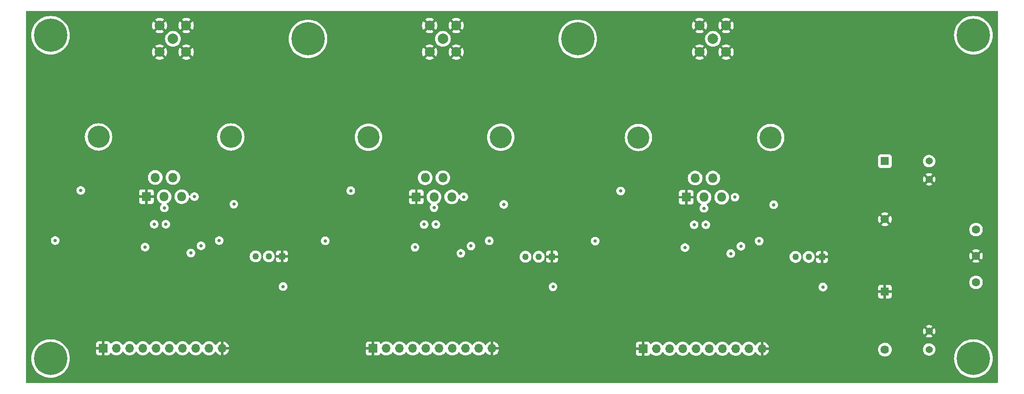
<source format=gbl>
%TF.GenerationSoftware,KiCad,Pcbnew,8.0.2*%
%TF.CreationDate,2025-05-03T05:30:05-04:00*%
%TF.ProjectId,piezo_nanopositioner_v1,7069657a-6f5f-46e6-916e-6f706f736974,rev?*%
%TF.SameCoordinates,Original*%
%TF.FileFunction,Copper,L4,Bot*%
%TF.FilePolarity,Positive*%
%FSLAX46Y46*%
G04 Gerber Fmt 4.6, Leading zero omitted, Abs format (unit mm)*
G04 Created by KiCad (PCBNEW 8.0.2) date 2025-05-03 05:30:05*
%MOMM*%
%LPD*%
G01*
G04 APERTURE LIST*
%TA.AperFunction,ComponentPad*%
%ADD10C,2.006600*%
%TD*%
%TA.AperFunction,ComponentPad*%
%ADD11C,1.905000*%
%TD*%
%TA.AperFunction,ComponentPad*%
%ADD12R,1.268000X1.268000*%
%TD*%
%TA.AperFunction,ComponentPad*%
%ADD13C,1.268000*%
%TD*%
%TA.AperFunction,ComponentPad*%
%ADD14C,0.800000*%
%TD*%
%TA.AperFunction,ComponentPad*%
%ADD15C,6.400000*%
%TD*%
%TA.AperFunction,WasherPad*%
%ADD16C,4.250000*%
%TD*%
%TA.AperFunction,ComponentPad*%
%ADD17R,1.625600X1.625600*%
%TD*%
%TA.AperFunction,ComponentPad*%
%ADD18C,1.625600*%
%TD*%
%TA.AperFunction,ComponentPad*%
%ADD19R,1.700000X1.700000*%
%TD*%
%TA.AperFunction,ComponentPad*%
%ADD20O,1.700000X1.700000*%
%TD*%
%TA.AperFunction,ComponentPad*%
%ADD21C,1.371600*%
%TD*%
%TA.AperFunction,ComponentPad*%
%ADD22C,1.600200*%
%TD*%
%TA.AperFunction,ComponentPad*%
%ADD23R,1.800000X1.800000*%
%TD*%
%TA.AperFunction,ComponentPad*%
%ADD24O,1.800000X1.800000*%
%TD*%
%TA.AperFunction,ViaPad*%
%ADD25C,0.650000*%
%TD*%
G04 APERTURE END LIST*
D10*
%TO.P,J402,1,Sig*%
%TO.N,Net-(J402-Sig)*%
X202458100Y-49190300D03*
D11*
%TO.P,J402,2*%
%TO.N,GND*%
X199905400Y-46637600D03*
%TO.P,J402,3*%
X199905400Y-51743000D03*
%TO.P,J402,4*%
X205010800Y-51743000D03*
%TO.P,J402,5*%
X205010800Y-46637600D03*
%TD*%
D10*
%TO.P,J202,1,Sig*%
%TO.N,Net-(J402-Sig)*%
X98758100Y-49190300D03*
D11*
%TO.P,J202,2*%
%TO.N,GND*%
X96205400Y-46637600D03*
%TO.P,J202,3*%
X96205400Y-51743000D03*
%TO.P,J202,4*%
X101310800Y-51743000D03*
%TO.P,J202,5*%
X101310800Y-46637600D03*
%TD*%
D12*
%TO.P,RV201,1,1*%
%TO.N,GND*%
X119710000Y-91090000D03*
D13*
%TO.P,RV201,2,2*%
%TO.N,Net-(U401-REF)*%
X117170000Y-91090000D03*
%TO.P,RV201,3,3*%
%TO.N,/Z_DAC/VRef+*%
X114630000Y-91090000D03*
%TD*%
D14*
%TO.P,H5,1*%
%TO.N,N/C*%
X122300000Y-49200000D03*
X123002944Y-47502944D03*
X123002944Y-50897056D03*
X124700000Y-46800000D03*
D15*
X124700000Y-49200000D03*
D14*
X124700000Y-51600000D03*
X126397056Y-47502944D03*
X126397056Y-50897056D03*
X127100000Y-49200000D03*
%TD*%
D12*
%TO.P,RV401,1,1*%
%TO.N,GND*%
X223410000Y-91190000D03*
D13*
%TO.P,RV401,2,2*%
%TO.N,Net-(U401-REF)*%
X220870000Y-91190000D03*
%TO.P,RV401,3,3*%
%TO.N,/Z_DAC/VRef+*%
X218330000Y-91190000D03*
%TD*%
D12*
%TO.P,RV301,1,1*%
%TO.N,GND*%
X171560000Y-91140000D03*
D13*
%TO.P,RV301,2,2*%
%TO.N,Net-(U401-REF)*%
X169020000Y-91140000D03*
%TO.P,RV301,3,3*%
%TO.N,/Z_DAC/VRef+*%
X166480000Y-91140000D03*
%TD*%
D14*
%TO.P,H1,1*%
%TO.N,N/C*%
X72850000Y-48500000D03*
X73552944Y-46802944D03*
X73552944Y-50197056D03*
X75250000Y-46100000D03*
D15*
X75250000Y-48500000D03*
D14*
X75250000Y-50900000D03*
X76947056Y-46802944D03*
X76947056Y-50197056D03*
X77650000Y-48500000D03*
%TD*%
D16*
%TO.P,Heatsink,*%
%TO.N,*%
X188170000Y-68190000D03*
X213570000Y-68190000D03*
%TD*%
D17*
%TO.P,D101,1,K*%
%TO.N,+15V*%
X235500000Y-72750000D03*
D18*
%TO.P,D101,2,A*%
%TO.N,GND*%
X235500000Y-83926000D03*
%TD*%
D19*
%TO.P,J401,1,Pin_1*%
%TO.N,GND*%
X189045000Y-108865000D03*
D20*
%TO.P,J401,2,Pin_2*%
%TO.N,Net-(J401-Pin_2)*%
X191585000Y-108865000D03*
%TO.P,J401,3,Pin_3*%
%TO.N,Net-(J401-Pin_3)*%
X194125000Y-108865000D03*
%TO.P,J401,4,Pin_4*%
%TO.N,Net-(J401-Pin_4)*%
X196665000Y-108865000D03*
%TO.P,J401,5,Pin_5*%
%TO.N,Net-(J401-Pin_5)*%
X199205000Y-108865000D03*
%TO.P,J401,6,Pin_6*%
%TO.N,Net-(J401-Pin_6)*%
X201745000Y-108865000D03*
%TO.P,J401,7,Pin_7*%
%TO.N,Net-(J401-Pin_7)*%
X204285000Y-108865000D03*
%TO.P,J401,8,Pin_8*%
%TO.N,Net-(J401-Pin_8)*%
X206825000Y-108865000D03*
%TO.P,J401,9,Pin_9*%
%TO.N,Net-(J401-Pin_9)*%
X209365000Y-108865000D03*
%TO.P,J401,10,Pin_10*%
%TO.N,GND*%
X211905000Y-108865000D03*
%TD*%
D14*
%TO.P,H3,1*%
%TO.N,N/C*%
X250100000Y-110750000D03*
X250802944Y-109052944D03*
X250802944Y-112447056D03*
X252500000Y-108350000D03*
D15*
X252500000Y-110750000D03*
D14*
X252500000Y-113150000D03*
X254197056Y-109052944D03*
X254197056Y-112447056D03*
X254900000Y-110750000D03*
%TD*%
D16*
%TO.P,Heatsink,*%
%TO.N,*%
X84470000Y-68090000D03*
X109870000Y-68090000D03*
%TD*%
D14*
%TO.P,H2,1*%
%TO.N,N/C*%
X72850000Y-110750000D03*
X73552944Y-109052944D03*
X73552944Y-112447056D03*
X75250000Y-108350000D03*
D15*
X75250000Y-110750000D03*
D14*
X75250000Y-113150000D03*
X76947056Y-109052944D03*
X76947056Y-112447056D03*
X77650000Y-110750000D03*
%TD*%
D19*
%TO.P,J201,1,Pin_1*%
%TO.N,GND*%
X85345000Y-108765000D03*
D20*
%TO.P,J201,2,Pin_2*%
%TO.N,Net-(J401-Pin_2)*%
X87885000Y-108765000D03*
%TO.P,J201,3,Pin_3*%
%TO.N,Net-(J401-Pin_3)*%
X90425000Y-108765000D03*
%TO.P,J201,4,Pin_4*%
%TO.N,Net-(J401-Pin_4)*%
X92965000Y-108765000D03*
%TO.P,J201,5,Pin_5*%
%TO.N,Net-(J401-Pin_5)*%
X95505000Y-108765000D03*
%TO.P,J201,6,Pin_6*%
%TO.N,Net-(J401-Pin_6)*%
X98045000Y-108765000D03*
%TO.P,J201,7,Pin_7*%
%TO.N,Net-(J401-Pin_7)*%
X100585000Y-108765000D03*
%TO.P,J201,8,Pin_8*%
%TO.N,Net-(J401-Pin_8)*%
X103125000Y-108765000D03*
%TO.P,J201,9,Pin_9*%
%TO.N,Net-(J401-Pin_9)*%
X105665000Y-108765000D03*
%TO.P,J201,10,Pin_10*%
%TO.N,GND*%
X108205000Y-108765000D03*
%TD*%
D19*
%TO.P,J301,1,Pin_1*%
%TO.N,GND*%
X137195000Y-108815000D03*
D20*
%TO.P,J301,2,Pin_2*%
%TO.N,Net-(J401-Pin_2)*%
X139735000Y-108815000D03*
%TO.P,J301,3,Pin_3*%
%TO.N,Net-(J401-Pin_3)*%
X142275000Y-108815000D03*
%TO.P,J301,4,Pin_4*%
%TO.N,Net-(J401-Pin_4)*%
X144815000Y-108815000D03*
%TO.P,J301,5,Pin_5*%
%TO.N,Net-(J401-Pin_5)*%
X147355000Y-108815000D03*
%TO.P,J301,6,Pin_6*%
%TO.N,Net-(J401-Pin_6)*%
X149895000Y-108815000D03*
%TO.P,J301,7,Pin_7*%
%TO.N,Net-(J401-Pin_7)*%
X152435000Y-108815000D03*
%TO.P,J301,8,Pin_8*%
%TO.N,Net-(J401-Pin_8)*%
X154975000Y-108815000D03*
%TO.P,J301,9,Pin_9*%
%TO.N,Net-(J401-Pin_9)*%
X157515000Y-108815000D03*
%TO.P,J301,10,Pin_10*%
%TO.N,GND*%
X160055000Y-108815000D03*
%TD*%
D17*
%TO.P,D102,1,K*%
%TO.N,GND*%
X235500000Y-97860500D03*
D18*
%TO.P,D102,2,A*%
%TO.N,-15V*%
X235500000Y-109036500D03*
%TD*%
D16*
%TO.P,Heatsink,*%
%TO.N,*%
X136320000Y-68140000D03*
X161720000Y-68140000D03*
%TD*%
D21*
%TO.P,C101,1*%
%TO.N,+15V*%
X244000000Y-72750000D03*
%TO.P,C101,2*%
%TO.N,GND*%
X244000000Y-76250001D03*
%TD*%
D22*
%TO.P,J101,1,1*%
%TO.N,+15V*%
X253000000Y-85920000D03*
%TO.P,J101,2,2*%
%TO.N,GND*%
X253000000Y-91000000D03*
%TO.P,J101,3,3*%
%TO.N,-15V*%
X253000000Y-96080000D03*
%TD*%
D21*
%TO.P,C102,1*%
%TO.N,GND*%
X244000000Y-105499999D03*
%TO.P,C102,2*%
%TO.N,-15V*%
X244000000Y-109000000D03*
%TD*%
D14*
%TO.P,H6,1*%
%TO.N,N/C*%
X174100000Y-49200000D03*
X174802944Y-47502944D03*
X174802944Y-50897056D03*
X176500000Y-46800000D03*
D15*
X176500000Y-49200000D03*
D14*
X176500000Y-51600000D03*
X178197056Y-47502944D03*
X178197056Y-50897056D03*
X178900000Y-49200000D03*
%TD*%
D23*
%TO.P,U203,1,+*%
%TO.N,GND*%
X93658100Y-79590300D03*
D24*
%TO.P,U203,2,-*%
%TO.N,Net-(U402-IOUT)*%
X95358100Y-75890300D03*
%TO.P,U203,3,-Vs*%
%TO.N,-15V*%
X97058100Y-79590300D03*
%TO.P,U203,4*%
%TO.N,Net-(J402-Sig)*%
X98758100Y-75890300D03*
%TO.P,U203,5,+Vs*%
%TO.N,+15V*%
X100458100Y-79590300D03*
%TD*%
D14*
%TO.P,H4,1*%
%TO.N,N/C*%
X250100000Y-48500000D03*
X250802944Y-46802944D03*
X250802944Y-50197056D03*
X252500000Y-46100000D03*
D15*
X252500000Y-48500000D03*
D14*
X252500000Y-50900000D03*
X254197056Y-46802944D03*
X254197056Y-50197056D03*
X254900000Y-48500000D03*
%TD*%
D23*
%TO.P,U403,1,+*%
%TO.N,GND*%
X197358100Y-79690300D03*
D24*
%TO.P,U403,2,-*%
%TO.N,Net-(U402-IOUT)*%
X199058100Y-75990300D03*
%TO.P,U403,3,-Vs*%
%TO.N,-15V*%
X200758100Y-79690300D03*
%TO.P,U403,4*%
%TO.N,Net-(J402-Sig)*%
X202458100Y-75990300D03*
%TO.P,U403,5,+Vs*%
%TO.N,+15V*%
X204158100Y-79690300D03*
%TD*%
D10*
%TO.P,J302,1,Sig*%
%TO.N,Net-(J402-Sig)*%
X150608100Y-49190300D03*
D11*
%TO.P,J302,2*%
%TO.N,GND*%
X148055400Y-46637600D03*
%TO.P,J302,3*%
X148055400Y-51743000D03*
%TO.P,J302,4*%
X153160800Y-51743000D03*
%TO.P,J302,5*%
X153160800Y-46637600D03*
%TD*%
D23*
%TO.P,U303,1,+*%
%TO.N,GND*%
X145508100Y-79640300D03*
D24*
%TO.P,U303,2,-*%
%TO.N,Net-(U402-IOUT)*%
X147208100Y-75940300D03*
%TO.P,U303,3,-Vs*%
%TO.N,-15V*%
X148908100Y-79640300D03*
%TO.P,U303,4*%
%TO.N,Net-(J402-Sig)*%
X150608100Y-75940300D03*
%TO.P,U303,5,+Vs*%
%TO.N,+15V*%
X152308100Y-79640300D03*
%TD*%
D25*
%TO.N,+15V*%
X154058100Y-90490300D03*
X102880000Y-79570000D03*
X104158100Y-89040300D03*
X102208100Y-90440300D03*
X207858100Y-89140300D03*
X107658100Y-88040300D03*
X154630000Y-79610000D03*
X156008100Y-89090300D03*
X211358100Y-88140300D03*
X159508100Y-88090300D03*
X223607649Y-96989849D03*
X162308100Y-81090300D03*
X206720000Y-79690000D03*
X110458100Y-81040300D03*
X205908100Y-90540300D03*
X171757649Y-96939849D03*
X119907649Y-96889849D03*
X214158100Y-81140300D03*
%TO.N,GND*%
X146758100Y-89390300D03*
X208958100Y-52340300D03*
X175908100Y-79640300D03*
X105258100Y-52240300D03*
X89108100Y-85990300D03*
X184658100Y-80340300D03*
X156058100Y-85090300D03*
X160058100Y-111290300D03*
X132808100Y-80290300D03*
X223408100Y-92590300D03*
X197320000Y-82070000D03*
X175408100Y-106490300D03*
X217308100Y-97890300D03*
X229150000Y-103910000D03*
X207908100Y-85140300D03*
X198608100Y-89440300D03*
X192808100Y-86090300D03*
X189008100Y-111240300D03*
X211908100Y-111340300D03*
X85308100Y-111140300D03*
X137158100Y-111190300D03*
X165458100Y-97840300D03*
X171558100Y-92540300D03*
X151508100Y-85040300D03*
X203358100Y-85090300D03*
X105620000Y-84930000D03*
X227758100Y-79690300D03*
X99658100Y-84990300D03*
X80958100Y-80240300D03*
X113608100Y-97790300D03*
X124058100Y-79590300D03*
X96208100Y-89740300D03*
X119690000Y-93030000D03*
X94908100Y-89340300D03*
X199908100Y-89840300D03*
X104208100Y-85040300D03*
X158208100Y-85090300D03*
X140958100Y-86040300D03*
X93630000Y-81860000D03*
X157108100Y-52290300D03*
X123180000Y-105140000D03*
X210058100Y-85140300D03*
X145500000Y-81930000D03*
X108208100Y-111240300D03*
X148058100Y-89790300D03*
%TO.N,-15V*%
X179858100Y-88140300D03*
X81058100Y-78390300D03*
X76158100Y-88040300D03*
X198858100Y-84990300D03*
X93408100Y-89290300D03*
X184758100Y-78490300D03*
X145258100Y-89340300D03*
X147008100Y-84940300D03*
X128008100Y-88090300D03*
X97408100Y-84890300D03*
X197108100Y-89390300D03*
X149258100Y-84940300D03*
X148900000Y-81700000D03*
X97100000Y-81740000D03*
X201108100Y-84990300D03*
X132908100Y-78440300D03*
X200760000Y-81830000D03*
X95158100Y-84890300D03*
%TD*%
%TA.AperFunction,Conductor*%
%TO.N,GND*%
G36*
X257142539Y-43820185D02*
G01*
X257188294Y-43872989D01*
X257199500Y-43924500D01*
X257199500Y-115325500D01*
X257179815Y-115392539D01*
X257127011Y-115438294D01*
X257075500Y-115449500D01*
X70674500Y-115449500D01*
X70607461Y-115429815D01*
X70561706Y-115377011D01*
X70550500Y-115325500D01*
X70550500Y-110749999D01*
X71544422Y-110749999D01*
X71544422Y-110750000D01*
X71564722Y-111137339D01*
X71625397Y-111520427D01*
X71625397Y-111520429D01*
X71725788Y-111895094D01*
X71864787Y-112257197D01*
X72040877Y-112602793D01*
X72252122Y-112928082D01*
X72252124Y-112928084D01*
X72496219Y-113229516D01*
X72770484Y-113503781D01*
X72770488Y-113503784D01*
X73071917Y-113747877D01*
X73397206Y-113959122D01*
X73397211Y-113959125D01*
X73742806Y-114135214D01*
X74104913Y-114274214D01*
X74479567Y-114374602D01*
X74862662Y-114435278D01*
X75228576Y-114454455D01*
X75249999Y-114455578D01*
X75250000Y-114455578D01*
X75250001Y-114455578D01*
X75270301Y-114454514D01*
X75637338Y-114435278D01*
X76020433Y-114374602D01*
X76395087Y-114274214D01*
X76757194Y-114135214D01*
X77102789Y-113959125D01*
X77428084Y-113747876D01*
X77729516Y-113503781D01*
X78003781Y-113229516D01*
X78247876Y-112928084D01*
X78459125Y-112602789D01*
X78635214Y-112257194D01*
X78774214Y-111895087D01*
X78874602Y-111520433D01*
X78935278Y-111137338D01*
X78955578Y-110750000D01*
X78955578Y-110749999D01*
X248794422Y-110749999D01*
X248794422Y-110750000D01*
X248814722Y-111137339D01*
X248875397Y-111520427D01*
X248875397Y-111520429D01*
X248975788Y-111895094D01*
X249114787Y-112257197D01*
X249290877Y-112602793D01*
X249502122Y-112928082D01*
X249502124Y-112928084D01*
X249746219Y-113229516D01*
X250020484Y-113503781D01*
X250020488Y-113503784D01*
X250321917Y-113747877D01*
X250647206Y-113959122D01*
X250647211Y-113959125D01*
X250992806Y-114135214D01*
X251354913Y-114274214D01*
X251729567Y-114374602D01*
X252112662Y-114435278D01*
X252478576Y-114454455D01*
X252499999Y-114455578D01*
X252500000Y-114455578D01*
X252500001Y-114455578D01*
X252520301Y-114454514D01*
X252887338Y-114435278D01*
X253270433Y-114374602D01*
X253645087Y-114274214D01*
X254007194Y-114135214D01*
X254352789Y-113959125D01*
X254678084Y-113747876D01*
X254979516Y-113503781D01*
X255253781Y-113229516D01*
X255497876Y-112928084D01*
X255709125Y-112602789D01*
X255885214Y-112257194D01*
X256024214Y-111895087D01*
X256124602Y-111520433D01*
X256185278Y-111137338D01*
X256205578Y-110750000D01*
X256185278Y-110362662D01*
X256124602Y-109979567D01*
X256024214Y-109604913D01*
X255885214Y-109242806D01*
X255709125Y-108897211D01*
X255709122Y-108897206D01*
X255497877Y-108571917D01*
X255340311Y-108377340D01*
X255253781Y-108270484D01*
X254979516Y-107996219D01*
X254870114Y-107907627D01*
X254678082Y-107752122D01*
X254352793Y-107540877D01*
X254007197Y-107364787D01*
X253645094Y-107225788D01*
X253645087Y-107225786D01*
X253270433Y-107125398D01*
X253270429Y-107125397D01*
X253270428Y-107125397D01*
X252887339Y-107064722D01*
X252500001Y-107044422D01*
X252499999Y-107044422D01*
X252112660Y-107064722D01*
X251729572Y-107125397D01*
X251729570Y-107125397D01*
X251354905Y-107225788D01*
X250992802Y-107364787D01*
X250647206Y-107540877D01*
X250321917Y-107752122D01*
X250020488Y-107996215D01*
X250020480Y-107996222D01*
X249746222Y-108270480D01*
X249746215Y-108270488D01*
X249502122Y-108571917D01*
X249290877Y-108897206D01*
X249114787Y-109242802D01*
X248975788Y-109604905D01*
X248875397Y-109979570D01*
X248875397Y-109979572D01*
X248814722Y-110362660D01*
X248794422Y-110749999D01*
X78955578Y-110749999D01*
X78935278Y-110362662D01*
X78874602Y-109979567D01*
X78774214Y-109604913D01*
X78635214Y-109242806D01*
X78459125Y-108897211D01*
X78459122Y-108897206D01*
X78247877Y-108571917D01*
X78090311Y-108377340D01*
X78003781Y-108270484D01*
X77729516Y-107996219D01*
X77620114Y-107907627D01*
X77570135Y-107867155D01*
X83995000Y-107867155D01*
X83995000Y-108515000D01*
X84911988Y-108515000D01*
X84879075Y-108572007D01*
X84845000Y-108699174D01*
X84845000Y-108830826D01*
X84879075Y-108957993D01*
X84911988Y-109015000D01*
X83995000Y-109015000D01*
X83995000Y-109662844D01*
X84001401Y-109722372D01*
X84001403Y-109722379D01*
X84051645Y-109857086D01*
X84051649Y-109857093D01*
X84137809Y-109972187D01*
X84137812Y-109972190D01*
X84252906Y-110058350D01*
X84252913Y-110058354D01*
X84387620Y-110108596D01*
X84387627Y-110108598D01*
X84447155Y-110114999D01*
X84447172Y-110115000D01*
X85095000Y-110115000D01*
X85095000Y-109198012D01*
X85152007Y-109230925D01*
X85279174Y-109265000D01*
X85410826Y-109265000D01*
X85537993Y-109230925D01*
X85595000Y-109198012D01*
X85595000Y-110115000D01*
X86242828Y-110115000D01*
X86242844Y-110114999D01*
X86302372Y-110108598D01*
X86302379Y-110108596D01*
X86437086Y-110058354D01*
X86437093Y-110058350D01*
X86552187Y-109972190D01*
X86552190Y-109972187D01*
X86638350Y-109857093D01*
X86638354Y-109857086D01*
X86687422Y-109725529D01*
X86729293Y-109669595D01*
X86794757Y-109645178D01*
X86863030Y-109660030D01*
X86891285Y-109681181D01*
X87013599Y-109803495D01*
X87085011Y-109853498D01*
X87207165Y-109939032D01*
X87207167Y-109939033D01*
X87207170Y-109939035D01*
X87421337Y-110038903D01*
X87421343Y-110038904D01*
X87421344Y-110038905D01*
X87449272Y-110046388D01*
X87649592Y-110100063D01*
X87820319Y-110115000D01*
X87884999Y-110120659D01*
X87885000Y-110120659D01*
X87885001Y-110120659D01*
X87949681Y-110115000D01*
X88120408Y-110100063D01*
X88348663Y-110038903D01*
X88562830Y-109939035D01*
X88756401Y-109803495D01*
X88923495Y-109636401D01*
X89053425Y-109450842D01*
X89108002Y-109407217D01*
X89177500Y-109400023D01*
X89239855Y-109431546D01*
X89256575Y-109450842D01*
X89386281Y-109636082D01*
X89386505Y-109636401D01*
X89553599Y-109803495D01*
X89625011Y-109853498D01*
X89747165Y-109939032D01*
X89747167Y-109939033D01*
X89747170Y-109939035D01*
X89961337Y-110038903D01*
X89961343Y-110038904D01*
X89961344Y-110038905D01*
X89989272Y-110046388D01*
X90189592Y-110100063D01*
X90360319Y-110115000D01*
X90424999Y-110120659D01*
X90425000Y-110120659D01*
X90425001Y-110120659D01*
X90489681Y-110115000D01*
X90660408Y-110100063D01*
X90888663Y-110038903D01*
X91102830Y-109939035D01*
X91296401Y-109803495D01*
X91463495Y-109636401D01*
X91593425Y-109450842D01*
X91648002Y-109407217D01*
X91717500Y-109400023D01*
X91779855Y-109431546D01*
X91796575Y-109450842D01*
X91926281Y-109636082D01*
X91926505Y-109636401D01*
X92093599Y-109803495D01*
X92165011Y-109853498D01*
X92287165Y-109939032D01*
X92287167Y-109939033D01*
X92287170Y-109939035D01*
X92501337Y-110038903D01*
X92501343Y-110038904D01*
X92501344Y-110038905D01*
X92529272Y-110046388D01*
X92729592Y-110100063D01*
X92900319Y-110115000D01*
X92964999Y-110120659D01*
X92965000Y-110120659D01*
X92965001Y-110120659D01*
X93029681Y-110115000D01*
X93200408Y-110100063D01*
X93428663Y-110038903D01*
X93642830Y-109939035D01*
X93836401Y-109803495D01*
X94003495Y-109636401D01*
X94133425Y-109450842D01*
X94188002Y-109407217D01*
X94257500Y-109400023D01*
X94319855Y-109431546D01*
X94336575Y-109450842D01*
X94466281Y-109636082D01*
X94466505Y-109636401D01*
X94633599Y-109803495D01*
X94705011Y-109853498D01*
X94827165Y-109939032D01*
X94827167Y-109939033D01*
X94827170Y-109939035D01*
X95041337Y-110038903D01*
X95041343Y-110038904D01*
X95041344Y-110038905D01*
X95069272Y-110046388D01*
X95269592Y-110100063D01*
X95440319Y-110115000D01*
X95504999Y-110120659D01*
X95505000Y-110120659D01*
X95505001Y-110120659D01*
X95569681Y-110115000D01*
X95740408Y-110100063D01*
X95968663Y-110038903D01*
X96182830Y-109939035D01*
X96376401Y-109803495D01*
X96543495Y-109636401D01*
X96673425Y-109450842D01*
X96728002Y-109407217D01*
X96797500Y-109400023D01*
X96859855Y-109431546D01*
X96876575Y-109450842D01*
X97006281Y-109636082D01*
X97006505Y-109636401D01*
X97173599Y-109803495D01*
X97245011Y-109853498D01*
X97367165Y-109939032D01*
X97367167Y-109939033D01*
X97367170Y-109939035D01*
X97581337Y-110038903D01*
X97581343Y-110038904D01*
X97581344Y-110038905D01*
X97609272Y-110046388D01*
X97809592Y-110100063D01*
X97980319Y-110115000D01*
X98044999Y-110120659D01*
X98045000Y-110120659D01*
X98045001Y-110120659D01*
X98109681Y-110115000D01*
X98280408Y-110100063D01*
X98508663Y-110038903D01*
X98722830Y-109939035D01*
X98916401Y-109803495D01*
X99083495Y-109636401D01*
X99213425Y-109450842D01*
X99268002Y-109407217D01*
X99337500Y-109400023D01*
X99399855Y-109431546D01*
X99416575Y-109450842D01*
X99546281Y-109636082D01*
X99546505Y-109636401D01*
X99713599Y-109803495D01*
X99785011Y-109853498D01*
X99907165Y-109939032D01*
X99907167Y-109939033D01*
X99907170Y-109939035D01*
X100121337Y-110038903D01*
X100121343Y-110038904D01*
X100121344Y-110038905D01*
X100149272Y-110046388D01*
X100349592Y-110100063D01*
X100520319Y-110115000D01*
X100584999Y-110120659D01*
X100585000Y-110120659D01*
X100585001Y-110120659D01*
X100649681Y-110115000D01*
X100820408Y-110100063D01*
X101048663Y-110038903D01*
X101262830Y-109939035D01*
X101456401Y-109803495D01*
X101623495Y-109636401D01*
X101753425Y-109450842D01*
X101808002Y-109407217D01*
X101877500Y-109400023D01*
X101939855Y-109431546D01*
X101956575Y-109450842D01*
X102086281Y-109636082D01*
X102086505Y-109636401D01*
X102253599Y-109803495D01*
X102325011Y-109853498D01*
X102447165Y-109939032D01*
X102447167Y-109939033D01*
X102447170Y-109939035D01*
X102661337Y-110038903D01*
X102661343Y-110038904D01*
X102661344Y-110038905D01*
X102689272Y-110046388D01*
X102889592Y-110100063D01*
X103060319Y-110115000D01*
X103124999Y-110120659D01*
X103125000Y-110120659D01*
X103125001Y-110120659D01*
X103189681Y-110115000D01*
X103360408Y-110100063D01*
X103588663Y-110038903D01*
X103802830Y-109939035D01*
X103996401Y-109803495D01*
X104163495Y-109636401D01*
X104293425Y-109450842D01*
X104348002Y-109407217D01*
X104417500Y-109400023D01*
X104479855Y-109431546D01*
X104496575Y-109450842D01*
X104626281Y-109636082D01*
X104626505Y-109636401D01*
X104793599Y-109803495D01*
X104865011Y-109853498D01*
X104987165Y-109939032D01*
X104987167Y-109939033D01*
X104987170Y-109939035D01*
X105201337Y-110038903D01*
X105201343Y-110038904D01*
X105201344Y-110038905D01*
X105229272Y-110046388D01*
X105429592Y-110100063D01*
X105600319Y-110115000D01*
X105664999Y-110120659D01*
X105665000Y-110120659D01*
X105665001Y-110120659D01*
X105729681Y-110115000D01*
X105900408Y-110100063D01*
X106128663Y-110038903D01*
X106342830Y-109939035D01*
X106536401Y-109803495D01*
X106703495Y-109636401D01*
X106833730Y-109450405D01*
X106888307Y-109406781D01*
X106957805Y-109399587D01*
X107020160Y-109431110D01*
X107036879Y-109450405D01*
X107166890Y-109636078D01*
X107333917Y-109803105D01*
X107527421Y-109938600D01*
X107741507Y-110038429D01*
X107741516Y-110038433D01*
X107955000Y-110095634D01*
X107955000Y-109198012D01*
X108012007Y-109230925D01*
X108139174Y-109265000D01*
X108270826Y-109265000D01*
X108397993Y-109230925D01*
X108455000Y-109198012D01*
X108455000Y-110095633D01*
X108668483Y-110038433D01*
X108668492Y-110038429D01*
X108882578Y-109938600D01*
X109076082Y-109803105D01*
X109243105Y-109636082D01*
X109378600Y-109442578D01*
X109478429Y-109228492D01*
X109478432Y-109228486D01*
X109535636Y-109015000D01*
X108638012Y-109015000D01*
X108670925Y-108957993D01*
X108705000Y-108830826D01*
X108705000Y-108699174D01*
X108670925Y-108572007D01*
X108638012Y-108515000D01*
X109535636Y-108515000D01*
X109535635Y-108514999D01*
X109478432Y-108301513D01*
X109478429Y-108301507D01*
X109378600Y-108087422D01*
X109378599Y-108087420D01*
X109259378Y-107917155D01*
X135845000Y-107917155D01*
X135845000Y-108565000D01*
X136761988Y-108565000D01*
X136729075Y-108622007D01*
X136695000Y-108749174D01*
X136695000Y-108880826D01*
X136729075Y-109007993D01*
X136761988Y-109065000D01*
X135845000Y-109065000D01*
X135845000Y-109712844D01*
X135851401Y-109772372D01*
X135851403Y-109772379D01*
X135901645Y-109907086D01*
X135901649Y-109907093D01*
X135987809Y-110022187D01*
X135987812Y-110022190D01*
X136102906Y-110108350D01*
X136102913Y-110108354D01*
X136237620Y-110158596D01*
X136237627Y-110158598D01*
X136297155Y-110164999D01*
X136297172Y-110165000D01*
X136945000Y-110165000D01*
X136945000Y-109248012D01*
X137002007Y-109280925D01*
X137129174Y-109315000D01*
X137260826Y-109315000D01*
X137387993Y-109280925D01*
X137445000Y-109248012D01*
X137445000Y-110165000D01*
X138092828Y-110165000D01*
X138092844Y-110164999D01*
X138152372Y-110158598D01*
X138152379Y-110158596D01*
X138287086Y-110108354D01*
X138287093Y-110108350D01*
X138402187Y-110022190D01*
X138402190Y-110022187D01*
X138488350Y-109907093D01*
X138488354Y-109907086D01*
X138537422Y-109775529D01*
X138579293Y-109719595D01*
X138644757Y-109695178D01*
X138713030Y-109710030D01*
X138741285Y-109731181D01*
X138863599Y-109853495D01*
X138935011Y-109903498D01*
X139057165Y-109989032D01*
X139057167Y-109989033D01*
X139057170Y-109989035D01*
X139271337Y-110088903D01*
X139271343Y-110088904D01*
X139271344Y-110088905D01*
X139312980Y-110100061D01*
X139499592Y-110150063D01*
X139670319Y-110165000D01*
X139734999Y-110170659D01*
X139735000Y-110170659D01*
X139735001Y-110170659D01*
X139799681Y-110165000D01*
X139970408Y-110150063D01*
X140198663Y-110088903D01*
X140412830Y-109989035D01*
X140606401Y-109853495D01*
X140773495Y-109686401D01*
X140903425Y-109500842D01*
X140958002Y-109457217D01*
X141027500Y-109450023D01*
X141089855Y-109481546D01*
X141106575Y-109500842D01*
X141236281Y-109686082D01*
X141236505Y-109686401D01*
X141403599Y-109853495D01*
X141475011Y-109903498D01*
X141597165Y-109989032D01*
X141597167Y-109989033D01*
X141597170Y-109989035D01*
X141811337Y-110088903D01*
X141811343Y-110088904D01*
X141811344Y-110088905D01*
X141852980Y-110100061D01*
X142039592Y-110150063D01*
X142210319Y-110165000D01*
X142274999Y-110170659D01*
X142275000Y-110170659D01*
X142275001Y-110170659D01*
X142339681Y-110165000D01*
X142510408Y-110150063D01*
X142738663Y-110088903D01*
X142952830Y-109989035D01*
X143146401Y-109853495D01*
X143313495Y-109686401D01*
X143443425Y-109500842D01*
X143498002Y-109457217D01*
X143567500Y-109450023D01*
X143629855Y-109481546D01*
X143646575Y-109500842D01*
X143776281Y-109686082D01*
X143776505Y-109686401D01*
X143943599Y-109853495D01*
X144015011Y-109903498D01*
X144137165Y-109989032D01*
X144137167Y-109989033D01*
X144137170Y-109989035D01*
X144351337Y-110088903D01*
X144351343Y-110088904D01*
X144351344Y-110088905D01*
X144392980Y-110100061D01*
X144579592Y-110150063D01*
X144750319Y-110165000D01*
X144814999Y-110170659D01*
X144815000Y-110170659D01*
X144815001Y-110170659D01*
X144879681Y-110165000D01*
X145050408Y-110150063D01*
X145278663Y-110088903D01*
X145492830Y-109989035D01*
X145686401Y-109853495D01*
X145853495Y-109686401D01*
X145983425Y-109500842D01*
X146038002Y-109457217D01*
X146107500Y-109450023D01*
X146169855Y-109481546D01*
X146186575Y-109500842D01*
X146316281Y-109686082D01*
X146316505Y-109686401D01*
X146483599Y-109853495D01*
X146555011Y-109903498D01*
X146677165Y-109989032D01*
X146677167Y-109989033D01*
X146677170Y-109989035D01*
X146891337Y-110088903D01*
X146891343Y-110088904D01*
X146891344Y-110088905D01*
X146932980Y-110100061D01*
X147119592Y-110150063D01*
X147290319Y-110165000D01*
X147354999Y-110170659D01*
X147355000Y-110170659D01*
X147355001Y-110170659D01*
X147419681Y-110165000D01*
X147590408Y-110150063D01*
X147818663Y-110088903D01*
X148032830Y-109989035D01*
X148226401Y-109853495D01*
X148393495Y-109686401D01*
X148523425Y-109500842D01*
X148578002Y-109457217D01*
X148647500Y-109450023D01*
X148709855Y-109481546D01*
X148726575Y-109500842D01*
X148856281Y-109686082D01*
X148856505Y-109686401D01*
X149023599Y-109853495D01*
X149095011Y-109903498D01*
X149217165Y-109989032D01*
X149217167Y-109989033D01*
X149217170Y-109989035D01*
X149431337Y-110088903D01*
X149431343Y-110088904D01*
X149431344Y-110088905D01*
X149472980Y-110100061D01*
X149659592Y-110150063D01*
X149830319Y-110165000D01*
X149894999Y-110170659D01*
X149895000Y-110170659D01*
X149895001Y-110170659D01*
X149959681Y-110165000D01*
X150130408Y-110150063D01*
X150358663Y-110088903D01*
X150572830Y-109989035D01*
X150766401Y-109853495D01*
X150933495Y-109686401D01*
X151063425Y-109500842D01*
X151118002Y-109457217D01*
X151187500Y-109450023D01*
X151249855Y-109481546D01*
X151266575Y-109500842D01*
X151396281Y-109686082D01*
X151396505Y-109686401D01*
X151563599Y-109853495D01*
X151635011Y-109903498D01*
X151757165Y-109989032D01*
X151757167Y-109989033D01*
X151757170Y-109989035D01*
X151971337Y-110088903D01*
X151971343Y-110088904D01*
X151971344Y-110088905D01*
X152012980Y-110100061D01*
X152199592Y-110150063D01*
X152370319Y-110165000D01*
X152434999Y-110170659D01*
X152435000Y-110170659D01*
X152435001Y-110170659D01*
X152499681Y-110165000D01*
X152670408Y-110150063D01*
X152898663Y-110088903D01*
X153112830Y-109989035D01*
X153306401Y-109853495D01*
X153473495Y-109686401D01*
X153603425Y-109500842D01*
X153658002Y-109457217D01*
X153727500Y-109450023D01*
X153789855Y-109481546D01*
X153806575Y-109500842D01*
X153936281Y-109686082D01*
X153936505Y-109686401D01*
X154103599Y-109853495D01*
X154175011Y-109903498D01*
X154297165Y-109989032D01*
X154297167Y-109989033D01*
X154297170Y-109989035D01*
X154511337Y-110088903D01*
X154511343Y-110088904D01*
X154511344Y-110088905D01*
X154552980Y-110100061D01*
X154739592Y-110150063D01*
X154910319Y-110165000D01*
X154974999Y-110170659D01*
X154975000Y-110170659D01*
X154975001Y-110170659D01*
X155039681Y-110165000D01*
X155210408Y-110150063D01*
X155438663Y-110088903D01*
X155652830Y-109989035D01*
X155846401Y-109853495D01*
X156013495Y-109686401D01*
X156143425Y-109500842D01*
X156198002Y-109457217D01*
X156267500Y-109450023D01*
X156329855Y-109481546D01*
X156346575Y-109500842D01*
X156476281Y-109686082D01*
X156476505Y-109686401D01*
X156643599Y-109853495D01*
X156715011Y-109903498D01*
X156837165Y-109989032D01*
X156837167Y-109989033D01*
X156837170Y-109989035D01*
X157051337Y-110088903D01*
X157051343Y-110088904D01*
X157051344Y-110088905D01*
X157092980Y-110100061D01*
X157279592Y-110150063D01*
X157450319Y-110165000D01*
X157514999Y-110170659D01*
X157515000Y-110170659D01*
X157515001Y-110170659D01*
X157579681Y-110165000D01*
X157750408Y-110150063D01*
X157978663Y-110088903D01*
X158192830Y-109989035D01*
X158386401Y-109853495D01*
X158553495Y-109686401D01*
X158683730Y-109500405D01*
X158738307Y-109456781D01*
X158807805Y-109449587D01*
X158870160Y-109481110D01*
X158886879Y-109500405D01*
X159016890Y-109686078D01*
X159183917Y-109853105D01*
X159377421Y-109988600D01*
X159591507Y-110088429D01*
X159591516Y-110088433D01*
X159805000Y-110145634D01*
X159805000Y-109248012D01*
X159862007Y-109280925D01*
X159989174Y-109315000D01*
X160120826Y-109315000D01*
X160247993Y-109280925D01*
X160305000Y-109248012D01*
X160305000Y-110145633D01*
X160518483Y-110088433D01*
X160518492Y-110088429D01*
X160732578Y-109988600D01*
X160926082Y-109853105D01*
X161093105Y-109686082D01*
X161228600Y-109492578D01*
X161328429Y-109278492D01*
X161328432Y-109278486D01*
X161385636Y-109065000D01*
X160488012Y-109065000D01*
X160520925Y-109007993D01*
X160555000Y-108880826D01*
X160555000Y-108749174D01*
X160520925Y-108622007D01*
X160488012Y-108565000D01*
X161385636Y-108565000D01*
X161385635Y-108564999D01*
X161328432Y-108351513D01*
X161328429Y-108351507D01*
X161228600Y-108137422D01*
X161228599Y-108137420D01*
X161109378Y-107967155D01*
X187695000Y-107967155D01*
X187695000Y-108615000D01*
X188611988Y-108615000D01*
X188579075Y-108672007D01*
X188545000Y-108799174D01*
X188545000Y-108930826D01*
X188579075Y-109057993D01*
X188611988Y-109115000D01*
X187695000Y-109115000D01*
X187695000Y-109762844D01*
X187701401Y-109822372D01*
X187701403Y-109822379D01*
X187751645Y-109957086D01*
X187751649Y-109957093D01*
X187837809Y-110072187D01*
X187837812Y-110072190D01*
X187952906Y-110158350D01*
X187952913Y-110158354D01*
X188087620Y-110208596D01*
X188087627Y-110208598D01*
X188147155Y-110214999D01*
X188147172Y-110215000D01*
X188795000Y-110215000D01*
X188795000Y-109298012D01*
X188852007Y-109330925D01*
X188979174Y-109365000D01*
X189110826Y-109365000D01*
X189237993Y-109330925D01*
X189295000Y-109298012D01*
X189295000Y-110215000D01*
X189942828Y-110215000D01*
X189942844Y-110214999D01*
X190002372Y-110208598D01*
X190002379Y-110208596D01*
X190137086Y-110158354D01*
X190137093Y-110158350D01*
X190252187Y-110072190D01*
X190252190Y-110072187D01*
X190338350Y-109957093D01*
X190338354Y-109957086D01*
X190387422Y-109825529D01*
X190429293Y-109769595D01*
X190494757Y-109745178D01*
X190563030Y-109760030D01*
X190591285Y-109781181D01*
X190713599Y-109903495D01*
X190781076Y-109950743D01*
X190907165Y-110039032D01*
X190907167Y-110039033D01*
X190907170Y-110039035D01*
X191121337Y-110138903D01*
X191121343Y-110138904D01*
X191121344Y-110138905D01*
X191147454Y-110145901D01*
X191349592Y-110200063D01*
X191520319Y-110215000D01*
X191584999Y-110220659D01*
X191585000Y-110220659D01*
X191585001Y-110220659D01*
X191649681Y-110215000D01*
X191820408Y-110200063D01*
X192048663Y-110138903D01*
X192262830Y-110039035D01*
X192456401Y-109903495D01*
X192623495Y-109736401D01*
X192753425Y-109550842D01*
X192808002Y-109507217D01*
X192877500Y-109500023D01*
X192939855Y-109531546D01*
X192956575Y-109550842D01*
X193086281Y-109736082D01*
X193086505Y-109736401D01*
X193253599Y-109903495D01*
X193321076Y-109950743D01*
X193447165Y-110039032D01*
X193447167Y-110039033D01*
X193447170Y-110039035D01*
X193661337Y-110138903D01*
X193661343Y-110138904D01*
X193661344Y-110138905D01*
X193687454Y-110145901D01*
X193889592Y-110200063D01*
X194060319Y-110215000D01*
X194124999Y-110220659D01*
X194125000Y-110220659D01*
X194125001Y-110220659D01*
X194189681Y-110215000D01*
X194360408Y-110200063D01*
X194588663Y-110138903D01*
X194802830Y-110039035D01*
X194996401Y-109903495D01*
X195163495Y-109736401D01*
X195293425Y-109550842D01*
X195348002Y-109507217D01*
X195417500Y-109500023D01*
X195479855Y-109531546D01*
X195496575Y-109550842D01*
X195626281Y-109736082D01*
X195626505Y-109736401D01*
X195793599Y-109903495D01*
X195861076Y-109950743D01*
X195987165Y-110039032D01*
X195987167Y-110039033D01*
X195987170Y-110039035D01*
X196201337Y-110138903D01*
X196201343Y-110138904D01*
X196201344Y-110138905D01*
X196227454Y-110145901D01*
X196429592Y-110200063D01*
X196600319Y-110215000D01*
X196664999Y-110220659D01*
X196665000Y-110220659D01*
X196665001Y-110220659D01*
X196729681Y-110215000D01*
X196900408Y-110200063D01*
X197128663Y-110138903D01*
X197342830Y-110039035D01*
X197536401Y-109903495D01*
X197703495Y-109736401D01*
X197833425Y-109550842D01*
X197888002Y-109507217D01*
X197957500Y-109500023D01*
X198019855Y-109531546D01*
X198036575Y-109550842D01*
X198166281Y-109736082D01*
X198166505Y-109736401D01*
X198333599Y-109903495D01*
X198401076Y-109950743D01*
X198527165Y-110039032D01*
X198527167Y-110039033D01*
X198527170Y-110039035D01*
X198741337Y-110138903D01*
X198741343Y-110138904D01*
X198741344Y-110138905D01*
X198767454Y-110145901D01*
X198969592Y-110200063D01*
X199140319Y-110215000D01*
X199204999Y-110220659D01*
X199205000Y-110220659D01*
X199205001Y-110220659D01*
X199269681Y-110215000D01*
X199440408Y-110200063D01*
X199668663Y-110138903D01*
X199882830Y-110039035D01*
X200076401Y-109903495D01*
X200243495Y-109736401D01*
X200373425Y-109550842D01*
X200428002Y-109507217D01*
X200497500Y-109500023D01*
X200559855Y-109531546D01*
X200576575Y-109550842D01*
X200706281Y-109736082D01*
X200706505Y-109736401D01*
X200873599Y-109903495D01*
X200941076Y-109950743D01*
X201067165Y-110039032D01*
X201067167Y-110039033D01*
X201067170Y-110039035D01*
X201281337Y-110138903D01*
X201281343Y-110138904D01*
X201281344Y-110138905D01*
X201307454Y-110145901D01*
X201509592Y-110200063D01*
X201680319Y-110215000D01*
X201744999Y-110220659D01*
X201745000Y-110220659D01*
X201745001Y-110220659D01*
X201809681Y-110215000D01*
X201980408Y-110200063D01*
X202208663Y-110138903D01*
X202422830Y-110039035D01*
X202616401Y-109903495D01*
X202783495Y-109736401D01*
X202913425Y-109550842D01*
X202968002Y-109507217D01*
X203037500Y-109500023D01*
X203099855Y-109531546D01*
X203116575Y-109550842D01*
X203246281Y-109736082D01*
X203246505Y-109736401D01*
X203413599Y-109903495D01*
X203481076Y-109950743D01*
X203607165Y-110039032D01*
X203607167Y-110039033D01*
X203607170Y-110039035D01*
X203821337Y-110138903D01*
X203821343Y-110138904D01*
X203821344Y-110138905D01*
X203847454Y-110145901D01*
X204049592Y-110200063D01*
X204220319Y-110215000D01*
X204284999Y-110220659D01*
X204285000Y-110220659D01*
X204285001Y-110220659D01*
X204349681Y-110215000D01*
X204520408Y-110200063D01*
X204748663Y-110138903D01*
X204962830Y-110039035D01*
X205156401Y-109903495D01*
X205323495Y-109736401D01*
X205453425Y-109550842D01*
X205508002Y-109507217D01*
X205577500Y-109500023D01*
X205639855Y-109531546D01*
X205656575Y-109550842D01*
X205786281Y-109736082D01*
X205786505Y-109736401D01*
X205953599Y-109903495D01*
X206021076Y-109950743D01*
X206147165Y-110039032D01*
X206147167Y-110039033D01*
X206147170Y-110039035D01*
X206361337Y-110138903D01*
X206361343Y-110138904D01*
X206361344Y-110138905D01*
X206387454Y-110145901D01*
X206589592Y-110200063D01*
X206760319Y-110215000D01*
X206824999Y-110220659D01*
X206825000Y-110220659D01*
X206825001Y-110220659D01*
X206889681Y-110215000D01*
X207060408Y-110200063D01*
X207288663Y-110138903D01*
X207502830Y-110039035D01*
X207696401Y-109903495D01*
X207863495Y-109736401D01*
X207993425Y-109550842D01*
X208048002Y-109507217D01*
X208117500Y-109500023D01*
X208179855Y-109531546D01*
X208196575Y-109550842D01*
X208326281Y-109736082D01*
X208326505Y-109736401D01*
X208493599Y-109903495D01*
X208561076Y-109950743D01*
X208687165Y-110039032D01*
X208687167Y-110039033D01*
X208687170Y-110039035D01*
X208901337Y-110138903D01*
X208901343Y-110138904D01*
X208901344Y-110138905D01*
X208927454Y-110145901D01*
X209129592Y-110200063D01*
X209300319Y-110215000D01*
X209364999Y-110220659D01*
X209365000Y-110220659D01*
X209365001Y-110220659D01*
X209429681Y-110215000D01*
X209600408Y-110200063D01*
X209828663Y-110138903D01*
X210042830Y-110039035D01*
X210236401Y-109903495D01*
X210403495Y-109736401D01*
X210533730Y-109550405D01*
X210588307Y-109506781D01*
X210657805Y-109499587D01*
X210720160Y-109531110D01*
X210736879Y-109550405D01*
X210866890Y-109736078D01*
X211033917Y-109903105D01*
X211227421Y-110038600D01*
X211441507Y-110138429D01*
X211441516Y-110138433D01*
X211655000Y-110195634D01*
X211655000Y-109298012D01*
X211712007Y-109330925D01*
X211839174Y-109365000D01*
X211970826Y-109365000D01*
X212097993Y-109330925D01*
X212155000Y-109298012D01*
X212155000Y-110195633D01*
X212368483Y-110138433D01*
X212368492Y-110138429D01*
X212582578Y-110038600D01*
X212776082Y-109903105D01*
X212943105Y-109736082D01*
X213078600Y-109542578D01*
X213178429Y-109328492D01*
X213178432Y-109328486D01*
X213235636Y-109115000D01*
X212338012Y-109115000D01*
X212370925Y-109057993D01*
X212376685Y-109036498D01*
X234181683Y-109036498D01*
X234181683Y-109036501D01*
X234201710Y-109265417D01*
X234201712Y-109265428D01*
X234261184Y-109487383D01*
X234261186Y-109487387D01*
X234261187Y-109487391D01*
X234326370Y-109627176D01*
X234358304Y-109695659D01*
X234358308Y-109695665D01*
X234433812Y-109803495D01*
X234490111Y-109883898D01*
X234652602Y-110046389D01*
X234840841Y-110178196D01*
X235049109Y-110275313D01*
X235271077Y-110334789D01*
X235434593Y-110349094D01*
X235499998Y-110354817D01*
X235500000Y-110354817D01*
X235500002Y-110354817D01*
X235557230Y-110349810D01*
X235728923Y-110334789D01*
X235950891Y-110275313D01*
X236159159Y-110178196D01*
X236347398Y-110046389D01*
X236509889Y-109883898D01*
X236641696Y-109695659D01*
X236738813Y-109487391D01*
X236798289Y-109265423D01*
X236818317Y-109036500D01*
X236815124Y-109000000D01*
X242808618Y-109000000D01*
X242828903Y-109218913D01*
X242889069Y-109430379D01*
X242987063Y-109627176D01*
X242987068Y-109627184D01*
X243027845Y-109681181D01*
X243119558Y-109802629D01*
X243282032Y-109950743D01*
X243343173Y-109988600D01*
X243423649Y-110038429D01*
X243468955Y-110066481D01*
X243673963Y-110145902D01*
X243890073Y-110186300D01*
X243890075Y-110186300D01*
X244109925Y-110186300D01*
X244109927Y-110186300D01*
X244326037Y-110145902D01*
X244531045Y-110066481D01*
X244717968Y-109950743D01*
X244880442Y-109802629D01*
X245012933Y-109627182D01*
X245110931Y-109430377D01*
X245171096Y-109218916D01*
X245191382Y-109000000D01*
X245171096Y-108781084D01*
X245110931Y-108569623D01*
X245083732Y-108515000D01*
X245012936Y-108372823D01*
X245012931Y-108372815D01*
X244959086Y-108301513D01*
X244880442Y-108197371D01*
X244717968Y-108049257D01*
X244632309Y-107996219D01*
X244531046Y-107933519D01*
X244531044Y-107933518D01*
X244456061Y-107904470D01*
X244326037Y-107854098D01*
X244109927Y-107813700D01*
X243890073Y-107813700D01*
X243673963Y-107854098D01*
X243616719Y-107876274D01*
X243468955Y-107933518D01*
X243468953Y-107933519D01*
X243282036Y-108049254D01*
X243282034Y-108049255D01*
X243282032Y-108049257D01*
X243138161Y-108180412D01*
X243119557Y-108197372D01*
X242987068Y-108372815D01*
X242987063Y-108372823D01*
X242889069Y-108569620D01*
X242828903Y-108781086D01*
X242808618Y-109000000D01*
X236815124Y-109000000D01*
X236798289Y-108807577D01*
X236738813Y-108585609D01*
X236641696Y-108377342D01*
X236638528Y-108372818D01*
X236509892Y-108189106D01*
X236509887Y-108189100D01*
X236347398Y-108026611D01*
X236159165Y-107894808D01*
X236159159Y-107894804D01*
X236139093Y-107885447D01*
X235950891Y-107797687D01*
X235950887Y-107797686D01*
X235950883Y-107797684D01*
X235728928Y-107738212D01*
X235728924Y-107738211D01*
X235728923Y-107738211D01*
X235728922Y-107738210D01*
X235728917Y-107738210D01*
X235500002Y-107718183D01*
X235499998Y-107718183D01*
X235271082Y-107738210D01*
X235271071Y-107738212D01*
X235049116Y-107797684D01*
X235049107Y-107797688D01*
X234840842Y-107894803D01*
X234840840Y-107894804D01*
X234652606Y-108026607D01*
X234652600Y-108026612D01*
X234490112Y-108189100D01*
X234490107Y-108189106D01*
X234358304Y-108377340D01*
X234358303Y-108377342D01*
X234261188Y-108585607D01*
X234261184Y-108585616D01*
X234201712Y-108807571D01*
X234201710Y-108807582D01*
X234181683Y-109036498D01*
X212376685Y-109036498D01*
X212405000Y-108930826D01*
X212405000Y-108799174D01*
X212370925Y-108672007D01*
X212338012Y-108615000D01*
X213235636Y-108615000D01*
X213235635Y-108614999D01*
X213178432Y-108401513D01*
X213178429Y-108401507D01*
X213078600Y-108187422D01*
X213078599Y-108187420D01*
X212943111Y-107993923D01*
X212776082Y-107826894D01*
X212582578Y-107691399D01*
X212368492Y-107591570D01*
X212368486Y-107591567D01*
X212155000Y-107534364D01*
X212155000Y-108431988D01*
X212097993Y-108399075D01*
X211970826Y-108365000D01*
X211839174Y-108365000D01*
X211712007Y-108399075D01*
X211655000Y-108431988D01*
X211655000Y-107534364D01*
X211654999Y-107534364D01*
X211441513Y-107591567D01*
X211441507Y-107591570D01*
X211227422Y-107691399D01*
X211227420Y-107691400D01*
X211033926Y-107826886D01*
X211033920Y-107826891D01*
X210866891Y-107993920D01*
X210866890Y-107993922D01*
X210736880Y-108179595D01*
X210682303Y-108223219D01*
X210612804Y-108230412D01*
X210550450Y-108198890D01*
X210533730Y-108179594D01*
X210403494Y-107993597D01*
X210236402Y-107826506D01*
X210236395Y-107826501D01*
X210218113Y-107813700D01*
X210159854Y-107772906D01*
X210042834Y-107690967D01*
X210042830Y-107690965D01*
X209971727Y-107657809D01*
X209828663Y-107591097D01*
X209828659Y-107591096D01*
X209828655Y-107591094D01*
X209600413Y-107529938D01*
X209600403Y-107529936D01*
X209365001Y-107509341D01*
X209364999Y-107509341D01*
X209129596Y-107529936D01*
X209129586Y-107529938D01*
X208901344Y-107591094D01*
X208901337Y-107591096D01*
X208901337Y-107591097D01*
X208900687Y-107591400D01*
X208687171Y-107690964D01*
X208687169Y-107690965D01*
X208493597Y-107826505D01*
X208326505Y-107993597D01*
X208196575Y-108179158D01*
X208141998Y-108222783D01*
X208072500Y-108229977D01*
X208010145Y-108198454D01*
X207993425Y-108179158D01*
X207863494Y-107993597D01*
X207696402Y-107826506D01*
X207696395Y-107826501D01*
X207678113Y-107813700D01*
X207619854Y-107772906D01*
X207502834Y-107690967D01*
X207502830Y-107690965D01*
X207431727Y-107657809D01*
X207288663Y-107591097D01*
X207288659Y-107591096D01*
X207288655Y-107591094D01*
X207060413Y-107529938D01*
X207060403Y-107529936D01*
X206825001Y-107509341D01*
X206824999Y-107509341D01*
X206589596Y-107529936D01*
X206589586Y-107529938D01*
X206361344Y-107591094D01*
X206361337Y-107591096D01*
X206361337Y-107591097D01*
X206360687Y-107591400D01*
X206147171Y-107690964D01*
X206147169Y-107690965D01*
X205953597Y-107826505D01*
X205786505Y-107993597D01*
X205656575Y-108179158D01*
X205601998Y-108222783D01*
X205532500Y-108229977D01*
X205470145Y-108198454D01*
X205453425Y-108179158D01*
X205323494Y-107993597D01*
X205156402Y-107826506D01*
X205156395Y-107826501D01*
X205138113Y-107813700D01*
X205079854Y-107772906D01*
X204962834Y-107690967D01*
X204962830Y-107690965D01*
X204891727Y-107657809D01*
X204748663Y-107591097D01*
X204748659Y-107591096D01*
X204748655Y-107591094D01*
X204520413Y-107529938D01*
X204520403Y-107529936D01*
X204285001Y-107509341D01*
X204284999Y-107509341D01*
X204049596Y-107529936D01*
X204049586Y-107529938D01*
X203821344Y-107591094D01*
X203821337Y-107591096D01*
X203821337Y-107591097D01*
X203820687Y-107591400D01*
X203607171Y-107690964D01*
X203607169Y-107690965D01*
X203413597Y-107826505D01*
X203246505Y-107993597D01*
X203116575Y-108179158D01*
X203061998Y-108222783D01*
X202992500Y-108229977D01*
X202930145Y-108198454D01*
X202913425Y-108179158D01*
X202783494Y-107993597D01*
X202616402Y-107826506D01*
X202616395Y-107826501D01*
X202598113Y-107813700D01*
X202539854Y-107772906D01*
X202422834Y-107690967D01*
X202422830Y-107690965D01*
X202351727Y-107657809D01*
X202208663Y-107591097D01*
X202208659Y-107591096D01*
X202208655Y-107591094D01*
X201980413Y-107529938D01*
X201980403Y-107529936D01*
X201745001Y-107509341D01*
X201744999Y-107509341D01*
X201509596Y-107529936D01*
X201509586Y-107529938D01*
X201281344Y-107591094D01*
X201281337Y-107591096D01*
X201281337Y-107591097D01*
X201280687Y-107591400D01*
X201067171Y-107690964D01*
X201067169Y-107690965D01*
X200873597Y-107826505D01*
X200706505Y-107993597D01*
X200576575Y-108179158D01*
X200521998Y-108222783D01*
X200452500Y-108229977D01*
X200390145Y-108198454D01*
X200373425Y-108179158D01*
X200243494Y-107993597D01*
X200076402Y-107826506D01*
X200076395Y-107826501D01*
X200058113Y-107813700D01*
X199999854Y-107772906D01*
X199882834Y-107690967D01*
X199882830Y-107690965D01*
X199811727Y-107657809D01*
X199668663Y-107591097D01*
X199668659Y-107591096D01*
X199668655Y-107591094D01*
X199440413Y-107529938D01*
X199440403Y-107529936D01*
X199205001Y-107509341D01*
X199204999Y-107509341D01*
X198969596Y-107529936D01*
X198969586Y-107529938D01*
X198741344Y-107591094D01*
X198741337Y-107591096D01*
X198741337Y-107591097D01*
X198740687Y-107591400D01*
X198527171Y-107690964D01*
X198527169Y-107690965D01*
X198333597Y-107826505D01*
X198166505Y-107993597D01*
X198036575Y-108179158D01*
X197981998Y-108222783D01*
X197912500Y-108229977D01*
X197850145Y-108198454D01*
X197833425Y-108179158D01*
X197703494Y-107993597D01*
X197536402Y-107826506D01*
X197536395Y-107826501D01*
X197518113Y-107813700D01*
X197459854Y-107772906D01*
X197342834Y-107690967D01*
X197342830Y-107690965D01*
X197271727Y-107657809D01*
X197128663Y-107591097D01*
X197128659Y-107591096D01*
X197128655Y-107591094D01*
X196900413Y-107529938D01*
X196900403Y-107529936D01*
X196665001Y-107509341D01*
X196664999Y-107509341D01*
X196429596Y-107529936D01*
X196429586Y-107529938D01*
X196201344Y-107591094D01*
X196201337Y-107591096D01*
X196201337Y-107591097D01*
X196200687Y-107591400D01*
X195987171Y-107690964D01*
X195987169Y-107690965D01*
X195793597Y-107826505D01*
X195626505Y-107993597D01*
X195496575Y-108179158D01*
X195441998Y-108222783D01*
X195372500Y-108229977D01*
X195310145Y-108198454D01*
X195293425Y-108179158D01*
X195163494Y-107993597D01*
X194996402Y-107826506D01*
X194996395Y-107826501D01*
X194978113Y-107813700D01*
X194919854Y-107772906D01*
X194802834Y-107690967D01*
X194802830Y-107690965D01*
X194731727Y-107657809D01*
X194588663Y-107591097D01*
X194588659Y-107591096D01*
X194588655Y-107591094D01*
X194360413Y-107529938D01*
X194360403Y-107529936D01*
X194125001Y-107509341D01*
X194124999Y-107509341D01*
X193889596Y-107529936D01*
X193889586Y-107529938D01*
X193661344Y-107591094D01*
X193661337Y-107591096D01*
X193661337Y-107591097D01*
X193660687Y-107591400D01*
X193447171Y-107690964D01*
X193447169Y-107690965D01*
X193253597Y-107826505D01*
X193086505Y-107993597D01*
X192956575Y-108179158D01*
X192901998Y-108222783D01*
X192832500Y-108229977D01*
X192770145Y-108198454D01*
X192753425Y-108179158D01*
X192623494Y-107993597D01*
X192456402Y-107826506D01*
X192456395Y-107826501D01*
X192438113Y-107813700D01*
X192379854Y-107772906D01*
X192262834Y-107690967D01*
X192262830Y-107690965D01*
X192191727Y-107657809D01*
X192048663Y-107591097D01*
X192048659Y-107591096D01*
X192048655Y-107591094D01*
X191820413Y-107529938D01*
X191820403Y-107529936D01*
X191585001Y-107509341D01*
X191584999Y-107509341D01*
X191349596Y-107529936D01*
X191349586Y-107529938D01*
X191121344Y-107591094D01*
X191121337Y-107591096D01*
X191121337Y-107591097D01*
X191120687Y-107591400D01*
X190907171Y-107690964D01*
X190907169Y-107690965D01*
X190713600Y-107826503D01*
X190591284Y-107948819D01*
X190529961Y-107982303D01*
X190460269Y-107977319D01*
X190404336Y-107935447D01*
X190387421Y-107904470D01*
X190338354Y-107772913D01*
X190338350Y-107772906D01*
X190252190Y-107657812D01*
X190252187Y-107657809D01*
X190137093Y-107571649D01*
X190137086Y-107571645D01*
X190002379Y-107521403D01*
X190002372Y-107521401D01*
X189942844Y-107515000D01*
X189295000Y-107515000D01*
X189295000Y-108431988D01*
X189237993Y-108399075D01*
X189110826Y-108365000D01*
X188979174Y-108365000D01*
X188852007Y-108399075D01*
X188795000Y-108431988D01*
X188795000Y-107515000D01*
X188147155Y-107515000D01*
X188087627Y-107521401D01*
X188087620Y-107521403D01*
X187952913Y-107571645D01*
X187952906Y-107571649D01*
X187837812Y-107657809D01*
X187837809Y-107657812D01*
X187751649Y-107772906D01*
X187751645Y-107772913D01*
X187701403Y-107907620D01*
X187701401Y-107907627D01*
X187695000Y-107967155D01*
X161109378Y-107967155D01*
X161093113Y-107943926D01*
X161093108Y-107943920D01*
X160926082Y-107776894D01*
X160732578Y-107641399D01*
X160518492Y-107541570D01*
X160518486Y-107541567D01*
X160305000Y-107484364D01*
X160305000Y-108381988D01*
X160247993Y-108349075D01*
X160120826Y-108315000D01*
X159989174Y-108315000D01*
X159862007Y-108349075D01*
X159805000Y-108381988D01*
X159805000Y-107484364D01*
X159804999Y-107484364D01*
X159591513Y-107541567D01*
X159591507Y-107541570D01*
X159377422Y-107641399D01*
X159377420Y-107641400D01*
X159183926Y-107776886D01*
X159183920Y-107776891D01*
X159016891Y-107943920D01*
X159016890Y-107943922D01*
X158886880Y-108129595D01*
X158832303Y-108173219D01*
X158762804Y-108180412D01*
X158700450Y-108148890D01*
X158683730Y-108129594D01*
X158553494Y-107943597D01*
X158386402Y-107776506D01*
X158386395Y-107776501D01*
X158192834Y-107640967D01*
X158192830Y-107640965D01*
X158086902Y-107591570D01*
X157978663Y-107541097D01*
X157978659Y-107541096D01*
X157978655Y-107541094D01*
X157750413Y-107479938D01*
X157750403Y-107479936D01*
X157515001Y-107459341D01*
X157514999Y-107459341D01*
X157279596Y-107479936D01*
X157279586Y-107479938D01*
X157051344Y-107541094D01*
X157051335Y-107541098D01*
X156837171Y-107640964D01*
X156837169Y-107640965D01*
X156643597Y-107776505D01*
X156476505Y-107943597D01*
X156346575Y-108129158D01*
X156291998Y-108172783D01*
X156222500Y-108179977D01*
X156160145Y-108148454D01*
X156143425Y-108129158D01*
X156013494Y-107943597D01*
X155846402Y-107776506D01*
X155846395Y-107776501D01*
X155652834Y-107640967D01*
X155652830Y-107640965D01*
X155546902Y-107591570D01*
X155438663Y-107541097D01*
X155438659Y-107541096D01*
X155438655Y-107541094D01*
X155210413Y-107479938D01*
X155210403Y-107479936D01*
X154975001Y-107459341D01*
X154974999Y-107459341D01*
X154739596Y-107479936D01*
X154739586Y-107479938D01*
X154511344Y-107541094D01*
X154511335Y-107541098D01*
X154297171Y-107640964D01*
X154297169Y-107640965D01*
X154103597Y-107776505D01*
X153936505Y-107943597D01*
X153806575Y-108129158D01*
X153751998Y-108172783D01*
X153682500Y-108179977D01*
X153620145Y-108148454D01*
X153603425Y-108129158D01*
X153473494Y-107943597D01*
X153306402Y-107776506D01*
X153306395Y-107776501D01*
X153112834Y-107640967D01*
X153112830Y-107640965D01*
X153006902Y-107591570D01*
X152898663Y-107541097D01*
X152898659Y-107541096D01*
X152898655Y-107541094D01*
X152670413Y-107479938D01*
X152670403Y-107479936D01*
X152435001Y-107459341D01*
X152434999Y-107459341D01*
X152199596Y-107479936D01*
X152199586Y-107479938D01*
X151971344Y-107541094D01*
X151971335Y-107541098D01*
X151757171Y-107640964D01*
X151757169Y-107640965D01*
X151563597Y-107776505D01*
X151396505Y-107943597D01*
X151266575Y-108129158D01*
X151211998Y-108172783D01*
X151142500Y-108179977D01*
X151080145Y-108148454D01*
X151063425Y-108129158D01*
X150933494Y-107943597D01*
X150766402Y-107776506D01*
X150766395Y-107776501D01*
X150572834Y-107640967D01*
X150572830Y-107640965D01*
X150466902Y-107591570D01*
X150358663Y-107541097D01*
X150358659Y-107541096D01*
X150358655Y-107541094D01*
X150130413Y-107479938D01*
X150130403Y-107479936D01*
X149895001Y-107459341D01*
X149894999Y-107459341D01*
X149659596Y-107479936D01*
X149659586Y-107479938D01*
X149431344Y-107541094D01*
X149431335Y-107541098D01*
X149217171Y-107640964D01*
X149217169Y-107640965D01*
X149023597Y-107776505D01*
X148856505Y-107943597D01*
X148726575Y-108129158D01*
X148671998Y-108172783D01*
X148602500Y-108179977D01*
X148540145Y-108148454D01*
X148523425Y-108129158D01*
X148393494Y-107943597D01*
X148226402Y-107776506D01*
X148226395Y-107776501D01*
X148032834Y-107640967D01*
X148032830Y-107640965D01*
X147926902Y-107591570D01*
X147818663Y-107541097D01*
X147818659Y-107541096D01*
X147818655Y-107541094D01*
X147590413Y-107479938D01*
X147590403Y-107479936D01*
X147355001Y-107459341D01*
X147354999Y-107459341D01*
X147119596Y-107479936D01*
X147119586Y-107479938D01*
X146891344Y-107541094D01*
X146891335Y-107541098D01*
X146677171Y-107640964D01*
X146677169Y-107640965D01*
X146483597Y-107776505D01*
X146316505Y-107943597D01*
X146186575Y-108129158D01*
X146131998Y-108172783D01*
X146062500Y-108179977D01*
X146000145Y-108148454D01*
X145983425Y-108129158D01*
X145853494Y-107943597D01*
X145686402Y-107776506D01*
X145686395Y-107776501D01*
X145492834Y-107640967D01*
X145492830Y-107640965D01*
X145386902Y-107591570D01*
X145278663Y-107541097D01*
X145278659Y-107541096D01*
X145278655Y-107541094D01*
X145050413Y-107479938D01*
X145050403Y-107479936D01*
X144815001Y-107459341D01*
X144814999Y-107459341D01*
X144579596Y-107479936D01*
X144579586Y-107479938D01*
X144351344Y-107541094D01*
X144351335Y-107541098D01*
X144137171Y-107640964D01*
X144137169Y-107640965D01*
X143943597Y-107776505D01*
X143776505Y-107943597D01*
X143646575Y-108129158D01*
X143591998Y-108172783D01*
X143522500Y-108179977D01*
X143460145Y-108148454D01*
X143443425Y-108129158D01*
X143313494Y-107943597D01*
X143146402Y-107776506D01*
X143146395Y-107776501D01*
X142952834Y-107640967D01*
X142952830Y-107640965D01*
X142846902Y-107591570D01*
X142738663Y-107541097D01*
X142738659Y-107541096D01*
X142738655Y-107541094D01*
X142510413Y-107479938D01*
X142510403Y-107479936D01*
X142275001Y-107459341D01*
X142274999Y-107459341D01*
X142039596Y-107479936D01*
X142039586Y-107479938D01*
X141811344Y-107541094D01*
X141811335Y-107541098D01*
X141597171Y-107640964D01*
X141597169Y-107640965D01*
X141403597Y-107776505D01*
X141236505Y-107943597D01*
X141106575Y-108129158D01*
X141051998Y-108172783D01*
X140982500Y-108179977D01*
X140920145Y-108148454D01*
X140903425Y-108129158D01*
X140773494Y-107943597D01*
X140606402Y-107776506D01*
X140606395Y-107776501D01*
X140412834Y-107640967D01*
X140412830Y-107640965D01*
X140306902Y-107591570D01*
X140198663Y-107541097D01*
X140198659Y-107541096D01*
X140198655Y-107541094D01*
X139970413Y-107479938D01*
X139970403Y-107479936D01*
X139735001Y-107459341D01*
X139734999Y-107459341D01*
X139499596Y-107479936D01*
X139499586Y-107479938D01*
X139271344Y-107541094D01*
X139271335Y-107541098D01*
X139057171Y-107640964D01*
X139057169Y-107640965D01*
X138863600Y-107776503D01*
X138741284Y-107898819D01*
X138679961Y-107932303D01*
X138610269Y-107927319D01*
X138554336Y-107885447D01*
X138537421Y-107854470D01*
X138488354Y-107722913D01*
X138488350Y-107722906D01*
X138402190Y-107607812D01*
X138402187Y-107607809D01*
X138287093Y-107521649D01*
X138287086Y-107521645D01*
X138152379Y-107471403D01*
X138152372Y-107471401D01*
X138092844Y-107465000D01*
X137445000Y-107465000D01*
X137445000Y-108381988D01*
X137387993Y-108349075D01*
X137260826Y-108315000D01*
X137129174Y-108315000D01*
X137002007Y-108349075D01*
X136945000Y-108381988D01*
X136945000Y-107465000D01*
X136297155Y-107465000D01*
X136237627Y-107471401D01*
X136237620Y-107471403D01*
X136102913Y-107521645D01*
X136102906Y-107521649D01*
X135987812Y-107607809D01*
X135987809Y-107607812D01*
X135901649Y-107722906D01*
X135901645Y-107722913D01*
X135851403Y-107857620D01*
X135851401Y-107857627D01*
X135845000Y-107917155D01*
X109259378Y-107917155D01*
X109243113Y-107893926D01*
X109243108Y-107893920D01*
X109076082Y-107726894D01*
X108882578Y-107591399D01*
X108668492Y-107491570D01*
X108668486Y-107491567D01*
X108455000Y-107434364D01*
X108455000Y-108331988D01*
X108397993Y-108299075D01*
X108270826Y-108265000D01*
X108139174Y-108265000D01*
X108012007Y-108299075D01*
X107955000Y-108331988D01*
X107955000Y-107434364D01*
X107954999Y-107434364D01*
X107741513Y-107491567D01*
X107741507Y-107491570D01*
X107527422Y-107591399D01*
X107527420Y-107591400D01*
X107333926Y-107726886D01*
X107333920Y-107726891D01*
X107166891Y-107893920D01*
X107166890Y-107893922D01*
X107036880Y-108079595D01*
X106982303Y-108123219D01*
X106912804Y-108130412D01*
X106850450Y-108098890D01*
X106833730Y-108079594D01*
X106703494Y-107893597D01*
X106536402Y-107726506D01*
X106536395Y-107726501D01*
X106342834Y-107590967D01*
X106342830Y-107590965D01*
X106236902Y-107541570D01*
X106128663Y-107491097D01*
X106128659Y-107491096D01*
X106128655Y-107491094D01*
X105900413Y-107429938D01*
X105900403Y-107429936D01*
X105665001Y-107409341D01*
X105664999Y-107409341D01*
X105429596Y-107429936D01*
X105429586Y-107429938D01*
X105201344Y-107491094D01*
X105201335Y-107491098D01*
X104987171Y-107590964D01*
X104987169Y-107590965D01*
X104793597Y-107726505D01*
X104626505Y-107893597D01*
X104496575Y-108079158D01*
X104441998Y-108122783D01*
X104372500Y-108129977D01*
X104310145Y-108098454D01*
X104293425Y-108079158D01*
X104163494Y-107893597D01*
X103996402Y-107726506D01*
X103996395Y-107726501D01*
X103802834Y-107590967D01*
X103802830Y-107590965D01*
X103696902Y-107541570D01*
X103588663Y-107491097D01*
X103588659Y-107491096D01*
X103588655Y-107491094D01*
X103360413Y-107429938D01*
X103360403Y-107429936D01*
X103125001Y-107409341D01*
X103124999Y-107409341D01*
X102889596Y-107429936D01*
X102889586Y-107429938D01*
X102661344Y-107491094D01*
X102661335Y-107491098D01*
X102447171Y-107590964D01*
X102447169Y-107590965D01*
X102253597Y-107726505D01*
X102086505Y-107893597D01*
X101956575Y-108079158D01*
X101901998Y-108122783D01*
X101832500Y-108129977D01*
X101770145Y-108098454D01*
X101753425Y-108079158D01*
X101623494Y-107893597D01*
X101456402Y-107726506D01*
X101456395Y-107726501D01*
X101262834Y-107590967D01*
X101262830Y-107590965D01*
X101156902Y-107541570D01*
X101048663Y-107491097D01*
X101048659Y-107491096D01*
X101048655Y-107491094D01*
X100820413Y-107429938D01*
X100820403Y-107429936D01*
X100585001Y-107409341D01*
X100584999Y-107409341D01*
X100349596Y-107429936D01*
X100349586Y-107429938D01*
X100121344Y-107491094D01*
X100121335Y-107491098D01*
X99907171Y-107590964D01*
X99907169Y-107590965D01*
X99713597Y-107726505D01*
X99546505Y-107893597D01*
X99416575Y-108079158D01*
X99361998Y-108122783D01*
X99292500Y-108129977D01*
X99230145Y-108098454D01*
X99213425Y-108079158D01*
X99083494Y-107893597D01*
X98916402Y-107726506D01*
X98916395Y-107726501D01*
X98722834Y-107590967D01*
X98722830Y-107590965D01*
X98616902Y-107541570D01*
X98508663Y-107491097D01*
X98508659Y-107491096D01*
X98508655Y-107491094D01*
X98280413Y-107429938D01*
X98280403Y-107429936D01*
X98045001Y-107409341D01*
X98044999Y-107409341D01*
X97809596Y-107429936D01*
X97809586Y-107429938D01*
X97581344Y-107491094D01*
X97581335Y-107491098D01*
X97367171Y-107590964D01*
X97367169Y-107590965D01*
X97173597Y-107726505D01*
X97006505Y-107893597D01*
X96876575Y-108079158D01*
X96821998Y-108122783D01*
X96752500Y-108129977D01*
X96690145Y-108098454D01*
X96673425Y-108079158D01*
X96543494Y-107893597D01*
X96376402Y-107726506D01*
X96376395Y-107726501D01*
X96182834Y-107590967D01*
X96182830Y-107590965D01*
X96076902Y-107541570D01*
X95968663Y-107491097D01*
X95968659Y-107491096D01*
X95968655Y-107491094D01*
X95740413Y-107429938D01*
X95740403Y-107429936D01*
X95505001Y-107409341D01*
X95504999Y-107409341D01*
X95269596Y-107429936D01*
X95269586Y-107429938D01*
X95041344Y-107491094D01*
X95041335Y-107491098D01*
X94827171Y-107590964D01*
X94827169Y-107590965D01*
X94633597Y-107726505D01*
X94466505Y-107893597D01*
X94336575Y-108079158D01*
X94281998Y-108122783D01*
X94212500Y-108129977D01*
X94150145Y-108098454D01*
X94133425Y-108079158D01*
X94003494Y-107893597D01*
X93836402Y-107726506D01*
X93836395Y-107726501D01*
X93642834Y-107590967D01*
X93642830Y-107590965D01*
X93536902Y-107541570D01*
X93428663Y-107491097D01*
X93428659Y-107491096D01*
X93428655Y-107491094D01*
X93200413Y-107429938D01*
X93200403Y-107429936D01*
X92965001Y-107409341D01*
X92964999Y-107409341D01*
X92729596Y-107429936D01*
X92729586Y-107429938D01*
X92501344Y-107491094D01*
X92501335Y-107491098D01*
X92287171Y-107590964D01*
X92287169Y-107590965D01*
X92093597Y-107726505D01*
X91926505Y-107893597D01*
X91796575Y-108079158D01*
X91741998Y-108122783D01*
X91672500Y-108129977D01*
X91610145Y-108098454D01*
X91593425Y-108079158D01*
X91463494Y-107893597D01*
X91296402Y-107726506D01*
X91296395Y-107726501D01*
X91102834Y-107590967D01*
X91102830Y-107590965D01*
X90996902Y-107541570D01*
X90888663Y-107491097D01*
X90888659Y-107491096D01*
X90888655Y-107491094D01*
X90660413Y-107429938D01*
X90660403Y-107429936D01*
X90425001Y-107409341D01*
X90424999Y-107409341D01*
X90189596Y-107429936D01*
X90189586Y-107429938D01*
X89961344Y-107491094D01*
X89961335Y-107491098D01*
X89747171Y-107590964D01*
X89747169Y-107590965D01*
X89553597Y-107726505D01*
X89386505Y-107893597D01*
X89256575Y-108079158D01*
X89201998Y-108122783D01*
X89132500Y-108129977D01*
X89070145Y-108098454D01*
X89053425Y-108079158D01*
X88923494Y-107893597D01*
X88756402Y-107726506D01*
X88756395Y-107726501D01*
X88562834Y-107590967D01*
X88562830Y-107590965D01*
X88456902Y-107541570D01*
X88348663Y-107491097D01*
X88348659Y-107491096D01*
X88348655Y-107491094D01*
X88120413Y-107429938D01*
X88120403Y-107429936D01*
X87885001Y-107409341D01*
X87884999Y-107409341D01*
X87649596Y-107429936D01*
X87649586Y-107429938D01*
X87421344Y-107491094D01*
X87421335Y-107491098D01*
X87207171Y-107590964D01*
X87207169Y-107590965D01*
X87013600Y-107726503D01*
X86891284Y-107848819D01*
X86829961Y-107882303D01*
X86760269Y-107877319D01*
X86704336Y-107835447D01*
X86687421Y-107804470D01*
X86638354Y-107672913D01*
X86638350Y-107672906D01*
X86552190Y-107557812D01*
X86552187Y-107557809D01*
X86437093Y-107471649D01*
X86437086Y-107471645D01*
X86302379Y-107421403D01*
X86302372Y-107421401D01*
X86242844Y-107415000D01*
X85595000Y-107415000D01*
X85595000Y-108331988D01*
X85537993Y-108299075D01*
X85410826Y-108265000D01*
X85279174Y-108265000D01*
X85152007Y-108299075D01*
X85095000Y-108331988D01*
X85095000Y-107415000D01*
X84447155Y-107415000D01*
X84387627Y-107421401D01*
X84387620Y-107421403D01*
X84252913Y-107471645D01*
X84252906Y-107471649D01*
X84137812Y-107557809D01*
X84137809Y-107557812D01*
X84051649Y-107672906D01*
X84051645Y-107672913D01*
X84001403Y-107807620D01*
X84001401Y-107807627D01*
X83995000Y-107867155D01*
X77570135Y-107867155D01*
X77428082Y-107752122D01*
X77102793Y-107540877D01*
X76757197Y-107364787D01*
X76395094Y-107225788D01*
X76395087Y-107225786D01*
X76020433Y-107125398D01*
X76020429Y-107125397D01*
X76020428Y-107125397D01*
X75637339Y-107064722D01*
X75250001Y-107044422D01*
X75249999Y-107044422D01*
X74862660Y-107064722D01*
X74479572Y-107125397D01*
X74479570Y-107125397D01*
X74104905Y-107225788D01*
X73742802Y-107364787D01*
X73397206Y-107540877D01*
X73071917Y-107752122D01*
X72770488Y-107996215D01*
X72770480Y-107996222D01*
X72496222Y-108270480D01*
X72496215Y-108270488D01*
X72252122Y-108571917D01*
X72040877Y-108897206D01*
X71864787Y-109242802D01*
X71725788Y-109604905D01*
X71625397Y-109979570D01*
X71625397Y-109979572D01*
X71564722Y-110362660D01*
X71544422Y-110749999D01*
X70550500Y-110749999D01*
X70550500Y-105499998D01*
X242809120Y-105499998D01*
X242809120Y-105499999D01*
X242829396Y-105718818D01*
X242889538Y-105930199D01*
X242889539Y-105930200D01*
X242987487Y-106126907D01*
X242987494Y-106126919D01*
X243001275Y-106145167D01*
X243572721Y-105573722D01*
X243597626Y-105666668D01*
X243654474Y-105765130D01*
X243734869Y-105845525D01*
X243833331Y-105902373D01*
X243926274Y-105927276D01*
X243356986Y-106496564D01*
X243356987Y-106496565D01*
X243469175Y-106566029D01*
X243469181Y-106566031D01*
X243674101Y-106645417D01*
X243890121Y-106685799D01*
X244109879Y-106685799D01*
X244325897Y-106645417D01*
X244325898Y-106645417D01*
X244530820Y-106566031D01*
X244530821Y-106566030D01*
X244643012Y-106496564D01*
X244073725Y-105927276D01*
X244166669Y-105902373D01*
X244265131Y-105845525D01*
X244345526Y-105765130D01*
X244402374Y-105666668D01*
X244427277Y-105573723D01*
X244998722Y-106145167D01*
X244998723Y-106145167D01*
X245012505Y-106126919D01*
X245012507Y-106126914D01*
X245110461Y-105930197D01*
X245170603Y-105718818D01*
X245190880Y-105499999D01*
X245190880Y-105499998D01*
X245170603Y-105281179D01*
X245110461Y-105069798D01*
X245110460Y-105069797D01*
X245012511Y-104873087D01*
X245012506Y-104873080D01*
X244998722Y-104854828D01*
X244427277Y-105426273D01*
X244402374Y-105333330D01*
X244345526Y-105234868D01*
X244265131Y-105154473D01*
X244166669Y-105097625D01*
X244073724Y-105072721D01*
X244643012Y-104503432D01*
X244643011Y-104503431D01*
X244530824Y-104433969D01*
X244530818Y-104433966D01*
X244325898Y-104354580D01*
X244109879Y-104314199D01*
X243890121Y-104314199D01*
X243674102Y-104354580D01*
X243674101Y-104354580D01*
X243469182Y-104433965D01*
X243356986Y-104503432D01*
X243926275Y-105072720D01*
X243833331Y-105097625D01*
X243734869Y-105154473D01*
X243654474Y-105234868D01*
X243597626Y-105333330D01*
X243572722Y-105426274D01*
X243001276Y-104854828D01*
X242987497Y-104873074D01*
X242987489Y-104873087D01*
X242889538Y-105069800D01*
X242829396Y-105281179D01*
X242809120Y-105499998D01*
X70550500Y-105499998D01*
X70550500Y-96889849D01*
X119077602Y-96889849D01*
X119095741Y-97062425D01*
X119095742Y-97062428D01*
X119149361Y-97227457D01*
X119236126Y-97377736D01*
X119236125Y-97377736D01*
X119236127Y-97377738D01*
X119352239Y-97506694D01*
X119421055Y-97556692D01*
X119492625Y-97608691D01*
X119651144Y-97679269D01*
X119651150Y-97679271D01*
X119820885Y-97715349D01*
X119820886Y-97715349D01*
X119994411Y-97715349D01*
X119994413Y-97715349D01*
X120164148Y-97679271D01*
X120164150Y-97679269D01*
X120164153Y-97679269D01*
X120241546Y-97644811D01*
X120322673Y-97608691D01*
X120463059Y-97506694D01*
X120579171Y-97377738D01*
X120665935Y-97227460D01*
X120719557Y-97062425D01*
X120732441Y-96939849D01*
X170927602Y-96939849D01*
X170945741Y-97112425D01*
X170945742Y-97112428D01*
X170999361Y-97277457D01*
X171016322Y-97306833D01*
X171077819Y-97413349D01*
X171086126Y-97427736D01*
X171086125Y-97427736D01*
X171086127Y-97427738D01*
X171202239Y-97556694D01*
X171323521Y-97644811D01*
X171342625Y-97658691D01*
X171501144Y-97729269D01*
X171501150Y-97729271D01*
X171670885Y-97765349D01*
X171670886Y-97765349D01*
X171844411Y-97765349D01*
X171844413Y-97765349D01*
X172014148Y-97729271D01*
X172014150Y-97729269D01*
X172014153Y-97729269D01*
X172067548Y-97705495D01*
X172172673Y-97658691D01*
X172313059Y-97556694D01*
X172429171Y-97427738D01*
X172515935Y-97277460D01*
X172569557Y-97112425D01*
X172582441Y-96989849D01*
X222777602Y-96989849D01*
X222795741Y-97162425D01*
X222795742Y-97162428D01*
X222849361Y-97327457D01*
X222936126Y-97477736D01*
X222936125Y-97477736D01*
X222936127Y-97477738D01*
X223052239Y-97606694D01*
X223152132Y-97679271D01*
X223192625Y-97708691D01*
X223351144Y-97779269D01*
X223351150Y-97779271D01*
X223520885Y-97815349D01*
X223520886Y-97815349D01*
X223694411Y-97815349D01*
X223694413Y-97815349D01*
X223864148Y-97779271D01*
X223864150Y-97779269D01*
X223864153Y-97779269D01*
X223917548Y-97755495D01*
X224022673Y-97708691D01*
X224163059Y-97606694D01*
X224279171Y-97477738D01*
X224365935Y-97327460D01*
X224419557Y-97162425D01*
X224436644Y-96999855D01*
X234187200Y-96999855D01*
X234187200Y-97610500D01*
X234999091Y-97610500D01*
X234979281Y-97644811D01*
X234941200Y-97786933D01*
X234941200Y-97934067D01*
X234979281Y-98076189D01*
X234999091Y-98110500D01*
X234187200Y-98110500D01*
X234187200Y-98721144D01*
X234193601Y-98780672D01*
X234193603Y-98780679D01*
X234243845Y-98915386D01*
X234243849Y-98915393D01*
X234330009Y-99030487D01*
X234330012Y-99030490D01*
X234445106Y-99116650D01*
X234445113Y-99116654D01*
X234579820Y-99166896D01*
X234579827Y-99166898D01*
X234639355Y-99173299D01*
X234639372Y-99173300D01*
X235250000Y-99173300D01*
X235250000Y-98361409D01*
X235284311Y-98381219D01*
X235426433Y-98419300D01*
X235573567Y-98419300D01*
X235715689Y-98381219D01*
X235750000Y-98361409D01*
X235750000Y-99173300D01*
X236360628Y-99173300D01*
X236360644Y-99173299D01*
X236420172Y-99166898D01*
X236420179Y-99166896D01*
X236554886Y-99116654D01*
X236554893Y-99116650D01*
X236669987Y-99030490D01*
X236669990Y-99030487D01*
X236756150Y-98915393D01*
X236756154Y-98915386D01*
X236806396Y-98780679D01*
X236806398Y-98780672D01*
X236812799Y-98721144D01*
X236812800Y-98721127D01*
X236812800Y-98110500D01*
X236000909Y-98110500D01*
X236020719Y-98076189D01*
X236058800Y-97934067D01*
X236058800Y-97786933D01*
X236020719Y-97644811D01*
X236000909Y-97610500D01*
X236812800Y-97610500D01*
X236812800Y-96999872D01*
X236812799Y-96999855D01*
X236806398Y-96940327D01*
X236806396Y-96940320D01*
X236756154Y-96805613D01*
X236756150Y-96805606D01*
X236669990Y-96690512D01*
X236669987Y-96690509D01*
X236554893Y-96604349D01*
X236554886Y-96604345D01*
X236420179Y-96554103D01*
X236420172Y-96554101D01*
X236360644Y-96547700D01*
X235750000Y-96547700D01*
X235750000Y-97359590D01*
X235715689Y-97339781D01*
X235573567Y-97301700D01*
X235426433Y-97301700D01*
X235284311Y-97339781D01*
X235250000Y-97359590D01*
X235250000Y-96547700D01*
X234639355Y-96547700D01*
X234579827Y-96554101D01*
X234579820Y-96554103D01*
X234445113Y-96604345D01*
X234445106Y-96604349D01*
X234330012Y-96690509D01*
X234330009Y-96690512D01*
X234243849Y-96805606D01*
X234243845Y-96805613D01*
X234193603Y-96940320D01*
X234193601Y-96940327D01*
X234187200Y-96999855D01*
X224436644Y-96999855D01*
X224437696Y-96989849D01*
X224419557Y-96817273D01*
X224365935Y-96652238D01*
X224279171Y-96501960D01*
X224163059Y-96373004D01*
X224022673Y-96271007D01*
X224022672Y-96271006D01*
X223864153Y-96200428D01*
X223864147Y-96200426D01*
X223725732Y-96171006D01*
X223694413Y-96164349D01*
X223520885Y-96164349D01*
X223491132Y-96170673D01*
X223351150Y-96200426D01*
X223351145Y-96200428D01*
X223192626Y-96271006D01*
X223192621Y-96271009D01*
X223052240Y-96373002D01*
X223052238Y-96373004D01*
X222936126Y-96501961D01*
X222849361Y-96652240D01*
X222799529Y-96805613D01*
X222795741Y-96817273D01*
X222777602Y-96989849D01*
X172582441Y-96989849D01*
X172587696Y-96939849D01*
X172569557Y-96767273D01*
X172515935Y-96602238D01*
X172429171Y-96451960D01*
X172313059Y-96323004D01*
X172172673Y-96221007D01*
X172172672Y-96221006D01*
X172014153Y-96150428D01*
X172014147Y-96150426D01*
X171880490Y-96122017D01*
X171844413Y-96114349D01*
X171670885Y-96114349D01*
X171641132Y-96120673D01*
X171501150Y-96150426D01*
X171501145Y-96150428D01*
X171342626Y-96221006D01*
X171342621Y-96221009D01*
X171202240Y-96323002D01*
X171202238Y-96323004D01*
X171086126Y-96451961D01*
X170999361Y-96602240D01*
X170945742Y-96767269D01*
X170945741Y-96767273D01*
X170927602Y-96939849D01*
X120732441Y-96939849D01*
X120737696Y-96889849D01*
X120719557Y-96717273D01*
X120666541Y-96554103D01*
X120665936Y-96552240D01*
X120636907Y-96501961D01*
X120579171Y-96401960D01*
X120463059Y-96273004D01*
X120322673Y-96171007D01*
X120322672Y-96171006D01*
X120164153Y-96100428D01*
X120164147Y-96100426D01*
X120068043Y-96079999D01*
X251694432Y-96079999D01*
X251694432Y-96080000D01*
X251714266Y-96306705D01*
X251714268Y-96306715D01*
X251773164Y-96526523D01*
X251773166Y-96526527D01*
X251773167Y-96526531D01*
X251821256Y-96629657D01*
X251869344Y-96732783D01*
X251869345Y-96732785D01*
X251999873Y-96919198D01*
X251999878Y-96919204D01*
X252160795Y-97080121D01*
X252160801Y-97080126D01*
X252347214Y-97210654D01*
X252347216Y-97210655D01*
X252553469Y-97306833D01*
X252773290Y-97365733D01*
X252954658Y-97381601D01*
X252999999Y-97385568D01*
X253000000Y-97385568D01*
X253000001Y-97385568D01*
X253037785Y-97382262D01*
X253226710Y-97365733D01*
X253446531Y-97306833D01*
X253652784Y-97210655D01*
X253839203Y-97080123D01*
X254000123Y-96919203D01*
X254130655Y-96732784D01*
X254226833Y-96526531D01*
X254285733Y-96306710D01*
X254305568Y-96080000D01*
X254285733Y-95853290D01*
X254226833Y-95633469D01*
X254130655Y-95427216D01*
X254000123Y-95240797D01*
X253839203Y-95079877D01*
X253839201Y-95079876D01*
X253839198Y-95079873D01*
X253652785Y-94949345D01*
X253652783Y-94949344D01*
X253549657Y-94901256D01*
X253446531Y-94853167D01*
X253446527Y-94853166D01*
X253446523Y-94853164D01*
X253226715Y-94794268D01*
X253226705Y-94794266D01*
X253000001Y-94774432D01*
X252999999Y-94774432D01*
X252773294Y-94794266D01*
X252773284Y-94794268D01*
X252553476Y-94853164D01*
X252553467Y-94853168D01*
X252347216Y-94949344D01*
X252347214Y-94949345D01*
X252160801Y-95079873D01*
X252160795Y-95079878D01*
X251999878Y-95240795D01*
X251999873Y-95240801D01*
X251869345Y-95427214D01*
X251869344Y-95427216D01*
X251773168Y-95633467D01*
X251773164Y-95633476D01*
X251714268Y-95853284D01*
X251714266Y-95853294D01*
X251694432Y-96079999D01*
X120068043Y-96079999D01*
X120030490Y-96072017D01*
X119994413Y-96064349D01*
X119820885Y-96064349D01*
X119791132Y-96070673D01*
X119651150Y-96100426D01*
X119651145Y-96100428D01*
X119492626Y-96171006D01*
X119492621Y-96171009D01*
X119352240Y-96273002D01*
X119352238Y-96273004D01*
X119236126Y-96401961D01*
X119149361Y-96552240D01*
X119104436Y-96690512D01*
X119095741Y-96717273D01*
X119077602Y-96889849D01*
X70550500Y-96889849D01*
X70550500Y-90440300D01*
X101378053Y-90440300D01*
X101396192Y-90612876D01*
X101396193Y-90612879D01*
X101449812Y-90777908D01*
X101536577Y-90928187D01*
X101536576Y-90928187D01*
X101601237Y-91000000D01*
X101652690Y-91057145D01*
X101766768Y-91140028D01*
X101793076Y-91159142D01*
X101951595Y-91229720D01*
X101951601Y-91229722D01*
X102121336Y-91265800D01*
X102121337Y-91265800D01*
X102294862Y-91265800D01*
X102294864Y-91265800D01*
X102464599Y-91229722D01*
X102464601Y-91229720D01*
X102464604Y-91229720D01*
X102553818Y-91189999D01*
X102623124Y-91159142D01*
X102718291Y-91089999D01*
X113490640Y-91089999D01*
X113490640Y-91090000D01*
X113510039Y-91299352D01*
X113510039Y-91299354D01*
X113510040Y-91299357D01*
X113550056Y-91440000D01*
X113567579Y-91501587D01*
X113661293Y-91689790D01*
X113661298Y-91689798D01*
X113788004Y-91857584D01*
X113943381Y-91999228D01*
X113943383Y-91999230D01*
X113970607Y-92016086D01*
X114122144Y-92109913D01*
X114318199Y-92185866D01*
X114524873Y-92224500D01*
X114524875Y-92224500D01*
X114735125Y-92224500D01*
X114735127Y-92224500D01*
X114941801Y-92185866D01*
X115137856Y-92109913D01*
X115316618Y-91999229D01*
X115471997Y-91857582D01*
X115598703Y-91689796D01*
X115692422Y-91501584D01*
X115749960Y-91299357D01*
X115769360Y-91090000D01*
X115769360Y-91089999D01*
X116030640Y-91089999D01*
X116030640Y-91090000D01*
X116050039Y-91299352D01*
X116050039Y-91299354D01*
X116050040Y-91299357D01*
X116090056Y-91440000D01*
X116107579Y-91501587D01*
X116201293Y-91689790D01*
X116201298Y-91689798D01*
X116328004Y-91857584D01*
X116483381Y-91999228D01*
X116483383Y-91999230D01*
X116510607Y-92016086D01*
X116662144Y-92109913D01*
X116858199Y-92185866D01*
X117064873Y-92224500D01*
X117064875Y-92224500D01*
X117275125Y-92224500D01*
X117275127Y-92224500D01*
X117481801Y-92185866D01*
X117677856Y-92109913D01*
X117856618Y-91999229D01*
X118011997Y-91857582D01*
X118138703Y-91689796D01*
X118232422Y-91501584D01*
X118289960Y-91299357D01*
X118309360Y-91090000D01*
X118289960Y-90880643D01*
X118232422Y-90678416D01*
X118188500Y-90590209D01*
X118138706Y-90490209D01*
X118138701Y-90490201D01*
X118076743Y-90408155D01*
X118576000Y-90408155D01*
X118576000Y-90840000D01*
X119422599Y-90840000D01*
X119405924Y-90856675D01*
X119355896Y-90943325D01*
X119330000Y-91039972D01*
X119330000Y-91140028D01*
X119355896Y-91236675D01*
X119405924Y-91323325D01*
X119422599Y-91340000D01*
X118576000Y-91340000D01*
X118576000Y-91771844D01*
X118582401Y-91831372D01*
X118582403Y-91831379D01*
X118632645Y-91966086D01*
X118632649Y-91966093D01*
X118718809Y-92081187D01*
X118718812Y-92081190D01*
X118833906Y-92167350D01*
X118833913Y-92167354D01*
X118968620Y-92217596D01*
X118968627Y-92217598D01*
X119028155Y-92223999D01*
X119028172Y-92224000D01*
X119460000Y-92224000D01*
X119460000Y-91377401D01*
X119476675Y-91394076D01*
X119563325Y-91444104D01*
X119659972Y-91470000D01*
X119760028Y-91470000D01*
X119856675Y-91444104D01*
X119943325Y-91394076D01*
X119960000Y-91377401D01*
X119960000Y-92224000D01*
X120391828Y-92224000D01*
X120391844Y-92223999D01*
X120451372Y-92217598D01*
X120451379Y-92217596D01*
X120586086Y-92167354D01*
X120586093Y-92167350D01*
X120701187Y-92081190D01*
X120701190Y-92081187D01*
X120787350Y-91966093D01*
X120787354Y-91966086D01*
X120837596Y-91831379D01*
X120837598Y-91831372D01*
X120843999Y-91771844D01*
X120844000Y-91771827D01*
X120844000Y-91340000D01*
X119997401Y-91340000D01*
X120014076Y-91323325D01*
X120064104Y-91236675D01*
X120090000Y-91140028D01*
X120090000Y-91039972D01*
X120064104Y-90943325D01*
X120014076Y-90856675D01*
X119997401Y-90840000D01*
X120844000Y-90840000D01*
X120844000Y-90490300D01*
X153228053Y-90490300D01*
X153246192Y-90662876D01*
X153246193Y-90662879D01*
X153299812Y-90827908D01*
X153386577Y-90978187D01*
X153386576Y-90978187D01*
X153487253Y-91090000D01*
X153502690Y-91107145D01*
X153616768Y-91190028D01*
X153643076Y-91209142D01*
X153801595Y-91279720D01*
X153801601Y-91279722D01*
X153971336Y-91315800D01*
X153971337Y-91315800D01*
X154144862Y-91315800D01*
X154144864Y-91315800D01*
X154314599Y-91279722D01*
X154314601Y-91279720D01*
X154314604Y-91279720D01*
X154411284Y-91236675D01*
X154473124Y-91209142D01*
X154568291Y-91139999D01*
X165340640Y-91139999D01*
X165340640Y-91140000D01*
X165360039Y-91349352D01*
X165360039Y-91349354D01*
X165360040Y-91349357D01*
X165394366Y-91470000D01*
X165417579Y-91551587D01*
X165511293Y-91739790D01*
X165511298Y-91739798D01*
X165638004Y-91907584D01*
X165793381Y-92049228D01*
X165793383Y-92049230D01*
X165820607Y-92066086D01*
X165972144Y-92159913D01*
X166168199Y-92235866D01*
X166374873Y-92274500D01*
X166374875Y-92274500D01*
X166585125Y-92274500D01*
X166585127Y-92274500D01*
X166791801Y-92235866D01*
X166987856Y-92159913D01*
X167166618Y-92049229D01*
X167321997Y-91907582D01*
X167448703Y-91739796D01*
X167542422Y-91551584D01*
X167599960Y-91349357D01*
X167619360Y-91140000D01*
X167619360Y-91139999D01*
X167880640Y-91139999D01*
X167880640Y-91140000D01*
X167900039Y-91349352D01*
X167900039Y-91349354D01*
X167900040Y-91349357D01*
X167934366Y-91470000D01*
X167957579Y-91551587D01*
X168051293Y-91739790D01*
X168051298Y-91739798D01*
X168178004Y-91907584D01*
X168333381Y-92049228D01*
X168333383Y-92049230D01*
X168360607Y-92066086D01*
X168512144Y-92159913D01*
X168708199Y-92235866D01*
X168914873Y-92274500D01*
X168914875Y-92274500D01*
X169125125Y-92274500D01*
X169125127Y-92274500D01*
X169331801Y-92235866D01*
X169527856Y-92159913D01*
X169706618Y-92049229D01*
X169861997Y-91907582D01*
X169988703Y-91739796D01*
X170082422Y-91551584D01*
X170139960Y-91349357D01*
X170159360Y-91140000D01*
X170139960Y-90930643D01*
X170082422Y-90728416D01*
X170013603Y-90590209D01*
X169988706Y-90540209D01*
X169988701Y-90540201D01*
X169926743Y-90458155D01*
X170426000Y-90458155D01*
X170426000Y-90890000D01*
X171272599Y-90890000D01*
X171255924Y-90906675D01*
X171205896Y-90993325D01*
X171180000Y-91089972D01*
X171180000Y-91190028D01*
X171205896Y-91286675D01*
X171255924Y-91373325D01*
X171272599Y-91390000D01*
X170426000Y-91390000D01*
X170426000Y-91821844D01*
X170432401Y-91881372D01*
X170432403Y-91881379D01*
X170482645Y-92016086D01*
X170482649Y-92016093D01*
X170568809Y-92131187D01*
X170568812Y-92131190D01*
X170683906Y-92217350D01*
X170683913Y-92217354D01*
X170818620Y-92267596D01*
X170818627Y-92267598D01*
X170878155Y-92273999D01*
X170878172Y-92274000D01*
X171310000Y-92274000D01*
X171310000Y-91427401D01*
X171326675Y-91444076D01*
X171413325Y-91494104D01*
X171509972Y-91520000D01*
X171610028Y-91520000D01*
X171706675Y-91494104D01*
X171793325Y-91444076D01*
X171810000Y-91427401D01*
X171810000Y-92274000D01*
X172241828Y-92274000D01*
X172241844Y-92273999D01*
X172301372Y-92267598D01*
X172301379Y-92267596D01*
X172436086Y-92217354D01*
X172436093Y-92217350D01*
X172551187Y-92131190D01*
X172551190Y-92131187D01*
X172637350Y-92016093D01*
X172637354Y-92016086D01*
X172687596Y-91881379D01*
X172687598Y-91881372D01*
X172693999Y-91821844D01*
X172694000Y-91821827D01*
X172694000Y-91390000D01*
X171847401Y-91390000D01*
X171864076Y-91373325D01*
X171914104Y-91286675D01*
X171940000Y-91190028D01*
X171940000Y-91089972D01*
X171914104Y-90993325D01*
X171864076Y-90906675D01*
X171847401Y-90890000D01*
X172694000Y-90890000D01*
X172694000Y-90540300D01*
X205078053Y-90540300D01*
X205096192Y-90712876D01*
X205096193Y-90712879D01*
X205149812Y-90877908D01*
X205236577Y-91028187D01*
X205236576Y-91028187D01*
X205337253Y-91140000D01*
X205352690Y-91157145D01*
X205452583Y-91229722D01*
X205493076Y-91259142D01*
X205651595Y-91329720D01*
X205651601Y-91329722D01*
X205821336Y-91365800D01*
X205821337Y-91365800D01*
X205994862Y-91365800D01*
X205994864Y-91365800D01*
X206164599Y-91329722D01*
X206164601Y-91329720D01*
X206164604Y-91329720D01*
X206261284Y-91286675D01*
X206323124Y-91259142D01*
X206418291Y-91189999D01*
X217190640Y-91189999D01*
X217190640Y-91190000D01*
X217210039Y-91399352D01*
X217210039Y-91399354D01*
X217210040Y-91399357D01*
X217236990Y-91494076D01*
X217267579Y-91601587D01*
X217361293Y-91789790D01*
X217361298Y-91789798D01*
X217488004Y-91957584D01*
X217643381Y-92099228D01*
X217643383Y-92099230D01*
X217693436Y-92130221D01*
X217822144Y-92209913D01*
X218018199Y-92285866D01*
X218224873Y-92324500D01*
X218224875Y-92324500D01*
X218435125Y-92324500D01*
X218435127Y-92324500D01*
X218641801Y-92285866D01*
X218837856Y-92209913D01*
X219016618Y-92099229D01*
X219171997Y-91957582D01*
X219298703Y-91789796D01*
X219392422Y-91601584D01*
X219449960Y-91399357D01*
X219469360Y-91190000D01*
X219469360Y-91189999D01*
X219730640Y-91189999D01*
X219730640Y-91190000D01*
X219750039Y-91399352D01*
X219750039Y-91399354D01*
X219750040Y-91399357D01*
X219776990Y-91494076D01*
X219807579Y-91601587D01*
X219901293Y-91789790D01*
X219901298Y-91789798D01*
X220028004Y-91957584D01*
X220183381Y-92099228D01*
X220183383Y-92099230D01*
X220233436Y-92130221D01*
X220362144Y-92209913D01*
X220558199Y-92285866D01*
X220764873Y-92324500D01*
X220764875Y-92324500D01*
X220975125Y-92324500D01*
X220975127Y-92324500D01*
X221181801Y-92285866D01*
X221377856Y-92209913D01*
X221556618Y-92099229D01*
X221711997Y-91957582D01*
X221838703Y-91789796D01*
X221932422Y-91601584D01*
X221989960Y-91399357D01*
X222009360Y-91190000D01*
X221989960Y-90980643D01*
X221932422Y-90778416D01*
X221923252Y-90760000D01*
X221838706Y-90590209D01*
X221838701Y-90590201D01*
X221776743Y-90508155D01*
X222276000Y-90508155D01*
X222276000Y-90940000D01*
X223122599Y-90940000D01*
X223105924Y-90956675D01*
X223055896Y-91043325D01*
X223030000Y-91139972D01*
X223030000Y-91240028D01*
X223055896Y-91336675D01*
X223105924Y-91423325D01*
X223122599Y-91440000D01*
X222276000Y-91440000D01*
X222276000Y-91871844D01*
X222282401Y-91931372D01*
X222282403Y-91931379D01*
X222332645Y-92066086D01*
X222332649Y-92066093D01*
X222418809Y-92181187D01*
X222418812Y-92181190D01*
X222533906Y-92267350D01*
X222533913Y-92267354D01*
X222668620Y-92317596D01*
X222668627Y-92317598D01*
X222728155Y-92323999D01*
X222728172Y-92324000D01*
X223160000Y-92324000D01*
X223160000Y-91477401D01*
X223176675Y-91494076D01*
X223263325Y-91544104D01*
X223359972Y-91570000D01*
X223460028Y-91570000D01*
X223556675Y-91544104D01*
X223643325Y-91494076D01*
X223660000Y-91477401D01*
X223660000Y-92324000D01*
X224091828Y-92324000D01*
X224091844Y-92323999D01*
X224151372Y-92317598D01*
X224151379Y-92317596D01*
X224286086Y-92267354D01*
X224286093Y-92267350D01*
X224401187Y-92181190D01*
X224401190Y-92181187D01*
X224487350Y-92066093D01*
X224487354Y-92066086D01*
X224537596Y-91931379D01*
X224537598Y-91931372D01*
X224543999Y-91871844D01*
X224544000Y-91871827D01*
X224544000Y-91440000D01*
X223697401Y-91440000D01*
X223714076Y-91423325D01*
X223764104Y-91336675D01*
X223790000Y-91240028D01*
X223790000Y-91139972D01*
X223764104Y-91043325D01*
X223739089Y-90999999D01*
X251694934Y-90999999D01*
X251694934Y-91000000D01*
X251714760Y-91226617D01*
X251714762Y-91226627D01*
X251773636Y-91446351D01*
X251773640Y-91446360D01*
X251869780Y-91652533D01*
X251869782Y-91652537D01*
X251920901Y-91725543D01*
X251920902Y-91725543D01*
X252479396Y-91167049D01*
X252491116Y-91210787D01*
X252563011Y-91335313D01*
X252664687Y-91436989D01*
X252789213Y-91508884D01*
X252832949Y-91520603D01*
X252274455Y-92079096D01*
X252347469Y-92130221D01*
X252553639Y-92226359D01*
X252553648Y-92226363D01*
X252773372Y-92285237D01*
X252773382Y-92285239D01*
X252999999Y-92305066D01*
X253000001Y-92305066D01*
X253226617Y-92285239D01*
X253226627Y-92285237D01*
X253446351Y-92226363D01*
X253446360Y-92226359D01*
X253652532Y-92130220D01*
X253652536Y-92130218D01*
X253725543Y-92079097D01*
X253725543Y-92079096D01*
X253167050Y-91520603D01*
X253210787Y-91508884D01*
X253335313Y-91436989D01*
X253436989Y-91335313D01*
X253508884Y-91210787D01*
X253520603Y-91167050D01*
X254079096Y-91725543D01*
X254079097Y-91725543D01*
X254130218Y-91652536D01*
X254130220Y-91652532D01*
X254226359Y-91446360D01*
X254226363Y-91446351D01*
X254285237Y-91226627D01*
X254285239Y-91226617D01*
X254305066Y-91000000D01*
X254305066Y-90999999D01*
X254285239Y-90773382D01*
X254285237Y-90773372D01*
X254226363Y-90553648D01*
X254226359Y-90553639D01*
X254130221Y-90347469D01*
X254079096Y-90274455D01*
X253520602Y-90832948D01*
X253508884Y-90789213D01*
X253436989Y-90664687D01*
X253335313Y-90563011D01*
X253210787Y-90491116D01*
X253167049Y-90479396D01*
X253725543Y-89920902D01*
X253725543Y-89920901D01*
X253652537Y-89869782D01*
X253652533Y-89869780D01*
X253446360Y-89773640D01*
X253446351Y-89773636D01*
X253226627Y-89714762D01*
X253226617Y-89714760D01*
X253000001Y-89694934D01*
X252999999Y-89694934D01*
X252773382Y-89714760D01*
X252773372Y-89714762D01*
X252553648Y-89773636D01*
X252553639Y-89773640D01*
X252347463Y-89869782D01*
X252274456Y-89920901D01*
X252274455Y-89920902D01*
X252832950Y-90479396D01*
X252789213Y-90491116D01*
X252664687Y-90563011D01*
X252563011Y-90664687D01*
X252491116Y-90789213D01*
X252479396Y-90832949D01*
X251920902Y-90274455D01*
X251920901Y-90274456D01*
X251869782Y-90347463D01*
X251773640Y-90553639D01*
X251773636Y-90553648D01*
X251714762Y-90773372D01*
X251714760Y-90773382D01*
X251694934Y-90999999D01*
X223739089Y-90999999D01*
X223714076Y-90956675D01*
X223697401Y-90940000D01*
X224544000Y-90940000D01*
X224544000Y-90508172D01*
X224543999Y-90508155D01*
X224537598Y-90448627D01*
X224537596Y-90448620D01*
X224487354Y-90313913D01*
X224487350Y-90313906D01*
X224401190Y-90198812D01*
X224401187Y-90198809D01*
X224286093Y-90112649D01*
X224286086Y-90112645D01*
X224151379Y-90062403D01*
X224151372Y-90062401D01*
X224091844Y-90056000D01*
X223660000Y-90056000D01*
X223660000Y-90902599D01*
X223643325Y-90885924D01*
X223556675Y-90835896D01*
X223460028Y-90810000D01*
X223359972Y-90810000D01*
X223263325Y-90835896D01*
X223176675Y-90885924D01*
X223160000Y-90902599D01*
X223160000Y-90056000D01*
X222728155Y-90056000D01*
X222668627Y-90062401D01*
X222668620Y-90062403D01*
X222533913Y-90112645D01*
X222533906Y-90112649D01*
X222418812Y-90198809D01*
X222418809Y-90198812D01*
X222332649Y-90313906D01*
X222332645Y-90313913D01*
X222282403Y-90448620D01*
X222282401Y-90448627D01*
X222276000Y-90508155D01*
X221776743Y-90508155D01*
X221711995Y-90422415D01*
X221556618Y-90280771D01*
X221556616Y-90280769D01*
X221377859Y-90170089D01*
X221377856Y-90170087D01*
X221332947Y-90152689D01*
X221181801Y-90094134D01*
X220975127Y-90055500D01*
X220764873Y-90055500D01*
X220558199Y-90094134D01*
X220558196Y-90094134D01*
X220558196Y-90094135D01*
X220362143Y-90170087D01*
X220362140Y-90170089D01*
X220183383Y-90280769D01*
X220183381Y-90280771D01*
X220028004Y-90422415D01*
X219901298Y-90590201D01*
X219901293Y-90590209D01*
X219807579Y-90778412D01*
X219807578Y-90778416D01*
X219756860Y-90956675D01*
X219750039Y-90980647D01*
X219730640Y-91189999D01*
X219469360Y-91189999D01*
X219449960Y-90980643D01*
X219392422Y-90778416D01*
X219383252Y-90760000D01*
X219298706Y-90590209D01*
X219298701Y-90590201D01*
X219171995Y-90422415D01*
X219016618Y-90280771D01*
X219016616Y-90280769D01*
X218837859Y-90170089D01*
X218837856Y-90170087D01*
X218792947Y-90152689D01*
X218641801Y-90094134D01*
X218435127Y-90055500D01*
X218224873Y-90055500D01*
X218018199Y-90094134D01*
X218018196Y-90094134D01*
X218018196Y-90094135D01*
X217822143Y-90170087D01*
X217822140Y-90170089D01*
X217643383Y-90280769D01*
X217643381Y-90280771D01*
X217488004Y-90422415D01*
X217361298Y-90590201D01*
X217361293Y-90590209D01*
X217267579Y-90778412D01*
X217267578Y-90778416D01*
X217216860Y-90956675D01*
X217210039Y-90980647D01*
X217190640Y-91189999D01*
X206418291Y-91189999D01*
X206463510Y-91157145D01*
X206579622Y-91028189D01*
X206666386Y-90877911D01*
X206720008Y-90712876D01*
X206738147Y-90540300D01*
X206720008Y-90367724D01*
X206666386Y-90202689D01*
X206579622Y-90052411D01*
X206538865Y-90007145D01*
X206463511Y-89923456D01*
X206459994Y-89920901D01*
X206374991Y-89859142D01*
X206323123Y-89821457D01*
X206164604Y-89750879D01*
X206164598Y-89750877D01*
X206026183Y-89721457D01*
X205994864Y-89714800D01*
X205821336Y-89714800D01*
X205791583Y-89721124D01*
X205651601Y-89750877D01*
X205651596Y-89750879D01*
X205493077Y-89821457D01*
X205493072Y-89821460D01*
X205352691Y-89923453D01*
X205352689Y-89923455D01*
X205236577Y-90052412D01*
X205149812Y-90202691D01*
X205096193Y-90367720D01*
X205096192Y-90367724D01*
X205078053Y-90540300D01*
X172694000Y-90540300D01*
X172694000Y-90458172D01*
X172693999Y-90458155D01*
X172687598Y-90398627D01*
X172687596Y-90398620D01*
X172637354Y-90263913D01*
X172637350Y-90263906D01*
X172551190Y-90148812D01*
X172551187Y-90148809D01*
X172436093Y-90062649D01*
X172436086Y-90062645D01*
X172301379Y-90012403D01*
X172301372Y-90012401D01*
X172241844Y-90006000D01*
X171810000Y-90006000D01*
X171810000Y-90852599D01*
X171793325Y-90835924D01*
X171706675Y-90785896D01*
X171610028Y-90760000D01*
X171509972Y-90760000D01*
X171413325Y-90785896D01*
X171326675Y-90835924D01*
X171310000Y-90852599D01*
X171310000Y-90006000D01*
X170878155Y-90006000D01*
X170818627Y-90012401D01*
X170818620Y-90012403D01*
X170683913Y-90062645D01*
X170683906Y-90062649D01*
X170568812Y-90148809D01*
X170568809Y-90148812D01*
X170482649Y-90263906D01*
X170482645Y-90263913D01*
X170432403Y-90398620D01*
X170432401Y-90398627D01*
X170426000Y-90458155D01*
X169926743Y-90458155D01*
X169861995Y-90372415D01*
X169706618Y-90230771D01*
X169706616Y-90230769D01*
X169527859Y-90120089D01*
X169527856Y-90120087D01*
X169516790Y-90115800D01*
X169331801Y-90044134D01*
X169125127Y-90005500D01*
X168914873Y-90005500D01*
X168708199Y-90044134D01*
X168708196Y-90044134D01*
X168708196Y-90044135D01*
X168512143Y-90120087D01*
X168512140Y-90120089D01*
X168333383Y-90230769D01*
X168333381Y-90230771D01*
X168178004Y-90372415D01*
X168051298Y-90540201D01*
X168051293Y-90540209D01*
X167957579Y-90728412D01*
X167957578Y-90728416D01*
X167906860Y-90906675D01*
X167900039Y-90930647D01*
X167880640Y-91139999D01*
X167619360Y-91139999D01*
X167599960Y-90930643D01*
X167542422Y-90728416D01*
X167473603Y-90590209D01*
X167448706Y-90540209D01*
X167448701Y-90540201D01*
X167321995Y-90372415D01*
X167166618Y-90230771D01*
X167166616Y-90230769D01*
X166987859Y-90120089D01*
X166987856Y-90120087D01*
X166976790Y-90115800D01*
X166791801Y-90044134D01*
X166585127Y-90005500D01*
X166374873Y-90005500D01*
X166168199Y-90044134D01*
X166168196Y-90044134D01*
X166168196Y-90044135D01*
X165972143Y-90120087D01*
X165972140Y-90120089D01*
X165793383Y-90230769D01*
X165793381Y-90230771D01*
X165638004Y-90372415D01*
X165511298Y-90540201D01*
X165511293Y-90540209D01*
X165417579Y-90728412D01*
X165417578Y-90728416D01*
X165366860Y-90906675D01*
X165360039Y-90930647D01*
X165340640Y-91139999D01*
X154568291Y-91139999D01*
X154613510Y-91107145D01*
X154729622Y-90978189D01*
X154816386Y-90827911D01*
X154870008Y-90662876D01*
X154888147Y-90490300D01*
X154870008Y-90317724D01*
X154825510Y-90180769D01*
X154816387Y-90152691D01*
X154816386Y-90152689D01*
X154729622Y-90002411D01*
X154696658Y-89965800D01*
X154613511Y-89873456D01*
X154608454Y-89869782D01*
X154524991Y-89809142D01*
X154473123Y-89771457D01*
X154314604Y-89700879D01*
X154314598Y-89700877D01*
X154180941Y-89672468D01*
X154144864Y-89664800D01*
X153971336Y-89664800D01*
X153941583Y-89671124D01*
X153801601Y-89700877D01*
X153801596Y-89700879D01*
X153643077Y-89771457D01*
X153643072Y-89771460D01*
X153502691Y-89873453D01*
X153502689Y-89873455D01*
X153386577Y-90002412D01*
X153299812Y-90152691D01*
X153247430Y-90313913D01*
X153246192Y-90317724D01*
X153228053Y-90490300D01*
X120844000Y-90490300D01*
X120844000Y-90408172D01*
X120843999Y-90408155D01*
X120837598Y-90348627D01*
X120837596Y-90348620D01*
X120787354Y-90213913D01*
X120787350Y-90213906D01*
X120701190Y-90098812D01*
X120701187Y-90098809D01*
X120586093Y-90012649D01*
X120586086Y-90012645D01*
X120451379Y-89962403D01*
X120451372Y-89962401D01*
X120391844Y-89956000D01*
X119960000Y-89956000D01*
X119960000Y-90802599D01*
X119943325Y-90785924D01*
X119856675Y-90735896D01*
X119760028Y-90710000D01*
X119659972Y-90710000D01*
X119563325Y-90735896D01*
X119476675Y-90785924D01*
X119460000Y-90802599D01*
X119460000Y-89956000D01*
X119028155Y-89956000D01*
X118968627Y-89962401D01*
X118968620Y-89962403D01*
X118833913Y-90012645D01*
X118833906Y-90012649D01*
X118718812Y-90098809D01*
X118718809Y-90098812D01*
X118632649Y-90213906D01*
X118632645Y-90213913D01*
X118582403Y-90348620D01*
X118582401Y-90348627D01*
X118576000Y-90408155D01*
X118076743Y-90408155D01*
X118011995Y-90322415D01*
X117856618Y-90180771D01*
X117856616Y-90180769D01*
X117677859Y-90070089D01*
X117677856Y-90070087D01*
X117481801Y-89994134D01*
X117275127Y-89955500D01*
X117064873Y-89955500D01*
X116858199Y-89994134D01*
X116858196Y-89994134D01*
X116858196Y-89994135D01*
X116662143Y-90070087D01*
X116662140Y-90070089D01*
X116483383Y-90180769D01*
X116483381Y-90180771D01*
X116328004Y-90322415D01*
X116201298Y-90490201D01*
X116201293Y-90490209D01*
X116107579Y-90678412D01*
X116093353Y-90728412D01*
X116056860Y-90856675D01*
X116050039Y-90880647D01*
X116030640Y-91089999D01*
X115769360Y-91089999D01*
X115749960Y-90880643D01*
X115692422Y-90678416D01*
X115648500Y-90590209D01*
X115598706Y-90490209D01*
X115598701Y-90490201D01*
X115471995Y-90322415D01*
X115316618Y-90180771D01*
X115316616Y-90180769D01*
X115137859Y-90070089D01*
X115137856Y-90070087D01*
X114941801Y-89994134D01*
X114735127Y-89955500D01*
X114524873Y-89955500D01*
X114318199Y-89994134D01*
X114318196Y-89994134D01*
X114318196Y-89994135D01*
X114122143Y-90070087D01*
X114122140Y-90070089D01*
X113943383Y-90180769D01*
X113943381Y-90180771D01*
X113788004Y-90322415D01*
X113661298Y-90490201D01*
X113661293Y-90490209D01*
X113567579Y-90678412D01*
X113553353Y-90728412D01*
X113516860Y-90856675D01*
X113510039Y-90880647D01*
X113490640Y-91089999D01*
X102718291Y-91089999D01*
X102763510Y-91057145D01*
X102879622Y-90928189D01*
X102966386Y-90777911D01*
X103020008Y-90612876D01*
X103038147Y-90440300D01*
X103020008Y-90267724D01*
X102981371Y-90148809D01*
X102966387Y-90102691D01*
X102966386Y-90102689D01*
X102879622Y-89952411D01*
X102846658Y-89915800D01*
X102763511Y-89823456D01*
X102623123Y-89721457D01*
X102464604Y-89650879D01*
X102464598Y-89650877D01*
X102330941Y-89622468D01*
X102294864Y-89614800D01*
X102121336Y-89614800D01*
X102091583Y-89621124D01*
X101951601Y-89650877D01*
X101951596Y-89650879D01*
X101793077Y-89721457D01*
X101793072Y-89721460D01*
X101652691Y-89823453D01*
X101652689Y-89823455D01*
X101536577Y-89952412D01*
X101449812Y-90102691D01*
X101397430Y-90263913D01*
X101396192Y-90267724D01*
X101378053Y-90440300D01*
X70550500Y-90440300D01*
X70550500Y-89290300D01*
X92578053Y-89290300D01*
X92596192Y-89462876D01*
X92596193Y-89462879D01*
X92649812Y-89627908D01*
X92736577Y-89778187D01*
X92736576Y-89778187D01*
X92827997Y-89879720D01*
X92852690Y-89907145D01*
X92972419Y-89994134D01*
X92993076Y-90009142D01*
X93151595Y-90079720D01*
X93151601Y-90079722D01*
X93321336Y-90115800D01*
X93321337Y-90115800D01*
X93494862Y-90115800D01*
X93494864Y-90115800D01*
X93664599Y-90079722D01*
X93664601Y-90079720D01*
X93664604Y-90079720D01*
X93725940Y-90052411D01*
X93823124Y-90009142D01*
X93963510Y-89907145D01*
X94079622Y-89778189D01*
X94166386Y-89627911D01*
X94220008Y-89462876D01*
X94238147Y-89290300D01*
X94220008Y-89117724D01*
X94194852Y-89040300D01*
X103328053Y-89040300D01*
X103346192Y-89212876D01*
X103346193Y-89212879D01*
X103399812Y-89377908D01*
X103486577Y-89528187D01*
X103486576Y-89528187D01*
X103564563Y-89614800D01*
X103602690Y-89657145D01*
X103731700Y-89750877D01*
X103743076Y-89759142D01*
X103901595Y-89829720D01*
X103901601Y-89829722D01*
X104071336Y-89865800D01*
X104071337Y-89865800D01*
X104244862Y-89865800D01*
X104244864Y-89865800D01*
X104414599Y-89829722D01*
X104414601Y-89829720D01*
X104414604Y-89829720D01*
X104467999Y-89805946D01*
X104573124Y-89759142D01*
X104713510Y-89657145D01*
X104829622Y-89528189D01*
X104916386Y-89377911D01*
X104928606Y-89340300D01*
X144428053Y-89340300D01*
X144446192Y-89512876D01*
X144446193Y-89512879D01*
X144499812Y-89677908D01*
X144545559Y-89757143D01*
X144583845Y-89823456D01*
X144586577Y-89828187D01*
X144586576Y-89828187D01*
X144698428Y-89952411D01*
X144702690Y-89957145D01*
X144822419Y-90044134D01*
X144843076Y-90059142D01*
X145001595Y-90129720D01*
X145001601Y-90129722D01*
X145171336Y-90165800D01*
X145171337Y-90165800D01*
X145344862Y-90165800D01*
X145344864Y-90165800D01*
X145514599Y-90129722D01*
X145514601Y-90129720D01*
X145514604Y-90129720D01*
X145567999Y-90105946D01*
X145673124Y-90059142D01*
X145813510Y-89957145D01*
X145929622Y-89828189D01*
X146016386Y-89677911D01*
X146070008Y-89512876D01*
X146088147Y-89340300D01*
X146070008Y-89167724D01*
X146044852Y-89090300D01*
X155178053Y-89090300D01*
X155196192Y-89262876D01*
X155196193Y-89262879D01*
X155249812Y-89427908D01*
X155336577Y-89578187D01*
X155336576Y-89578187D01*
X155414563Y-89664800D01*
X155452690Y-89707145D01*
X155550473Y-89778189D01*
X155593076Y-89809142D01*
X155751595Y-89879720D01*
X155751601Y-89879722D01*
X155921336Y-89915800D01*
X155921337Y-89915800D01*
X156094862Y-89915800D01*
X156094864Y-89915800D01*
X156264599Y-89879722D01*
X156264601Y-89879720D01*
X156264604Y-89879720D01*
X156317999Y-89855946D01*
X156423124Y-89809142D01*
X156563510Y-89707145D01*
X156679622Y-89578189D01*
X156766386Y-89427911D01*
X156778606Y-89390300D01*
X196278053Y-89390300D01*
X196296192Y-89562876D01*
X196296193Y-89562879D01*
X196349812Y-89727908D01*
X196376216Y-89773640D01*
X196433845Y-89873456D01*
X196436577Y-89878187D01*
X196436576Y-89878187D01*
X196548428Y-90002411D01*
X196552690Y-90007145D01*
X196652583Y-90079722D01*
X196693076Y-90109142D01*
X196851595Y-90179720D01*
X196851601Y-90179722D01*
X197021336Y-90215800D01*
X197021337Y-90215800D01*
X197194862Y-90215800D01*
X197194864Y-90215800D01*
X197364599Y-90179722D01*
X197364601Y-90179720D01*
X197364604Y-90179720D01*
X197417999Y-90155946D01*
X197523124Y-90109142D01*
X197663510Y-90007145D01*
X197779622Y-89878189D01*
X197866386Y-89727911D01*
X197920008Y-89562876D01*
X197938147Y-89390300D01*
X197920008Y-89217724D01*
X197894852Y-89140300D01*
X207028053Y-89140300D01*
X207046192Y-89312876D01*
X207046193Y-89312879D01*
X207099812Y-89477908D01*
X207099814Y-89477911D01*
X207186417Y-89627911D01*
X207186577Y-89628187D01*
X207186576Y-89628187D01*
X207270557Y-89721457D01*
X207302690Y-89757145D01*
X207402583Y-89829722D01*
X207443076Y-89859142D01*
X207601595Y-89929720D01*
X207601601Y-89929722D01*
X207771336Y-89965800D01*
X207771337Y-89965800D01*
X207944862Y-89965800D01*
X207944864Y-89965800D01*
X208114599Y-89929722D01*
X208114601Y-89929720D01*
X208114604Y-89929720D01*
X208167999Y-89905946D01*
X208273124Y-89859142D01*
X208413510Y-89757145D01*
X208529622Y-89628189D01*
X208616386Y-89477911D01*
X208670008Y-89312876D01*
X208688147Y-89140300D01*
X208670008Y-88967724D01*
X208632541Y-88852411D01*
X208616387Y-88802691D01*
X208599508Y-88773456D01*
X208529622Y-88652411D01*
X208417773Y-88528189D01*
X208413511Y-88523456D01*
X208382435Y-88500878D01*
X208273124Y-88421458D01*
X208273123Y-88421457D01*
X208114604Y-88350879D01*
X208114598Y-88350877D01*
X207976183Y-88321457D01*
X207944864Y-88314800D01*
X207771336Y-88314800D01*
X207741583Y-88321124D01*
X207601601Y-88350877D01*
X207601596Y-88350879D01*
X207443077Y-88421457D01*
X207443072Y-88421460D01*
X207302691Y-88523453D01*
X207302689Y-88523455D01*
X207186577Y-88652412D01*
X207099812Y-88802691D01*
X207058539Y-88929722D01*
X207046192Y-88967724D01*
X207028053Y-89140300D01*
X197894852Y-89140300D01*
X197866386Y-89052689D01*
X197779622Y-88902411D01*
X197746658Y-88865800D01*
X197663511Y-88773456D01*
X197641058Y-88757143D01*
X197523124Y-88671458D01*
X197523123Y-88671457D01*
X197364604Y-88600879D01*
X197364598Y-88600877D01*
X197226183Y-88571457D01*
X197194864Y-88564800D01*
X197021336Y-88564800D01*
X196991583Y-88571124D01*
X196851601Y-88600877D01*
X196851596Y-88600879D01*
X196693077Y-88671457D01*
X196693072Y-88671460D01*
X196552691Y-88773453D01*
X196552689Y-88773455D01*
X196436577Y-88902412D01*
X196349812Y-89052691D01*
X196297767Y-89212876D01*
X196296192Y-89217724D01*
X196278053Y-89390300D01*
X156778606Y-89390300D01*
X156820008Y-89262876D01*
X156838147Y-89090300D01*
X156820008Y-88917724D01*
X156782541Y-88802411D01*
X156766387Y-88752691D01*
X156749508Y-88723456D01*
X156679622Y-88602411D01*
X156567520Y-88477908D01*
X156563511Y-88473456D01*
X156423123Y-88371457D01*
X156264604Y-88300879D01*
X156264598Y-88300877D01*
X156130941Y-88272468D01*
X156094864Y-88264800D01*
X155921336Y-88264800D01*
X155891583Y-88271124D01*
X155751601Y-88300877D01*
X155751596Y-88300879D01*
X155593077Y-88371457D01*
X155593072Y-88371460D01*
X155452691Y-88473453D01*
X155452689Y-88473455D01*
X155336577Y-88602412D01*
X155249812Y-88752691D01*
X155208539Y-88879722D01*
X155196192Y-88917724D01*
X155178053Y-89090300D01*
X146044852Y-89090300D01*
X146016386Y-89002689D01*
X145929622Y-88852411D01*
X145843845Y-88757145D01*
X145813511Y-88723456D01*
X145791058Y-88707143D01*
X145715727Y-88652411D01*
X145673123Y-88621457D01*
X145514604Y-88550879D01*
X145514598Y-88550877D01*
X145380941Y-88522468D01*
X145344864Y-88514800D01*
X145171336Y-88514800D01*
X145141583Y-88521124D01*
X145001601Y-88550877D01*
X145001596Y-88550879D01*
X144843077Y-88621457D01*
X144843072Y-88621460D01*
X144702691Y-88723453D01*
X144702689Y-88723455D01*
X144586577Y-88852412D01*
X144499812Y-89002691D01*
X144455102Y-89140300D01*
X144446192Y-89167724D01*
X144428053Y-89340300D01*
X104928606Y-89340300D01*
X104970008Y-89212876D01*
X104988147Y-89040300D01*
X104970008Y-88867724D01*
X104932632Y-88752689D01*
X104916387Y-88702691D01*
X104899508Y-88673456D01*
X104829622Y-88552411D01*
X104762540Y-88477908D01*
X104713511Y-88423456D01*
X104573123Y-88321457D01*
X104414604Y-88250879D01*
X104414598Y-88250877D01*
X104280941Y-88222468D01*
X104244864Y-88214800D01*
X104071336Y-88214800D01*
X104041583Y-88221124D01*
X103901601Y-88250877D01*
X103901596Y-88250879D01*
X103743077Y-88321457D01*
X103743072Y-88321460D01*
X103602691Y-88423453D01*
X103602689Y-88423455D01*
X103486577Y-88552412D01*
X103399812Y-88702691D01*
X103358539Y-88829722D01*
X103346192Y-88867724D01*
X103328053Y-89040300D01*
X94194852Y-89040300D01*
X94166386Y-88952689D01*
X94079622Y-88802411D01*
X94038865Y-88757145D01*
X93963511Y-88673456D01*
X93941058Y-88657143D01*
X93863616Y-88600877D01*
X93823123Y-88571457D01*
X93664604Y-88500879D01*
X93664598Y-88500877D01*
X93530941Y-88472468D01*
X93494864Y-88464800D01*
X93321336Y-88464800D01*
X93291583Y-88471124D01*
X93151601Y-88500877D01*
X93151596Y-88500879D01*
X92993077Y-88571457D01*
X92993072Y-88571460D01*
X92852691Y-88673453D01*
X92852689Y-88673455D01*
X92736577Y-88802412D01*
X92649812Y-88952691D01*
X92605102Y-89090300D01*
X92596192Y-89117724D01*
X92578053Y-89290300D01*
X70550500Y-89290300D01*
X70550500Y-88040300D01*
X75328053Y-88040300D01*
X75346192Y-88212876D01*
X75346193Y-88212879D01*
X75399812Y-88377908D01*
X75424956Y-88421458D01*
X75483845Y-88523456D01*
X75486577Y-88528187D01*
X75486576Y-88528187D01*
X75598428Y-88652411D01*
X75602690Y-88657145D01*
X75693959Y-88723456D01*
X75743076Y-88759142D01*
X75901595Y-88829720D01*
X75901601Y-88829722D01*
X76071336Y-88865800D01*
X76071337Y-88865800D01*
X76244862Y-88865800D01*
X76244864Y-88865800D01*
X76414599Y-88829722D01*
X76414601Y-88829720D01*
X76414604Y-88829720D01*
X76467999Y-88805946D01*
X76573124Y-88759142D01*
X76713510Y-88657145D01*
X76829622Y-88528189D01*
X76916386Y-88377911D01*
X76970008Y-88212876D01*
X76988147Y-88040300D01*
X106828053Y-88040300D01*
X106846192Y-88212876D01*
X106846193Y-88212879D01*
X106899812Y-88377908D01*
X106924956Y-88421458D01*
X106983845Y-88523456D01*
X106986577Y-88528187D01*
X106986576Y-88528187D01*
X107098428Y-88652411D01*
X107102690Y-88657145D01*
X107193959Y-88723456D01*
X107243076Y-88759142D01*
X107401595Y-88829720D01*
X107401601Y-88829722D01*
X107571336Y-88865800D01*
X107571337Y-88865800D01*
X107744862Y-88865800D01*
X107744864Y-88865800D01*
X107914599Y-88829722D01*
X107914601Y-88829720D01*
X107914604Y-88829720D01*
X107967999Y-88805946D01*
X108073124Y-88759142D01*
X108213510Y-88657145D01*
X108329622Y-88528189D01*
X108416386Y-88377911D01*
X108470008Y-88212876D01*
X108482892Y-88090300D01*
X127178053Y-88090300D01*
X127196192Y-88262876D01*
X127196193Y-88262879D01*
X127249812Y-88427908D01*
X127299980Y-88514800D01*
X127321695Y-88552412D01*
X127336577Y-88578187D01*
X127336576Y-88578187D01*
X127448680Y-88702691D01*
X127452690Y-88707145D01*
X127543959Y-88773456D01*
X127593076Y-88809142D01*
X127751595Y-88879720D01*
X127751601Y-88879722D01*
X127921336Y-88915800D01*
X127921337Y-88915800D01*
X128094862Y-88915800D01*
X128094864Y-88915800D01*
X128264599Y-88879722D01*
X128264601Y-88879720D01*
X128264604Y-88879720D01*
X128325940Y-88852411D01*
X128423124Y-88809142D01*
X128563510Y-88707145D01*
X128679622Y-88578189D01*
X128766386Y-88427911D01*
X128820008Y-88262876D01*
X128838147Y-88090300D01*
X158678053Y-88090300D01*
X158696192Y-88262876D01*
X158696193Y-88262879D01*
X158749812Y-88427908D01*
X158799980Y-88514800D01*
X158821695Y-88552412D01*
X158836577Y-88578187D01*
X158836576Y-88578187D01*
X158948680Y-88702691D01*
X158952690Y-88707145D01*
X159043959Y-88773456D01*
X159093076Y-88809142D01*
X159251595Y-88879720D01*
X159251601Y-88879722D01*
X159421336Y-88915800D01*
X159421337Y-88915800D01*
X159594862Y-88915800D01*
X159594864Y-88915800D01*
X159764599Y-88879722D01*
X159764601Y-88879720D01*
X159764604Y-88879720D01*
X159825940Y-88852411D01*
X159923124Y-88809142D01*
X160063510Y-88707145D01*
X160179622Y-88578189D01*
X160266386Y-88427911D01*
X160320008Y-88262876D01*
X160332892Y-88140300D01*
X179028053Y-88140300D01*
X179046192Y-88312876D01*
X179046193Y-88312879D01*
X179099812Y-88477908D01*
X179142827Y-88552411D01*
X179171695Y-88602412D01*
X179186577Y-88628187D01*
X179186576Y-88628187D01*
X179298680Y-88752691D01*
X179302690Y-88757145D01*
X179402583Y-88829722D01*
X179443076Y-88859142D01*
X179601595Y-88929720D01*
X179601601Y-88929722D01*
X179771336Y-88965800D01*
X179771337Y-88965800D01*
X179944862Y-88965800D01*
X179944864Y-88965800D01*
X180114599Y-88929722D01*
X180114601Y-88929720D01*
X180114604Y-88929720D01*
X180175940Y-88902411D01*
X180273124Y-88859142D01*
X180413510Y-88757145D01*
X180529622Y-88628189D01*
X180616386Y-88477911D01*
X180670008Y-88312876D01*
X180688147Y-88140300D01*
X210528053Y-88140300D01*
X210546192Y-88312876D01*
X210546193Y-88312879D01*
X210599812Y-88477908D01*
X210642827Y-88552411D01*
X210671695Y-88602412D01*
X210686577Y-88628187D01*
X210686576Y-88628187D01*
X210798680Y-88752691D01*
X210802690Y-88757145D01*
X210902583Y-88829722D01*
X210943076Y-88859142D01*
X211101595Y-88929720D01*
X211101601Y-88929722D01*
X211271336Y-88965800D01*
X211271337Y-88965800D01*
X211444862Y-88965800D01*
X211444864Y-88965800D01*
X211614599Y-88929722D01*
X211614601Y-88929720D01*
X211614604Y-88929720D01*
X211675940Y-88902411D01*
X211773124Y-88859142D01*
X211913510Y-88757145D01*
X212029622Y-88628189D01*
X212116386Y-88477911D01*
X212170008Y-88312876D01*
X212188147Y-88140300D01*
X212170008Y-87967724D01*
X212116386Y-87802689D01*
X212029622Y-87652411D01*
X211913510Y-87523455D01*
X211773124Y-87421458D01*
X211773123Y-87421457D01*
X211614604Y-87350879D01*
X211614598Y-87350877D01*
X211476183Y-87321457D01*
X211444864Y-87314800D01*
X211271336Y-87314800D01*
X211241583Y-87321124D01*
X211101601Y-87350877D01*
X211101596Y-87350879D01*
X210943077Y-87421457D01*
X210943072Y-87421460D01*
X210802691Y-87523453D01*
X210802689Y-87523455D01*
X210686577Y-87652412D01*
X210599812Y-87802691D01*
X210546193Y-87967720D01*
X210546192Y-87967724D01*
X210528053Y-88140300D01*
X180688147Y-88140300D01*
X180670008Y-87967724D01*
X180616386Y-87802689D01*
X180529622Y-87652411D01*
X180413510Y-87523455D01*
X180273124Y-87421458D01*
X180273123Y-87421457D01*
X180114604Y-87350879D01*
X180114598Y-87350877D01*
X179976183Y-87321457D01*
X179944864Y-87314800D01*
X179771336Y-87314800D01*
X179741583Y-87321124D01*
X179601601Y-87350877D01*
X179601596Y-87350879D01*
X179443077Y-87421457D01*
X179443072Y-87421460D01*
X179302691Y-87523453D01*
X179302689Y-87523455D01*
X179186577Y-87652412D01*
X179099812Y-87802691D01*
X179046193Y-87967720D01*
X179046192Y-87967724D01*
X179028053Y-88140300D01*
X160332892Y-88140300D01*
X160338147Y-88090300D01*
X160320008Y-87917724D01*
X160266386Y-87752689D01*
X160179622Y-87602411D01*
X160063510Y-87473455D01*
X159923124Y-87371458D01*
X159923123Y-87371457D01*
X159764604Y-87300879D01*
X159764598Y-87300877D01*
X159630941Y-87272468D01*
X159594864Y-87264800D01*
X159421336Y-87264800D01*
X159391583Y-87271124D01*
X159251601Y-87300877D01*
X159251596Y-87300879D01*
X159093077Y-87371457D01*
X159093072Y-87371460D01*
X158952691Y-87473453D01*
X158952689Y-87473455D01*
X158836577Y-87602412D01*
X158749812Y-87752691D01*
X158696193Y-87917720D01*
X158696192Y-87917724D01*
X158678053Y-88090300D01*
X128838147Y-88090300D01*
X128820008Y-87917724D01*
X128766386Y-87752689D01*
X128679622Y-87602411D01*
X128563510Y-87473455D01*
X128423124Y-87371458D01*
X128423123Y-87371457D01*
X128264604Y-87300879D01*
X128264598Y-87300877D01*
X128130941Y-87272468D01*
X128094864Y-87264800D01*
X127921336Y-87264800D01*
X127891583Y-87271124D01*
X127751601Y-87300877D01*
X127751596Y-87300879D01*
X127593077Y-87371457D01*
X127593072Y-87371460D01*
X127452691Y-87473453D01*
X127452689Y-87473455D01*
X127336577Y-87602412D01*
X127249812Y-87752691D01*
X127196193Y-87917720D01*
X127196192Y-87917724D01*
X127178053Y-88090300D01*
X108482892Y-88090300D01*
X108488147Y-88040300D01*
X108470008Y-87867724D01*
X108416386Y-87702689D01*
X108329622Y-87552411D01*
X108213510Y-87423455D01*
X108073124Y-87321458D01*
X108073123Y-87321457D01*
X107914604Y-87250879D01*
X107914598Y-87250877D01*
X107780941Y-87222468D01*
X107744864Y-87214800D01*
X107571336Y-87214800D01*
X107541583Y-87221124D01*
X107401601Y-87250877D01*
X107401596Y-87250879D01*
X107243077Y-87321457D01*
X107243072Y-87321460D01*
X107102691Y-87423453D01*
X107102689Y-87423455D01*
X106986577Y-87552412D01*
X106899812Y-87702691D01*
X106846193Y-87867720D01*
X106846192Y-87867724D01*
X106828053Y-88040300D01*
X76988147Y-88040300D01*
X76970008Y-87867724D01*
X76916386Y-87702689D01*
X76829622Y-87552411D01*
X76713510Y-87423455D01*
X76573124Y-87321458D01*
X76573123Y-87321457D01*
X76414604Y-87250879D01*
X76414598Y-87250877D01*
X76280941Y-87222468D01*
X76244864Y-87214800D01*
X76071336Y-87214800D01*
X76041583Y-87221124D01*
X75901601Y-87250877D01*
X75901596Y-87250879D01*
X75743077Y-87321457D01*
X75743072Y-87321460D01*
X75602691Y-87423453D01*
X75602689Y-87423455D01*
X75486577Y-87552412D01*
X75399812Y-87702691D01*
X75346193Y-87867720D01*
X75346192Y-87867724D01*
X75328053Y-88040300D01*
X70550500Y-88040300D01*
X70550500Y-85919999D01*
X251694432Y-85919999D01*
X251694432Y-85920000D01*
X251714266Y-86146705D01*
X251714268Y-86146715D01*
X251773164Y-86366523D01*
X251773166Y-86366527D01*
X251773167Y-86366531D01*
X251821256Y-86469657D01*
X251869344Y-86572783D01*
X251869345Y-86572785D01*
X251999873Y-86759198D01*
X251999878Y-86759204D01*
X252160795Y-86920121D01*
X252160801Y-86920126D01*
X252347214Y-87050654D01*
X252347216Y-87050655D01*
X252553469Y-87146833D01*
X252773290Y-87205733D01*
X252954658Y-87221601D01*
X252999999Y-87225568D01*
X253000000Y-87225568D01*
X253000001Y-87225568D01*
X253037785Y-87222262D01*
X253226710Y-87205733D01*
X253446531Y-87146833D01*
X253652784Y-87050655D01*
X253839203Y-86920123D01*
X254000123Y-86759203D01*
X254130655Y-86572784D01*
X254226833Y-86366531D01*
X254285733Y-86146710D01*
X254305568Y-85920000D01*
X254285733Y-85693290D01*
X254226833Y-85473469D01*
X254130655Y-85267216D01*
X254114269Y-85243815D01*
X254000126Y-85080801D01*
X254000121Y-85080795D01*
X253839204Y-84919878D01*
X253839198Y-84919873D01*
X253652785Y-84789345D01*
X253652783Y-84789344D01*
X253499193Y-84717724D01*
X253446531Y-84693167D01*
X253446527Y-84693166D01*
X253446523Y-84693164D01*
X253226715Y-84634268D01*
X253226705Y-84634266D01*
X253000001Y-84614432D01*
X252999999Y-84614432D01*
X252773294Y-84634266D01*
X252773284Y-84634268D01*
X252553476Y-84693164D01*
X252553467Y-84693168D01*
X252347216Y-84789344D01*
X252347214Y-84789345D01*
X252160801Y-84919873D01*
X252160795Y-84919878D01*
X251999878Y-85080795D01*
X251999873Y-85080801D01*
X251869345Y-85267214D01*
X251869344Y-85267216D01*
X251773168Y-85473467D01*
X251773164Y-85473476D01*
X251714268Y-85693284D01*
X251714266Y-85693294D01*
X251694432Y-85919999D01*
X70550500Y-85919999D01*
X70550500Y-84890300D01*
X94328053Y-84890300D01*
X94346192Y-85062876D01*
X94346193Y-85062879D01*
X94399812Y-85227908D01*
X94486577Y-85378187D01*
X94486576Y-85378187D01*
X94486578Y-85378189D01*
X94602690Y-85507145D01*
X94671506Y-85557143D01*
X94743076Y-85609142D01*
X94901595Y-85679720D01*
X94901601Y-85679722D01*
X95071336Y-85715800D01*
X95071337Y-85715800D01*
X95244862Y-85715800D01*
X95244864Y-85715800D01*
X95414599Y-85679722D01*
X95414601Y-85679720D01*
X95414604Y-85679720D01*
X95467999Y-85655946D01*
X95573124Y-85609142D01*
X95713510Y-85507145D01*
X95829622Y-85378189D01*
X95916386Y-85227911D01*
X95970008Y-85062876D01*
X95988147Y-84890300D01*
X96578053Y-84890300D01*
X96596192Y-85062876D01*
X96596193Y-85062879D01*
X96649812Y-85227908D01*
X96736577Y-85378187D01*
X96736576Y-85378187D01*
X96736578Y-85378189D01*
X96852690Y-85507145D01*
X96921506Y-85557143D01*
X96993076Y-85609142D01*
X97151595Y-85679720D01*
X97151601Y-85679722D01*
X97321336Y-85715800D01*
X97321337Y-85715800D01*
X97494862Y-85715800D01*
X97494864Y-85715800D01*
X97664599Y-85679722D01*
X97664601Y-85679720D01*
X97664604Y-85679720D01*
X97717999Y-85655946D01*
X97823124Y-85609142D01*
X97963510Y-85507145D01*
X98079622Y-85378189D01*
X98166386Y-85227911D01*
X98220008Y-85062876D01*
X98232892Y-84940300D01*
X146178053Y-84940300D01*
X146196192Y-85112876D01*
X146196193Y-85112879D01*
X146249812Y-85277908D01*
X146336577Y-85428187D01*
X146336576Y-85428187D01*
X146336578Y-85428189D01*
X146452690Y-85557145D01*
X146593076Y-85659142D01*
X146751595Y-85729720D01*
X146751601Y-85729722D01*
X146921336Y-85765800D01*
X146921337Y-85765800D01*
X147094862Y-85765800D01*
X147094864Y-85765800D01*
X147264599Y-85729722D01*
X147264601Y-85729720D01*
X147264604Y-85729720D01*
X147346440Y-85693284D01*
X147423124Y-85659142D01*
X147563510Y-85557145D01*
X147679622Y-85428189D01*
X147766386Y-85277911D01*
X147820008Y-85112876D01*
X147838147Y-84940300D01*
X148428053Y-84940300D01*
X148446192Y-85112876D01*
X148446193Y-85112879D01*
X148499812Y-85277908D01*
X148586577Y-85428187D01*
X148586576Y-85428187D01*
X148586578Y-85428189D01*
X148702690Y-85557145D01*
X148843076Y-85659142D01*
X149001595Y-85729720D01*
X149001601Y-85729722D01*
X149171336Y-85765800D01*
X149171337Y-85765800D01*
X149344862Y-85765800D01*
X149344864Y-85765800D01*
X149514599Y-85729722D01*
X149514601Y-85729720D01*
X149514604Y-85729720D01*
X149596440Y-85693284D01*
X149673124Y-85659142D01*
X149813510Y-85557145D01*
X149929622Y-85428189D01*
X150016386Y-85277911D01*
X150070008Y-85112876D01*
X150082892Y-84990300D01*
X198028053Y-84990300D01*
X198046192Y-85162876D01*
X198046193Y-85162879D01*
X198099812Y-85327908D01*
X198186577Y-85478187D01*
X198186576Y-85478187D01*
X198186578Y-85478189D01*
X198302690Y-85607145D01*
X198421258Y-85693290D01*
X198443076Y-85709142D01*
X198601595Y-85779720D01*
X198601601Y-85779722D01*
X198771336Y-85815800D01*
X198771337Y-85815800D01*
X198944862Y-85815800D01*
X198944864Y-85815800D01*
X199114599Y-85779722D01*
X199114601Y-85779720D01*
X199114604Y-85779720D01*
X199167999Y-85755946D01*
X199273124Y-85709142D01*
X199413510Y-85607145D01*
X199529622Y-85478189D01*
X199616386Y-85327911D01*
X199670008Y-85162876D01*
X199688147Y-84990300D01*
X200278053Y-84990300D01*
X200296192Y-85162876D01*
X200296193Y-85162879D01*
X200349812Y-85327908D01*
X200436577Y-85478187D01*
X200436576Y-85478187D01*
X200436578Y-85478189D01*
X200552690Y-85607145D01*
X200671258Y-85693290D01*
X200693076Y-85709142D01*
X200851595Y-85779720D01*
X200851601Y-85779722D01*
X201021336Y-85815800D01*
X201021337Y-85815800D01*
X201194862Y-85815800D01*
X201194864Y-85815800D01*
X201364599Y-85779722D01*
X201364601Y-85779720D01*
X201364604Y-85779720D01*
X201417999Y-85755946D01*
X201523124Y-85709142D01*
X201663510Y-85607145D01*
X201779622Y-85478189D01*
X201866386Y-85327911D01*
X201920008Y-85162876D01*
X201938147Y-84990300D01*
X201920008Y-84817724D01*
X201866386Y-84652689D01*
X201779622Y-84502411D01*
X201663510Y-84373455D01*
X201523124Y-84271458D01*
X201523123Y-84271457D01*
X201364604Y-84200879D01*
X201364598Y-84200877D01*
X201226183Y-84171457D01*
X201194864Y-84164800D01*
X201021336Y-84164800D01*
X200991583Y-84171124D01*
X200851601Y-84200877D01*
X200851596Y-84200879D01*
X200693077Y-84271457D01*
X200693072Y-84271460D01*
X200552691Y-84373453D01*
X200552689Y-84373455D01*
X200436577Y-84502412D01*
X200349812Y-84652691D01*
X200296193Y-84817720D01*
X200296192Y-84817724D01*
X200278053Y-84990300D01*
X199688147Y-84990300D01*
X199670008Y-84817724D01*
X199616386Y-84652689D01*
X199529622Y-84502411D01*
X199413510Y-84373455D01*
X199273124Y-84271458D01*
X199273123Y-84271457D01*
X199114604Y-84200879D01*
X199114598Y-84200877D01*
X198976183Y-84171457D01*
X198944864Y-84164800D01*
X198771336Y-84164800D01*
X198741583Y-84171124D01*
X198601601Y-84200877D01*
X198601596Y-84200879D01*
X198443077Y-84271457D01*
X198443072Y-84271460D01*
X198302691Y-84373453D01*
X198302689Y-84373455D01*
X198186577Y-84502412D01*
X198099812Y-84652691D01*
X198046193Y-84817720D01*
X198046192Y-84817724D01*
X198028053Y-84990300D01*
X150082892Y-84990300D01*
X150088147Y-84940300D01*
X150070008Y-84767724D01*
X150032632Y-84652689D01*
X150016387Y-84602691D01*
X149958490Y-84502412D01*
X149929622Y-84452411D01*
X149813510Y-84323455D01*
X149673124Y-84221458D01*
X149673123Y-84221457D01*
X149514604Y-84150879D01*
X149514598Y-84150877D01*
X149380941Y-84122468D01*
X149344864Y-84114800D01*
X149171336Y-84114800D01*
X149141583Y-84121124D01*
X149001601Y-84150877D01*
X149001596Y-84150879D01*
X148843077Y-84221457D01*
X148843072Y-84221460D01*
X148702691Y-84323453D01*
X148702689Y-84323455D01*
X148586577Y-84452412D01*
X148499812Y-84602691D01*
X148446193Y-84767720D01*
X148446192Y-84767724D01*
X148428053Y-84940300D01*
X147838147Y-84940300D01*
X147820008Y-84767724D01*
X147782632Y-84652689D01*
X147766387Y-84602691D01*
X147708490Y-84502412D01*
X147679622Y-84452411D01*
X147563510Y-84323455D01*
X147423124Y-84221458D01*
X147423123Y-84221457D01*
X147264604Y-84150879D01*
X147264598Y-84150877D01*
X147130941Y-84122468D01*
X147094864Y-84114800D01*
X146921336Y-84114800D01*
X146891583Y-84121124D01*
X146751601Y-84150877D01*
X146751596Y-84150879D01*
X146593077Y-84221457D01*
X146593072Y-84221460D01*
X146452691Y-84323453D01*
X146452689Y-84323455D01*
X146336577Y-84452412D01*
X146249812Y-84602691D01*
X146196193Y-84767720D01*
X146196192Y-84767724D01*
X146178053Y-84940300D01*
X98232892Y-84940300D01*
X98238147Y-84890300D01*
X98220008Y-84717724D01*
X98176855Y-84584911D01*
X98166387Y-84552691D01*
X98137358Y-84502412D01*
X98079622Y-84402411D01*
X97963510Y-84273455D01*
X97823124Y-84171458D01*
X97823123Y-84171457D01*
X97664604Y-84100879D01*
X97664598Y-84100877D01*
X97530941Y-84072468D01*
X97494864Y-84064800D01*
X97321336Y-84064800D01*
X97291583Y-84071124D01*
X97151601Y-84100877D01*
X97151596Y-84100879D01*
X96993077Y-84171457D01*
X96993072Y-84171460D01*
X96852691Y-84273453D01*
X96852689Y-84273455D01*
X96736577Y-84402412D01*
X96649812Y-84552691D01*
X96596193Y-84717720D01*
X96596192Y-84717724D01*
X96578053Y-84890300D01*
X95988147Y-84890300D01*
X95970008Y-84717724D01*
X95926855Y-84584911D01*
X95916387Y-84552691D01*
X95887358Y-84502412D01*
X95829622Y-84402411D01*
X95713510Y-84273455D01*
X95573124Y-84171458D01*
X95573123Y-84171457D01*
X95414604Y-84100879D01*
X95414598Y-84100877D01*
X95280941Y-84072468D01*
X95244864Y-84064800D01*
X95071336Y-84064800D01*
X95041583Y-84071124D01*
X94901601Y-84100877D01*
X94901596Y-84100879D01*
X94743077Y-84171457D01*
X94743072Y-84171460D01*
X94602691Y-84273453D01*
X94602689Y-84273455D01*
X94486577Y-84402412D01*
X94399812Y-84552691D01*
X94346193Y-84717720D01*
X94346192Y-84717724D01*
X94328053Y-84890300D01*
X70550500Y-84890300D01*
X70550500Y-83925999D01*
X234182185Y-83925999D01*
X234182185Y-83926000D01*
X234202205Y-84154831D01*
X234202207Y-84154841D01*
X234261656Y-84376711D01*
X234261660Y-84376720D01*
X234358738Y-84584906D01*
X234358739Y-84584908D01*
X234411783Y-84660663D01*
X234969026Y-84103419D01*
X234979281Y-84141689D01*
X235052849Y-84269111D01*
X235156889Y-84373151D01*
X235284311Y-84446719D01*
X235322579Y-84456972D01*
X234765335Y-85014215D01*
X234841092Y-85067260D01*
X235049279Y-85164339D01*
X235049288Y-85164343D01*
X235271158Y-85223792D01*
X235271168Y-85223794D01*
X235499999Y-85243815D01*
X235500001Y-85243815D01*
X235728831Y-85223794D01*
X235728841Y-85223792D01*
X235950711Y-85164343D01*
X235950725Y-85164338D01*
X236158903Y-85067263D01*
X236158911Y-85067259D01*
X236234663Y-85014216D01*
X235677420Y-84456973D01*
X235715689Y-84446719D01*
X235843111Y-84373151D01*
X235947151Y-84269111D01*
X236020719Y-84141689D01*
X236030973Y-84103420D01*
X236588216Y-84660663D01*
X236641259Y-84584911D01*
X236641263Y-84584903D01*
X236738338Y-84376725D01*
X236738343Y-84376711D01*
X236797792Y-84154841D01*
X236797794Y-84154831D01*
X236817815Y-83926000D01*
X236817815Y-83925999D01*
X236797794Y-83697168D01*
X236797792Y-83697158D01*
X236738343Y-83475288D01*
X236738339Y-83475279D01*
X236641261Y-83267094D01*
X236641260Y-83267092D01*
X236588215Y-83191336D01*
X236588215Y-83191335D01*
X236030972Y-83748578D01*
X236020719Y-83710311D01*
X235947151Y-83582889D01*
X235843111Y-83478849D01*
X235715689Y-83405281D01*
X235677420Y-83395027D01*
X236234663Y-82837783D01*
X236234663Y-82837782D01*
X236158908Y-82784739D01*
X236158906Y-82784738D01*
X235950720Y-82687660D01*
X235950711Y-82687656D01*
X235728841Y-82628207D01*
X235728831Y-82628205D01*
X235500001Y-82608185D01*
X235499999Y-82608185D01*
X235271168Y-82628205D01*
X235271158Y-82628207D01*
X235049288Y-82687656D01*
X235049279Y-82687660D01*
X234841090Y-82784740D01*
X234765335Y-82837782D01*
X235322579Y-83395026D01*
X235284311Y-83405281D01*
X235156889Y-83478849D01*
X235052849Y-83582889D01*
X234979281Y-83710311D01*
X234969026Y-83748579D01*
X234411782Y-83191335D01*
X234358740Y-83267090D01*
X234261660Y-83475279D01*
X234261656Y-83475288D01*
X234202207Y-83697158D01*
X234202205Y-83697168D01*
X234182185Y-83925999D01*
X70550500Y-83925999D01*
X70550500Y-78390300D01*
X80228053Y-78390300D01*
X80246192Y-78562876D01*
X80246193Y-78562879D01*
X80299812Y-78727908D01*
X80328680Y-78777908D01*
X80370971Y-78851158D01*
X80386577Y-78878187D01*
X80386576Y-78878187D01*
X80490092Y-78993153D01*
X80502690Y-79007145D01*
X80640325Y-79107143D01*
X80643076Y-79109142D01*
X80801595Y-79179720D01*
X80801601Y-79179722D01*
X80971336Y-79215800D01*
X80971337Y-79215800D01*
X81144862Y-79215800D01*
X81144864Y-79215800D01*
X81314599Y-79179722D01*
X81314601Y-79179720D01*
X81314604Y-79179720D01*
X81417294Y-79133999D01*
X81473124Y-79109142D01*
X81613510Y-79007145D01*
X81729622Y-78878189D01*
X81816386Y-78727911D01*
X81844152Y-78642455D01*
X92258100Y-78642455D01*
X92258100Y-79340300D01*
X93167352Y-79340300D01*
X93145582Y-79378008D01*
X93108100Y-79517891D01*
X93108100Y-79662709D01*
X93145582Y-79802592D01*
X93167352Y-79840300D01*
X92258100Y-79840300D01*
X92258100Y-80538144D01*
X92264501Y-80597672D01*
X92264503Y-80597679D01*
X92314745Y-80732386D01*
X92314749Y-80732393D01*
X92400909Y-80847487D01*
X92400912Y-80847490D01*
X92516006Y-80933650D01*
X92516013Y-80933654D01*
X92650720Y-80983896D01*
X92650727Y-80983898D01*
X92710255Y-80990299D01*
X92710272Y-80990300D01*
X93408100Y-80990300D01*
X93408100Y-80081047D01*
X93445808Y-80102818D01*
X93585691Y-80140300D01*
X93730509Y-80140300D01*
X93870392Y-80102818D01*
X93908100Y-80081047D01*
X93908100Y-80990300D01*
X94605928Y-80990300D01*
X94605944Y-80990299D01*
X94665472Y-80983898D01*
X94665479Y-80983896D01*
X94800186Y-80933654D01*
X94800193Y-80933650D01*
X94915287Y-80847490D01*
X94915290Y-80847487D01*
X95001450Y-80732393D01*
X95001454Y-80732386D01*
X95051696Y-80597679D01*
X95051698Y-80597672D01*
X95058099Y-80538144D01*
X95058100Y-80538127D01*
X95058100Y-79840300D01*
X94148848Y-79840300D01*
X94170618Y-79802592D01*
X94208100Y-79662709D01*
X94208100Y-79590293D01*
X95652800Y-79590293D01*
X95652800Y-79590306D01*
X95671964Y-79821597D01*
X95671966Y-79821608D01*
X95728942Y-80046600D01*
X95822175Y-80259148D01*
X95949116Y-80453447D01*
X95949119Y-80453451D01*
X95949121Y-80453453D01*
X96106316Y-80624213D01*
X96106319Y-80624215D01*
X96106322Y-80624218D01*
X96289465Y-80766764D01*
X96289471Y-80766768D01*
X96289474Y-80766770D01*
X96381855Y-80816764D01*
X96474257Y-80866770D01*
X96493597Y-80877236D01*
X96532542Y-80890605D01*
X96589557Y-80930990D01*
X96615688Y-80995790D01*
X96602638Y-81064430D01*
X96565168Y-81108203D01*
X96544591Y-81123153D01*
X96544589Y-81123155D01*
X96428477Y-81252112D01*
X96341712Y-81402391D01*
X96288093Y-81567420D01*
X96288092Y-81567424D01*
X96269953Y-81740000D01*
X96288092Y-81912576D01*
X96288093Y-81912579D01*
X96341712Y-82077608D01*
X96428477Y-82227887D01*
X96428476Y-82227887D01*
X96428478Y-82227889D01*
X96544590Y-82356845D01*
X96629921Y-82418842D01*
X96684976Y-82458842D01*
X96843495Y-82529420D01*
X96843501Y-82529422D01*
X97013236Y-82565500D01*
X97013237Y-82565500D01*
X97186762Y-82565500D01*
X97186764Y-82565500D01*
X97356499Y-82529422D01*
X97356501Y-82529420D01*
X97356504Y-82529420D01*
X97446340Y-82489422D01*
X97515024Y-82458842D01*
X97655410Y-82356845D01*
X97771522Y-82227889D01*
X97858286Y-82077611D01*
X97911908Y-81912576D01*
X97930047Y-81740000D01*
X97911908Y-81567424D01*
X97876160Y-81457400D01*
X97858287Y-81402391D01*
X97835193Y-81362391D01*
X97771522Y-81252111D01*
X97655410Y-81123155D01*
X97638898Y-81111158D01*
X97606656Y-81087732D01*
X97570080Y-81040300D01*
X109628053Y-81040300D01*
X109646192Y-81212876D01*
X109646193Y-81212879D01*
X109699812Y-81377908D01*
X109786577Y-81528187D01*
X109786576Y-81528187D01*
X109821902Y-81567420D01*
X109902690Y-81657145D01*
X110040325Y-81757143D01*
X110043076Y-81759142D01*
X110201595Y-81829720D01*
X110201601Y-81829722D01*
X110371336Y-81865800D01*
X110371337Y-81865800D01*
X110544862Y-81865800D01*
X110544864Y-81865800D01*
X110714599Y-81829722D01*
X110714601Y-81829720D01*
X110714604Y-81829720D01*
X110767999Y-81805946D01*
X110873124Y-81759142D01*
X111013510Y-81657145D01*
X111129622Y-81528189D01*
X111216386Y-81377911D01*
X111270008Y-81212876D01*
X111288147Y-81040300D01*
X111270008Y-80867724D01*
X111223380Y-80724215D01*
X111216387Y-80702691D01*
X111187358Y-80652412D01*
X111129622Y-80552411D01*
X111013510Y-80423455D01*
X110873124Y-80321458D01*
X110873123Y-80321457D01*
X110714604Y-80250879D01*
X110714598Y-80250877D01*
X110580941Y-80222468D01*
X110544864Y-80214800D01*
X110371336Y-80214800D01*
X110341583Y-80221124D01*
X110201601Y-80250877D01*
X110201596Y-80250879D01*
X110043077Y-80321457D01*
X110043072Y-80321460D01*
X109902691Y-80423453D01*
X109902689Y-80423455D01*
X109786577Y-80552412D01*
X109699812Y-80702691D01*
X109646502Y-80866770D01*
X109646192Y-80867724D01*
X109628053Y-81040300D01*
X97570080Y-81040300D01*
X97563990Y-81032402D01*
X97558012Y-80962789D01*
X97590618Y-80900994D01*
X97620525Y-80878360D01*
X97622600Y-80877236D01*
X97622603Y-80877236D01*
X97826726Y-80766770D01*
X97844818Y-80752689D01*
X97945641Y-80674215D01*
X98009884Y-80624213D01*
X98167079Y-80453453D01*
X98294024Y-80259149D01*
X98387257Y-80046600D01*
X98444234Y-79821605D01*
X98444653Y-79816551D01*
X98463400Y-79590306D01*
X98463400Y-79590293D01*
X99052800Y-79590293D01*
X99052800Y-79590306D01*
X99071964Y-79821597D01*
X99071966Y-79821608D01*
X99128942Y-80046600D01*
X99222175Y-80259148D01*
X99349116Y-80453447D01*
X99349119Y-80453451D01*
X99349121Y-80453453D01*
X99506316Y-80624213D01*
X99506319Y-80624215D01*
X99506322Y-80624218D01*
X99689465Y-80766764D01*
X99689471Y-80766768D01*
X99689474Y-80766770D01*
X99781855Y-80816764D01*
X99874257Y-80866770D01*
X99893597Y-80877236D01*
X99952595Y-80897490D01*
X100113115Y-80952597D01*
X100113117Y-80952597D01*
X100113119Y-80952598D01*
X100342051Y-80990800D01*
X100342052Y-80990800D01*
X100574148Y-80990800D01*
X100574149Y-80990800D01*
X100803081Y-80952598D01*
X101022603Y-80877236D01*
X101226726Y-80766770D01*
X101244818Y-80752689D01*
X101345641Y-80674215D01*
X101409884Y-80624213D01*
X101567079Y-80453453D01*
X101694024Y-80259149D01*
X101787257Y-80046600D01*
X101844234Y-79821605D01*
X101844235Y-79821597D01*
X101845077Y-79816551D01*
X101846882Y-79816852D01*
X101869162Y-79759109D01*
X101925562Y-79717868D01*
X101995305Y-79713666D01*
X102056248Y-79747838D01*
X102085519Y-79796212D01*
X102121712Y-79907608D01*
X102208477Y-80057887D01*
X102208476Y-80057887D01*
X102208478Y-80057889D01*
X102324590Y-80186845D01*
X102431885Y-80264800D01*
X102464976Y-80288842D01*
X102623495Y-80359420D01*
X102623501Y-80359422D01*
X102793236Y-80395500D01*
X102793237Y-80395500D01*
X102966762Y-80395500D01*
X102966764Y-80395500D01*
X103136499Y-80359422D01*
X103136501Y-80359420D01*
X103136504Y-80359420D01*
X103221767Y-80321458D01*
X103295024Y-80288842D01*
X103435410Y-80186845D01*
X103551522Y-80057889D01*
X103638286Y-79907611D01*
X103691908Y-79742576D01*
X103710047Y-79570000D01*
X103691908Y-79397424D01*
X103653665Y-79279722D01*
X103638287Y-79232391D01*
X103620805Y-79202111D01*
X103551522Y-79082111D01*
X103435410Y-78953155D01*
X103295024Y-78851158D01*
X103295023Y-78851157D01*
X103136504Y-78780579D01*
X103136498Y-78780577D01*
X103002841Y-78752168D01*
X102966764Y-78744500D01*
X102793236Y-78744500D01*
X102763483Y-78750824D01*
X102623501Y-78780577D01*
X102623496Y-78780579D01*
X102464977Y-78851157D01*
X102464972Y-78851160D01*
X102324591Y-78953153D01*
X102324589Y-78953155D01*
X102208477Y-79082112D01*
X102121713Y-79232390D01*
X102080464Y-79359344D01*
X102041027Y-79417019D01*
X101976668Y-79444218D01*
X101907822Y-79432303D01*
X101856346Y-79385059D01*
X101842327Y-79351466D01*
X101839499Y-79340300D01*
X101806286Y-79209142D01*
X101787257Y-79133999D01*
X101694024Y-78921451D01*
X101567083Y-78727152D01*
X101567080Y-78727149D01*
X101567079Y-78727147D01*
X101409884Y-78556387D01*
X101409879Y-78556383D01*
X101409877Y-78556381D01*
X101260736Y-78440300D01*
X132078053Y-78440300D01*
X132096192Y-78612876D01*
X132096193Y-78612879D01*
X132149812Y-78777908D01*
X132236577Y-78928187D01*
X132236576Y-78928187D01*
X132295072Y-78993153D01*
X132352690Y-79057145D01*
X132480755Y-79150190D01*
X132493076Y-79159142D01*
X132651595Y-79229720D01*
X132651601Y-79229722D01*
X132821336Y-79265800D01*
X132821337Y-79265800D01*
X132994862Y-79265800D01*
X132994864Y-79265800D01*
X133164599Y-79229722D01*
X133164601Y-79229720D01*
X133164604Y-79229720D01*
X133267294Y-79183999D01*
X133323124Y-79159142D01*
X133463510Y-79057145D01*
X133579622Y-78928189D01*
X133666386Y-78777911D01*
X133694152Y-78692455D01*
X144108100Y-78692455D01*
X144108100Y-79390300D01*
X145017352Y-79390300D01*
X144995582Y-79428008D01*
X144958100Y-79567891D01*
X144958100Y-79712709D01*
X144995582Y-79852592D01*
X145017352Y-79890300D01*
X144108100Y-79890300D01*
X144108100Y-80588144D01*
X144114501Y-80647672D01*
X144114503Y-80647679D01*
X144164745Y-80782386D01*
X144164749Y-80782393D01*
X144250909Y-80897487D01*
X144250912Y-80897490D01*
X144366006Y-80983650D01*
X144366013Y-80983654D01*
X144500720Y-81033896D01*
X144500727Y-81033898D01*
X144560255Y-81040299D01*
X144560272Y-81040300D01*
X145258100Y-81040300D01*
X145258100Y-80131047D01*
X145295808Y-80152818D01*
X145435691Y-80190300D01*
X145580509Y-80190300D01*
X145720392Y-80152818D01*
X145758100Y-80131047D01*
X145758100Y-81040300D01*
X146455928Y-81040300D01*
X146455944Y-81040299D01*
X146515472Y-81033898D01*
X146515479Y-81033896D01*
X146650186Y-80983654D01*
X146650193Y-80983650D01*
X146765287Y-80897490D01*
X146765290Y-80897487D01*
X146851450Y-80782393D01*
X146851454Y-80782386D01*
X146901696Y-80647679D01*
X146901698Y-80647672D01*
X146908099Y-80588144D01*
X146908100Y-80588127D01*
X146908100Y-79890300D01*
X145998848Y-79890300D01*
X146020618Y-79852592D01*
X146058100Y-79712709D01*
X146058100Y-79640293D01*
X147502800Y-79640293D01*
X147502800Y-79640306D01*
X147521964Y-79871597D01*
X147521966Y-79871608D01*
X147578942Y-80096600D01*
X147672175Y-80309148D01*
X147799116Y-80503447D01*
X147799119Y-80503451D01*
X147799121Y-80503453D01*
X147956316Y-80674213D01*
X147956319Y-80674215D01*
X147956322Y-80674218D01*
X148139465Y-80816764D01*
X148139471Y-80816768D01*
X148139474Y-80816770D01*
X148295106Y-80900994D01*
X148300127Y-80903711D01*
X148349717Y-80952931D01*
X148364825Y-81021147D01*
X148340655Y-81086703D01*
X148333260Y-81095737D01*
X148228476Y-81212112D01*
X148141712Y-81362391D01*
X148088093Y-81527420D01*
X148088092Y-81527424D01*
X148069953Y-81700000D01*
X148088092Y-81872576D01*
X148088093Y-81872579D01*
X148141712Y-82037608D01*
X148228477Y-82187887D01*
X148228476Y-82187887D01*
X148228478Y-82187889D01*
X148344590Y-82316845D01*
X148399645Y-82356845D01*
X148484976Y-82418842D01*
X148643495Y-82489420D01*
X148643501Y-82489422D01*
X148813236Y-82525500D01*
X148813237Y-82525500D01*
X148986762Y-82525500D01*
X148986764Y-82525500D01*
X149156499Y-82489422D01*
X149156501Y-82489420D01*
X149156504Y-82489420D01*
X149252128Y-82446845D01*
X149315024Y-82418842D01*
X149455410Y-82316845D01*
X149571522Y-82187889D01*
X149658286Y-82037611D01*
X149711908Y-81872576D01*
X149730047Y-81700000D01*
X149711908Y-81527424D01*
X149671283Y-81402389D01*
X149658287Y-81362391D01*
X149600833Y-81262879D01*
X149571522Y-81212111D01*
X149472046Y-81101631D01*
X149466608Y-81090300D01*
X161478053Y-81090300D01*
X161496192Y-81262876D01*
X161496193Y-81262879D01*
X161549812Y-81427908D01*
X161549814Y-81427911D01*
X161630360Y-81567420D01*
X161636577Y-81578187D01*
X161636576Y-81578187D01*
X161746257Y-81700000D01*
X161752690Y-81707145D01*
X161893076Y-81809142D01*
X162051595Y-81879720D01*
X162051601Y-81879722D01*
X162221336Y-81915800D01*
X162221337Y-81915800D01*
X162394862Y-81915800D01*
X162394864Y-81915800D01*
X162564599Y-81879722D01*
X162564601Y-81879720D01*
X162564604Y-81879720D01*
X162676276Y-81830000D01*
X162723124Y-81809142D01*
X162863510Y-81707145D01*
X162979622Y-81578189D01*
X163066386Y-81427911D01*
X163120008Y-81262876D01*
X163138147Y-81090300D01*
X163120008Y-80917724D01*
X163076035Y-80782386D01*
X163066387Y-80752691D01*
X163037518Y-80702689D01*
X162979622Y-80602411D01*
X162863510Y-80473455D01*
X162723124Y-80371458D01*
X162723123Y-80371457D01*
X162564604Y-80300879D01*
X162564598Y-80300877D01*
X162430941Y-80272468D01*
X162394864Y-80264800D01*
X162221336Y-80264800D01*
X162191583Y-80271124D01*
X162051601Y-80300877D01*
X162051596Y-80300879D01*
X161893077Y-80371457D01*
X161893072Y-80371460D01*
X161752691Y-80473453D01*
X161752689Y-80473455D01*
X161636577Y-80602412D01*
X161549812Y-80752691D01*
X161496193Y-80917720D01*
X161496192Y-80917724D01*
X161478053Y-81090300D01*
X149466608Y-81090300D01*
X149441817Y-81038642D01*
X149450442Y-80969306D01*
X149495184Y-80915641D01*
X149505180Y-80909606D01*
X149516073Y-80903711D01*
X149676726Y-80816770D01*
X149694818Y-80802689D01*
X149795641Y-80724215D01*
X149859884Y-80674213D01*
X150017079Y-80503453D01*
X150144024Y-80309149D01*
X150237257Y-80096600D01*
X150294234Y-79871605D01*
X150294982Y-79862576D01*
X150313400Y-79640306D01*
X150313400Y-79640293D01*
X150902800Y-79640293D01*
X150902800Y-79640306D01*
X150921964Y-79871597D01*
X150921966Y-79871608D01*
X150978942Y-80096600D01*
X151072175Y-80309148D01*
X151199116Y-80503447D01*
X151199119Y-80503451D01*
X151199121Y-80503453D01*
X151356316Y-80674213D01*
X151356319Y-80674215D01*
X151356322Y-80674218D01*
X151539465Y-80816764D01*
X151539471Y-80816768D01*
X151539474Y-80816770D01*
X151743597Y-80927236D01*
X151802595Y-80947490D01*
X151963115Y-81002597D01*
X151963117Y-81002597D01*
X151963119Y-81002598D01*
X152192051Y-81040800D01*
X152192052Y-81040800D01*
X152424148Y-81040800D01*
X152424149Y-81040800D01*
X152653081Y-81002598D01*
X152872603Y-80927236D01*
X153076726Y-80816770D01*
X153094818Y-80802689D01*
X153195641Y-80724215D01*
X153259884Y-80674213D01*
X153417079Y-80503453D01*
X153544024Y-80309149D01*
X153637257Y-80096600D01*
X153660021Y-80006706D01*
X153695559Y-79946553D01*
X153757979Y-79915161D01*
X153827463Y-79922499D01*
X153881949Y-79966237D01*
X153887613Y-79975149D01*
X153958476Y-80097887D01*
X154063745Y-80214800D01*
X154074590Y-80226845D01*
X154204813Y-80321458D01*
X154214976Y-80328842D01*
X154373495Y-80399420D01*
X154373501Y-80399422D01*
X154543236Y-80435500D01*
X154543237Y-80435500D01*
X154716762Y-80435500D01*
X154716764Y-80435500D01*
X154886499Y-80399422D01*
X154886501Y-80399420D01*
X154886504Y-80399420D01*
X154939899Y-80375646D01*
X155045024Y-80328842D01*
X155185410Y-80226845D01*
X155301522Y-80097889D01*
X155388286Y-79947611D01*
X155441908Y-79782576D01*
X155460047Y-79610000D01*
X155441908Y-79437424D01*
X155401007Y-79311542D01*
X155388287Y-79272391D01*
X155375469Y-79250190D01*
X155301522Y-79122111D01*
X155185410Y-78993155D01*
X155115217Y-78942156D01*
X155045023Y-78891157D01*
X154886504Y-78820579D01*
X154886498Y-78820577D01*
X154752841Y-78792168D01*
X154716764Y-78784500D01*
X154543236Y-78784500D01*
X154513483Y-78790824D01*
X154373501Y-78820577D01*
X154373496Y-78820579D01*
X154214977Y-78891157D01*
X154214972Y-78891160D01*
X154074591Y-78993153D01*
X154074589Y-78993155D01*
X153958478Y-79122110D01*
X153876946Y-79263327D01*
X153826378Y-79311542D01*
X153757771Y-79324764D01*
X153692907Y-79298796D01*
X153652379Y-79241882D01*
X153649353Y-79231766D01*
X153645310Y-79215800D01*
X153637257Y-79184000D01*
X153544024Y-78971451D01*
X153515758Y-78928187D01*
X153417083Y-78777152D01*
X153417080Y-78777149D01*
X153417079Y-78777147D01*
X153259884Y-78606387D01*
X153259879Y-78606383D01*
X153259877Y-78606381D01*
X153110736Y-78490300D01*
X183928053Y-78490300D01*
X183946192Y-78662876D01*
X183946193Y-78662879D01*
X183999812Y-78827908D01*
X183999814Y-78827911D01*
X184072124Y-78953155D01*
X184086577Y-78978187D01*
X184086576Y-78978187D01*
X184176252Y-79077782D01*
X184202690Y-79107145D01*
X184302583Y-79179722D01*
X184343076Y-79209142D01*
X184501595Y-79279720D01*
X184501601Y-79279722D01*
X184671336Y-79315800D01*
X184671337Y-79315800D01*
X184844862Y-79315800D01*
X184844864Y-79315800D01*
X185014599Y-79279722D01*
X185014601Y-79279720D01*
X185014604Y-79279720D01*
X185117294Y-79233999D01*
X185173124Y-79209142D01*
X185313510Y-79107145D01*
X185429622Y-78978189D01*
X185516386Y-78827911D01*
X185544152Y-78742455D01*
X195958100Y-78742455D01*
X195958100Y-79440300D01*
X196867352Y-79440300D01*
X196845582Y-79478008D01*
X196808100Y-79617891D01*
X196808100Y-79762709D01*
X196845582Y-79902592D01*
X196867352Y-79940300D01*
X195958100Y-79940300D01*
X195958100Y-80638127D01*
X195958101Y-80638141D01*
X195964501Y-80697672D01*
X195964503Y-80697679D01*
X196014745Y-80832386D01*
X196014749Y-80832393D01*
X196100909Y-80947487D01*
X196100912Y-80947490D01*
X196216006Y-81033650D01*
X196216013Y-81033654D01*
X196350720Y-81083896D01*
X196350727Y-81083898D01*
X196410255Y-81090299D01*
X196410272Y-81090300D01*
X197108100Y-81090300D01*
X197108100Y-80181047D01*
X197145808Y-80202818D01*
X197285691Y-80240300D01*
X197430509Y-80240300D01*
X197570392Y-80202818D01*
X197608100Y-80181047D01*
X197608100Y-81090300D01*
X198305928Y-81090300D01*
X198305944Y-81090299D01*
X198365472Y-81083898D01*
X198365479Y-81083896D01*
X198500186Y-81033654D01*
X198500193Y-81033650D01*
X198615287Y-80947490D01*
X198615290Y-80947487D01*
X198701450Y-80832393D01*
X198701454Y-80832386D01*
X198751696Y-80697679D01*
X198751698Y-80697672D01*
X198758099Y-80638141D01*
X198758100Y-80638127D01*
X198758100Y-79940300D01*
X197848848Y-79940300D01*
X197870618Y-79902592D01*
X197908100Y-79762709D01*
X197908100Y-79690293D01*
X199352800Y-79690293D01*
X199352800Y-79690306D01*
X199371964Y-79921597D01*
X199371966Y-79921608D01*
X199428942Y-80146600D01*
X199522175Y-80359148D01*
X199649116Y-80553447D01*
X199649119Y-80553451D01*
X199649121Y-80553453D01*
X199806316Y-80724213D01*
X199806319Y-80724215D01*
X199806322Y-80724218D01*
X199989465Y-80866764D01*
X199989471Y-80866768D01*
X199989474Y-80866770D01*
X200193597Y-80977236D01*
X200195678Y-80977950D01*
X200196032Y-80978072D01*
X200196891Y-80978680D01*
X200198292Y-80979295D01*
X200198165Y-80979583D01*
X200253047Y-81018458D01*
X200279177Y-81083258D01*
X200266125Y-81151898D01*
X200228656Y-81195669D01*
X200204591Y-81213153D01*
X200204589Y-81213155D01*
X200088477Y-81342112D01*
X200001712Y-81492391D01*
X199948093Y-81657420D01*
X199948092Y-81657424D01*
X199929953Y-81830000D01*
X199948092Y-82002576D01*
X199948093Y-82002579D01*
X200001712Y-82167608D01*
X200088477Y-82317887D01*
X200088476Y-82317887D01*
X200088478Y-82317889D01*
X200204590Y-82446845D01*
X200263192Y-82489422D01*
X200344976Y-82548842D01*
X200503495Y-82619420D01*
X200503501Y-82619422D01*
X200673236Y-82655500D01*
X200673237Y-82655500D01*
X200846762Y-82655500D01*
X200846764Y-82655500D01*
X201016499Y-82619422D01*
X201016501Y-82619420D01*
X201016504Y-82619420D01*
X201069899Y-82595646D01*
X201175024Y-82548842D01*
X201315410Y-82446845D01*
X201431522Y-82317889D01*
X201518286Y-82167611D01*
X201571908Y-82002576D01*
X201590047Y-81830000D01*
X201571908Y-81657424D01*
X201518286Y-81492389D01*
X201431522Y-81342111D01*
X201360181Y-81262879D01*
X201315410Y-81213155D01*
X201290125Y-81194784D01*
X201248112Y-81140300D01*
X213328053Y-81140300D01*
X213346192Y-81312876D01*
X213346193Y-81312879D01*
X213399812Y-81477908D01*
X213486577Y-81628187D01*
X213486576Y-81628187D01*
X213587253Y-81740000D01*
X213602690Y-81757145D01*
X213702583Y-81829722D01*
X213743076Y-81859142D01*
X213901595Y-81929720D01*
X213901601Y-81929722D01*
X214071336Y-81965800D01*
X214071337Y-81965800D01*
X214244862Y-81965800D01*
X214244864Y-81965800D01*
X214414599Y-81929722D01*
X214414601Y-81929720D01*
X214414604Y-81929720D01*
X214467999Y-81905946D01*
X214573124Y-81859142D01*
X214713510Y-81757145D01*
X214829622Y-81628189D01*
X214916386Y-81477911D01*
X214970008Y-81312876D01*
X214988147Y-81140300D01*
X214970008Y-80967724D01*
X214930942Y-80847490D01*
X214916387Y-80802691D01*
X214904664Y-80782386D01*
X214829622Y-80652411D01*
X214713510Y-80523455D01*
X214573124Y-80421458D01*
X214573123Y-80421457D01*
X214414604Y-80350879D01*
X214414598Y-80350877D01*
X214276183Y-80321457D01*
X214244864Y-80314800D01*
X214071336Y-80314800D01*
X214041583Y-80321124D01*
X213901601Y-80350877D01*
X213901596Y-80350879D01*
X213743077Y-80421457D01*
X213743072Y-80421460D01*
X213602691Y-80523453D01*
X213602689Y-80523455D01*
X213486577Y-80652412D01*
X213399812Y-80802691D01*
X213347795Y-80962789D01*
X213346192Y-80967724D01*
X213328053Y-81140300D01*
X201248112Y-81140300D01*
X201247460Y-81139455D01*
X201241481Y-81069842D01*
X201274087Y-81008047D01*
X201318238Y-80980048D01*
X201317908Y-80979295D01*
X201322597Y-80977238D01*
X201322603Y-80977236D01*
X201526726Y-80866770D01*
X201709884Y-80724213D01*
X201867079Y-80553453D01*
X201994024Y-80359149D01*
X202087257Y-80146600D01*
X202144234Y-79921605D01*
X202145394Y-79907608D01*
X202163400Y-79690306D01*
X202163400Y-79690293D01*
X202752800Y-79690293D01*
X202752800Y-79690306D01*
X202771964Y-79921597D01*
X202771966Y-79921608D01*
X202828942Y-80146600D01*
X202922175Y-80359148D01*
X203049116Y-80553447D01*
X203049119Y-80553451D01*
X203049121Y-80553453D01*
X203206316Y-80724213D01*
X203206319Y-80724215D01*
X203206322Y-80724218D01*
X203389465Y-80866764D01*
X203389471Y-80866768D01*
X203389474Y-80866770D01*
X203593597Y-80977236D01*
X203707587Y-81016368D01*
X203813115Y-81052597D01*
X203813117Y-81052597D01*
X203813119Y-81052598D01*
X204042051Y-81090800D01*
X204042052Y-81090800D01*
X204274148Y-81090800D01*
X204274149Y-81090800D01*
X204503081Y-81052598D01*
X204722603Y-80977236D01*
X204926726Y-80866770D01*
X205109884Y-80724213D01*
X205267079Y-80553453D01*
X205394024Y-80359149D01*
X205487257Y-80146600D01*
X205544234Y-79921605D01*
X205545394Y-79907608D01*
X205563400Y-79690306D01*
X205563400Y-79690293D01*
X205563376Y-79690000D01*
X205889953Y-79690000D01*
X205908092Y-79862576D01*
X205908093Y-79862579D01*
X205961712Y-80027608D01*
X206048477Y-80177887D01*
X206048476Y-80177887D01*
X206126733Y-80264800D01*
X206164590Y-80306845D01*
X206292008Y-80399420D01*
X206304976Y-80408842D01*
X206463495Y-80479420D01*
X206463501Y-80479422D01*
X206633236Y-80515500D01*
X206633237Y-80515500D01*
X206806762Y-80515500D01*
X206806764Y-80515500D01*
X206976499Y-80479422D01*
X206976501Y-80479420D01*
X206976504Y-80479420D01*
X207102200Y-80423456D01*
X207135024Y-80408842D01*
X207275410Y-80306845D01*
X207391522Y-80177889D01*
X207478286Y-80027611D01*
X207531908Y-79862576D01*
X207550047Y-79690000D01*
X207531908Y-79517424D01*
X207496160Y-79407400D01*
X207478287Y-79352391D01*
X207471306Y-79340300D01*
X207391522Y-79202111D01*
X207275410Y-79073155D01*
X207184553Y-79007143D01*
X207135023Y-78971157D01*
X206976504Y-78900579D01*
X206976498Y-78900577D01*
X206842841Y-78872168D01*
X206806764Y-78864500D01*
X206633236Y-78864500D01*
X206603483Y-78870824D01*
X206463501Y-78900577D01*
X206463496Y-78900579D01*
X206304977Y-78971157D01*
X206304972Y-78971160D01*
X206164591Y-79073153D01*
X206164589Y-79073155D01*
X206048477Y-79202112D01*
X205961712Y-79352391D01*
X205908093Y-79517420D01*
X205908092Y-79517424D01*
X205889953Y-79690000D01*
X205563376Y-79690000D01*
X205544235Y-79459002D01*
X205544233Y-79458991D01*
X205487257Y-79233999D01*
X205394024Y-79021451D01*
X205267083Y-78827152D01*
X205267080Y-78827149D01*
X205267079Y-78827147D01*
X205109884Y-78656387D01*
X205109879Y-78656383D01*
X205109877Y-78656381D01*
X204926734Y-78513835D01*
X204926728Y-78513831D01*
X204722604Y-78403364D01*
X204722595Y-78403361D01*
X204503084Y-78328002D01*
X204331382Y-78299350D01*
X204274149Y-78289800D01*
X204042051Y-78289800D01*
X204000696Y-78296701D01*
X203813115Y-78328002D01*
X203593604Y-78403361D01*
X203593595Y-78403364D01*
X203389471Y-78513831D01*
X203389465Y-78513835D01*
X203206322Y-78656381D01*
X203206319Y-78656384D01*
X203206316Y-78656386D01*
X203206316Y-78656387D01*
X203200340Y-78662879D01*
X203049116Y-78827152D01*
X202922175Y-79021451D01*
X202828942Y-79233999D01*
X202771966Y-79458991D01*
X202771964Y-79459002D01*
X202752800Y-79690293D01*
X202163400Y-79690293D01*
X202144235Y-79459002D01*
X202144233Y-79458991D01*
X202087257Y-79233999D01*
X201994024Y-79021451D01*
X201867083Y-78827152D01*
X201867080Y-78827149D01*
X201867079Y-78827147D01*
X201709884Y-78656387D01*
X201709879Y-78656383D01*
X201709877Y-78656381D01*
X201526734Y-78513835D01*
X201526728Y-78513831D01*
X201322604Y-78403364D01*
X201322595Y-78403361D01*
X201103084Y-78328002D01*
X200931382Y-78299350D01*
X200874149Y-78289800D01*
X200642051Y-78289800D01*
X200600696Y-78296701D01*
X200413115Y-78328002D01*
X200193604Y-78403361D01*
X200193595Y-78403364D01*
X199989471Y-78513831D01*
X199989465Y-78513835D01*
X199806322Y-78656381D01*
X199806319Y-78656384D01*
X199806316Y-78656386D01*
X199806316Y-78656387D01*
X199800340Y-78662879D01*
X199649116Y-78827152D01*
X199522175Y-79021451D01*
X199428942Y-79233999D01*
X199371966Y-79458991D01*
X199371964Y-79459002D01*
X199352800Y-79690293D01*
X197908100Y-79690293D01*
X197908100Y-79617891D01*
X197870618Y-79478008D01*
X197848848Y-79440300D01*
X198758100Y-79440300D01*
X198758100Y-78742472D01*
X198758099Y-78742455D01*
X198751698Y-78682927D01*
X198751696Y-78682920D01*
X198701454Y-78548213D01*
X198701450Y-78548206D01*
X198615290Y-78433112D01*
X198615287Y-78433109D01*
X198500193Y-78346949D01*
X198500186Y-78346945D01*
X198365479Y-78296703D01*
X198365472Y-78296701D01*
X198305944Y-78290300D01*
X197608100Y-78290300D01*
X197608100Y-79199552D01*
X197570392Y-79177782D01*
X197430509Y-79140300D01*
X197285691Y-79140300D01*
X197145808Y-79177782D01*
X197108100Y-79199552D01*
X197108100Y-78290300D01*
X196410255Y-78290300D01*
X196350727Y-78296701D01*
X196350720Y-78296703D01*
X196216013Y-78346945D01*
X196216006Y-78346949D01*
X196100912Y-78433109D01*
X196100909Y-78433112D01*
X196014749Y-78548206D01*
X196014745Y-78548213D01*
X195964503Y-78682920D01*
X195964501Y-78682927D01*
X195958100Y-78742455D01*
X185544152Y-78742455D01*
X185570008Y-78662876D01*
X185588147Y-78490300D01*
X185570008Y-78317724D01*
X185516386Y-78152689D01*
X185429622Y-78002411D01*
X185313510Y-77873455D01*
X185173124Y-77771458D01*
X185173123Y-77771457D01*
X185014604Y-77700879D01*
X185014598Y-77700877D01*
X184876183Y-77671457D01*
X184844864Y-77664800D01*
X184671336Y-77664800D01*
X184641583Y-77671124D01*
X184501601Y-77700877D01*
X184501596Y-77700879D01*
X184343077Y-77771457D01*
X184343072Y-77771460D01*
X184202691Y-77873453D01*
X184202689Y-77873455D01*
X184086577Y-78002412D01*
X183999812Y-78152691D01*
X183946193Y-78317720D01*
X183946192Y-78317724D01*
X183928053Y-78490300D01*
X153110736Y-78490300D01*
X153076734Y-78463835D01*
X153076728Y-78463831D01*
X152872604Y-78353364D01*
X152872595Y-78353361D01*
X152653084Y-78278002D01*
X152481382Y-78249350D01*
X152424149Y-78239800D01*
X152192051Y-78239800D01*
X152150696Y-78246701D01*
X151963115Y-78278002D01*
X151743604Y-78353361D01*
X151743595Y-78353364D01*
X151539471Y-78463831D01*
X151539465Y-78463835D01*
X151356322Y-78606381D01*
X151356319Y-78606384D01*
X151356316Y-78606386D01*
X151356316Y-78606387D01*
X151310291Y-78656384D01*
X151199116Y-78777152D01*
X151072175Y-78971451D01*
X150978942Y-79183999D01*
X150921966Y-79408991D01*
X150921964Y-79409002D01*
X150902800Y-79640293D01*
X150313400Y-79640293D01*
X150294235Y-79409002D01*
X150294233Y-79408991D01*
X150237257Y-79183999D01*
X150144024Y-78971451D01*
X150017083Y-78777152D01*
X150017080Y-78777149D01*
X150017079Y-78777147D01*
X149859884Y-78606387D01*
X149859879Y-78606383D01*
X149859877Y-78606381D01*
X149676734Y-78463835D01*
X149676728Y-78463831D01*
X149472604Y-78353364D01*
X149472595Y-78353361D01*
X149253084Y-78278002D01*
X149081382Y-78249350D01*
X149024149Y-78239800D01*
X148792051Y-78239800D01*
X148750696Y-78246701D01*
X148563115Y-78278002D01*
X148343604Y-78353361D01*
X148343595Y-78353364D01*
X148139471Y-78463831D01*
X148139465Y-78463835D01*
X147956322Y-78606381D01*
X147956319Y-78606384D01*
X147956316Y-78606386D01*
X147956316Y-78606387D01*
X147910291Y-78656384D01*
X147799116Y-78777152D01*
X147672175Y-78971451D01*
X147578942Y-79183999D01*
X147521966Y-79408991D01*
X147521964Y-79409002D01*
X147502800Y-79640293D01*
X146058100Y-79640293D01*
X146058100Y-79567891D01*
X146020618Y-79428008D01*
X145998848Y-79390300D01*
X146908100Y-79390300D01*
X146908100Y-78692472D01*
X146908099Y-78692455D01*
X146901698Y-78632927D01*
X146901696Y-78632920D01*
X146851454Y-78498213D01*
X146851450Y-78498206D01*
X146765290Y-78383112D01*
X146765287Y-78383109D01*
X146650193Y-78296949D01*
X146650186Y-78296945D01*
X146515479Y-78246703D01*
X146515472Y-78246701D01*
X146455944Y-78240300D01*
X145758100Y-78240300D01*
X145758100Y-79149552D01*
X145720392Y-79127782D01*
X145580509Y-79090300D01*
X145435691Y-79090300D01*
X145295808Y-79127782D01*
X145258100Y-79149552D01*
X145258100Y-78240300D01*
X144560255Y-78240300D01*
X144500727Y-78246701D01*
X144500720Y-78246703D01*
X144366013Y-78296945D01*
X144366006Y-78296949D01*
X144250912Y-78383109D01*
X144250909Y-78383112D01*
X144164749Y-78498206D01*
X144164745Y-78498213D01*
X144114503Y-78632920D01*
X144114501Y-78632927D01*
X144108100Y-78692455D01*
X133694152Y-78692455D01*
X133720008Y-78612876D01*
X133738147Y-78440300D01*
X133720008Y-78267724D01*
X133666386Y-78102689D01*
X133579622Y-77952411D01*
X133463510Y-77823455D01*
X133323124Y-77721458D01*
X133323123Y-77721457D01*
X133164604Y-77650879D01*
X133164598Y-77650877D01*
X133030941Y-77622468D01*
X132994864Y-77614800D01*
X132821336Y-77614800D01*
X132791583Y-77621124D01*
X132651601Y-77650877D01*
X132651596Y-77650879D01*
X132493077Y-77721457D01*
X132493072Y-77721460D01*
X132352691Y-77823453D01*
X132352689Y-77823455D01*
X132236577Y-77952412D01*
X132149812Y-78102691D01*
X132103022Y-78246703D01*
X132096192Y-78267724D01*
X132078053Y-78440300D01*
X101260736Y-78440300D01*
X101226734Y-78413835D01*
X101226728Y-78413831D01*
X101022604Y-78303364D01*
X101022595Y-78303361D01*
X100803084Y-78228002D01*
X100615504Y-78196701D01*
X100574149Y-78189800D01*
X100342051Y-78189800D01*
X100300696Y-78196701D01*
X100113115Y-78228002D01*
X99893604Y-78303361D01*
X99893595Y-78303364D01*
X99689471Y-78413831D01*
X99689465Y-78413835D01*
X99506322Y-78556381D01*
X99506319Y-78556384D01*
X99506316Y-78556386D01*
X99506316Y-78556387D01*
X99460291Y-78606384D01*
X99349116Y-78727152D01*
X99222175Y-78921451D01*
X99128942Y-79133999D01*
X99071966Y-79358991D01*
X99071964Y-79359002D01*
X99052800Y-79590293D01*
X98463400Y-79590293D01*
X98444235Y-79359002D01*
X98444233Y-79358991D01*
X98387257Y-79133999D01*
X98294024Y-78921451D01*
X98167083Y-78727152D01*
X98167080Y-78727149D01*
X98167079Y-78727147D01*
X98009884Y-78556387D01*
X98009879Y-78556383D01*
X98009877Y-78556381D01*
X97826734Y-78413835D01*
X97826728Y-78413831D01*
X97622604Y-78303364D01*
X97622595Y-78303361D01*
X97403084Y-78228002D01*
X97215504Y-78196701D01*
X97174149Y-78189800D01*
X96942051Y-78189800D01*
X96900696Y-78196701D01*
X96713115Y-78228002D01*
X96493604Y-78303361D01*
X96493595Y-78303364D01*
X96289471Y-78413831D01*
X96289465Y-78413835D01*
X96106322Y-78556381D01*
X96106319Y-78556384D01*
X96106316Y-78556386D01*
X96106316Y-78556387D01*
X96060291Y-78606384D01*
X95949116Y-78727152D01*
X95822175Y-78921451D01*
X95728942Y-79133999D01*
X95671966Y-79358991D01*
X95671964Y-79359002D01*
X95652800Y-79590293D01*
X94208100Y-79590293D01*
X94208100Y-79517891D01*
X94170618Y-79378008D01*
X94148848Y-79340300D01*
X95058100Y-79340300D01*
X95058100Y-78642472D01*
X95058099Y-78642455D01*
X95051698Y-78582927D01*
X95051696Y-78582920D01*
X95001454Y-78448213D01*
X95001450Y-78448206D01*
X94915290Y-78333112D01*
X94915287Y-78333109D01*
X94800193Y-78246949D01*
X94800186Y-78246945D01*
X94665479Y-78196703D01*
X94665472Y-78196701D01*
X94605944Y-78190300D01*
X93908100Y-78190300D01*
X93908100Y-79099552D01*
X93870392Y-79077782D01*
X93730509Y-79040300D01*
X93585691Y-79040300D01*
X93445808Y-79077782D01*
X93408100Y-79099552D01*
X93408100Y-78190300D01*
X92710255Y-78190300D01*
X92650727Y-78196701D01*
X92650720Y-78196703D01*
X92516013Y-78246945D01*
X92516006Y-78246949D01*
X92400912Y-78333109D01*
X92400909Y-78333112D01*
X92314749Y-78448206D01*
X92314745Y-78448213D01*
X92264503Y-78582920D01*
X92264501Y-78582927D01*
X92258100Y-78642455D01*
X81844152Y-78642455D01*
X81870008Y-78562876D01*
X81888147Y-78390300D01*
X81870008Y-78217724D01*
X81816386Y-78052689D01*
X81729622Y-77902411D01*
X81613510Y-77773455D01*
X81473124Y-77671458D01*
X81473123Y-77671457D01*
X81314604Y-77600879D01*
X81314598Y-77600877D01*
X81180941Y-77572468D01*
X81144864Y-77564800D01*
X80971336Y-77564800D01*
X80941583Y-77571124D01*
X80801601Y-77600877D01*
X80801596Y-77600879D01*
X80643077Y-77671457D01*
X80643072Y-77671460D01*
X80502691Y-77773453D01*
X80502689Y-77773455D01*
X80386577Y-77902412D01*
X80299812Y-78052691D01*
X80253022Y-78196703D01*
X80246192Y-78217724D01*
X80228053Y-78390300D01*
X70550500Y-78390300D01*
X70550500Y-75890293D01*
X93952800Y-75890293D01*
X93952800Y-75890306D01*
X93971964Y-76121597D01*
X93971966Y-76121608D01*
X94028942Y-76346600D01*
X94122175Y-76559148D01*
X94249116Y-76753447D01*
X94249119Y-76753451D01*
X94249121Y-76753453D01*
X94406316Y-76924213D01*
X94406319Y-76924215D01*
X94406322Y-76924218D01*
X94589465Y-77066764D01*
X94589471Y-77066768D01*
X94589474Y-77066770D01*
X94681855Y-77116764D01*
X94774257Y-77166770D01*
X94793597Y-77177236D01*
X94907587Y-77216368D01*
X95013115Y-77252597D01*
X95013117Y-77252597D01*
X95013119Y-77252598D01*
X95242051Y-77290800D01*
X95242052Y-77290800D01*
X95474148Y-77290800D01*
X95474149Y-77290800D01*
X95703081Y-77252598D01*
X95922603Y-77177236D01*
X96126726Y-77066770D01*
X96309884Y-76924213D01*
X96467079Y-76753453D01*
X96594024Y-76559149D01*
X96687257Y-76346600D01*
X96744234Y-76121605D01*
X96744235Y-76121597D01*
X96763400Y-75890306D01*
X96763400Y-75890293D01*
X97352800Y-75890293D01*
X97352800Y-75890306D01*
X97371964Y-76121597D01*
X97371966Y-76121608D01*
X97428942Y-76346600D01*
X97522175Y-76559148D01*
X97649116Y-76753447D01*
X97649119Y-76753451D01*
X97649121Y-76753453D01*
X97806316Y-76924213D01*
X97806319Y-76924215D01*
X97806322Y-76924218D01*
X97989465Y-77066764D01*
X97989471Y-77066768D01*
X97989474Y-77066770D01*
X98081855Y-77116764D01*
X98174257Y-77166770D01*
X98193597Y-77177236D01*
X98307587Y-77216368D01*
X98413115Y-77252597D01*
X98413117Y-77252597D01*
X98413119Y-77252598D01*
X98642051Y-77290800D01*
X98642052Y-77290800D01*
X98874148Y-77290800D01*
X98874149Y-77290800D01*
X99103081Y-77252598D01*
X99322603Y-77177236D01*
X99526726Y-77066770D01*
X99709884Y-76924213D01*
X99867079Y-76753453D01*
X99994024Y-76559149D01*
X100087257Y-76346600D01*
X100144234Y-76121605D01*
X100144235Y-76121597D01*
X100159258Y-75940293D01*
X145802800Y-75940293D01*
X145802800Y-75940306D01*
X145821964Y-76171597D01*
X145821966Y-76171608D01*
X145878942Y-76396600D01*
X145972175Y-76609148D01*
X146099116Y-76803447D01*
X146099119Y-76803451D01*
X146099121Y-76803453D01*
X146256316Y-76974213D01*
X146256319Y-76974215D01*
X146256322Y-76974218D01*
X146439465Y-77116764D01*
X146439471Y-77116768D01*
X146439474Y-77116770D01*
X146643597Y-77227236D01*
X146717471Y-77252597D01*
X146863115Y-77302597D01*
X146863117Y-77302597D01*
X146863119Y-77302598D01*
X147092051Y-77340800D01*
X147092052Y-77340800D01*
X147324148Y-77340800D01*
X147324149Y-77340800D01*
X147553081Y-77302598D01*
X147772603Y-77227236D01*
X147976726Y-77116770D01*
X148159884Y-76974213D01*
X148317079Y-76803453D01*
X148444024Y-76609149D01*
X148537257Y-76396600D01*
X148594234Y-76171605D01*
X148598378Y-76121597D01*
X148613400Y-75940306D01*
X148613400Y-75940293D01*
X149202800Y-75940293D01*
X149202800Y-75940306D01*
X149221964Y-76171597D01*
X149221966Y-76171608D01*
X149278942Y-76396600D01*
X149372175Y-76609148D01*
X149499116Y-76803447D01*
X149499119Y-76803451D01*
X149499121Y-76803453D01*
X149656316Y-76974213D01*
X149656319Y-76974215D01*
X149656322Y-76974218D01*
X149839465Y-77116764D01*
X149839471Y-77116768D01*
X149839474Y-77116770D01*
X150043597Y-77227236D01*
X150117471Y-77252597D01*
X150263115Y-77302597D01*
X150263117Y-77302597D01*
X150263119Y-77302598D01*
X150492051Y-77340800D01*
X150492052Y-77340800D01*
X150724148Y-77340800D01*
X150724149Y-77340800D01*
X150953081Y-77302598D01*
X151172603Y-77227236D01*
X151376726Y-77116770D01*
X151559884Y-76974213D01*
X151717079Y-76803453D01*
X151844024Y-76609149D01*
X151937257Y-76396600D01*
X151994234Y-76171605D01*
X151998378Y-76121597D01*
X152009258Y-75990293D01*
X197652800Y-75990293D01*
X197652800Y-75990306D01*
X197671964Y-76221597D01*
X197671966Y-76221608D01*
X197728942Y-76446600D01*
X197822175Y-76659148D01*
X197949116Y-76853447D01*
X197949119Y-76853451D01*
X197949121Y-76853453D01*
X198106316Y-77024213D01*
X198106319Y-77024215D01*
X198106322Y-77024218D01*
X198289465Y-77166764D01*
X198289471Y-77166768D01*
X198289474Y-77166770D01*
X198493597Y-77277236D01*
X198533108Y-77290800D01*
X198713115Y-77352597D01*
X198713117Y-77352597D01*
X198713119Y-77352598D01*
X198942051Y-77390800D01*
X198942052Y-77390800D01*
X199174148Y-77390800D01*
X199174149Y-77390800D01*
X199403081Y-77352598D01*
X199622603Y-77277236D01*
X199826726Y-77166770D01*
X200009884Y-77024213D01*
X200167079Y-76853453D01*
X200294024Y-76659149D01*
X200387257Y-76446600D01*
X200444234Y-76221605D01*
X200452521Y-76121597D01*
X200463400Y-75990306D01*
X200463400Y-75990293D01*
X201052800Y-75990293D01*
X201052800Y-75990306D01*
X201071964Y-76221597D01*
X201071966Y-76221608D01*
X201128942Y-76446600D01*
X201222175Y-76659148D01*
X201349116Y-76853447D01*
X201349119Y-76853451D01*
X201349121Y-76853453D01*
X201506316Y-77024213D01*
X201506319Y-77024215D01*
X201506322Y-77024218D01*
X201689465Y-77166764D01*
X201689471Y-77166768D01*
X201689474Y-77166770D01*
X201893597Y-77277236D01*
X201933108Y-77290800D01*
X202113115Y-77352597D01*
X202113117Y-77352597D01*
X202113119Y-77352598D01*
X202342051Y-77390800D01*
X202342052Y-77390800D01*
X202574148Y-77390800D01*
X202574149Y-77390800D01*
X202803081Y-77352598D01*
X203022603Y-77277236D01*
X203226726Y-77166770D01*
X203409884Y-77024213D01*
X203567079Y-76853453D01*
X203694024Y-76659149D01*
X203787257Y-76446600D01*
X203837043Y-76250000D01*
X242809120Y-76250000D01*
X242809120Y-76250001D01*
X242829396Y-76468820D01*
X242889538Y-76680201D01*
X242889539Y-76680202D01*
X242987487Y-76876909D01*
X242987494Y-76876921D01*
X243001275Y-76895169D01*
X243572721Y-76323724D01*
X243597626Y-76416670D01*
X243654474Y-76515132D01*
X243734869Y-76595527D01*
X243833331Y-76652375D01*
X243926274Y-76677278D01*
X243356986Y-77246566D01*
X243356987Y-77246567D01*
X243469175Y-77316031D01*
X243469181Y-77316033D01*
X243674101Y-77395419D01*
X243890121Y-77435801D01*
X244109879Y-77435801D01*
X244325897Y-77395419D01*
X244325898Y-77395419D01*
X244530820Y-77316033D01*
X244530821Y-77316032D01*
X244643012Y-77246566D01*
X244073725Y-76677278D01*
X244166669Y-76652375D01*
X244265131Y-76595527D01*
X244345526Y-76515132D01*
X244402374Y-76416670D01*
X244427277Y-76323725D01*
X244998722Y-76895169D01*
X244998723Y-76895169D01*
X245012505Y-76876921D01*
X245012507Y-76876916D01*
X245110461Y-76680199D01*
X245170603Y-76468820D01*
X245190880Y-76250001D01*
X245190880Y-76250000D01*
X245170603Y-76031181D01*
X245110461Y-75819800D01*
X245110460Y-75819799D01*
X245012511Y-75623089D01*
X245012506Y-75623082D01*
X244998722Y-75604830D01*
X244427277Y-76176275D01*
X244402374Y-76083332D01*
X244345526Y-75984870D01*
X244265131Y-75904475D01*
X244166669Y-75847627D01*
X244073724Y-75822723D01*
X244643012Y-75253434D01*
X244643011Y-75253433D01*
X244530824Y-75183971D01*
X244530818Y-75183968D01*
X244325898Y-75104582D01*
X244109879Y-75064201D01*
X243890121Y-75064201D01*
X243674102Y-75104582D01*
X243674101Y-75104582D01*
X243469182Y-75183967D01*
X243356986Y-75253434D01*
X243926275Y-75822722D01*
X243833331Y-75847627D01*
X243734869Y-75904475D01*
X243654474Y-75984870D01*
X243597626Y-76083332D01*
X243572722Y-76176276D01*
X243001276Y-75604830D01*
X242987497Y-75623076D01*
X242987489Y-75623089D01*
X242889538Y-75819802D01*
X242829396Y-76031181D01*
X242809120Y-76250000D01*
X203837043Y-76250000D01*
X203844234Y-76221605D01*
X203852521Y-76121597D01*
X203863400Y-75990306D01*
X203863400Y-75990293D01*
X203844235Y-75759002D01*
X203844233Y-75758991D01*
X203787257Y-75533999D01*
X203694024Y-75321451D01*
X203567083Y-75127152D01*
X203567080Y-75127149D01*
X203567079Y-75127147D01*
X203409884Y-74956387D01*
X203409879Y-74956383D01*
X203409877Y-74956381D01*
X203226734Y-74813835D01*
X203226728Y-74813831D01*
X203022604Y-74703364D01*
X203022595Y-74703361D01*
X202803084Y-74628002D01*
X202631382Y-74599350D01*
X202574149Y-74589800D01*
X202342051Y-74589800D01*
X202296264Y-74597440D01*
X202113115Y-74628002D01*
X201893604Y-74703361D01*
X201893595Y-74703364D01*
X201689471Y-74813831D01*
X201689465Y-74813835D01*
X201506322Y-74956381D01*
X201506319Y-74956384D01*
X201349116Y-75127152D01*
X201222175Y-75321451D01*
X201128942Y-75533999D01*
X201071966Y-75758991D01*
X201071964Y-75759002D01*
X201052800Y-75990293D01*
X200463400Y-75990293D01*
X200444235Y-75759002D01*
X200444233Y-75758991D01*
X200387257Y-75533999D01*
X200294024Y-75321451D01*
X200167083Y-75127152D01*
X200167080Y-75127149D01*
X200167079Y-75127147D01*
X200009884Y-74956387D01*
X200009879Y-74956383D01*
X200009877Y-74956381D01*
X199826734Y-74813835D01*
X199826728Y-74813831D01*
X199622604Y-74703364D01*
X199622595Y-74703361D01*
X199403084Y-74628002D01*
X199231382Y-74599350D01*
X199174149Y-74589800D01*
X198942051Y-74589800D01*
X198896264Y-74597440D01*
X198713115Y-74628002D01*
X198493604Y-74703361D01*
X198493595Y-74703364D01*
X198289471Y-74813831D01*
X198289465Y-74813835D01*
X198106322Y-74956381D01*
X198106319Y-74956384D01*
X197949116Y-75127152D01*
X197822175Y-75321451D01*
X197728942Y-75533999D01*
X197671966Y-75758991D01*
X197671964Y-75759002D01*
X197652800Y-75990293D01*
X152009258Y-75990293D01*
X152013400Y-75940306D01*
X152013400Y-75940293D01*
X151994235Y-75709002D01*
X151994233Y-75708991D01*
X151937257Y-75483999D01*
X151844024Y-75271451D01*
X151717083Y-75077152D01*
X151717080Y-75077149D01*
X151717079Y-75077147D01*
X151559884Y-74906387D01*
X151559879Y-74906383D01*
X151559877Y-74906381D01*
X151376734Y-74763835D01*
X151376728Y-74763831D01*
X151172604Y-74653364D01*
X151172595Y-74653361D01*
X150953084Y-74578002D01*
X150781382Y-74549350D01*
X150724149Y-74539800D01*
X150492051Y-74539800D01*
X150446264Y-74547440D01*
X150263115Y-74578002D01*
X150043604Y-74653361D01*
X150043595Y-74653364D01*
X149839471Y-74763831D01*
X149839465Y-74763835D01*
X149656322Y-74906381D01*
X149656319Y-74906384D01*
X149656316Y-74906386D01*
X149656316Y-74906387D01*
X149610291Y-74956384D01*
X149499116Y-75077152D01*
X149372175Y-75271451D01*
X149278942Y-75483999D01*
X149221966Y-75708991D01*
X149221964Y-75709002D01*
X149202800Y-75940293D01*
X148613400Y-75940293D01*
X148594235Y-75709002D01*
X148594233Y-75708991D01*
X148537257Y-75483999D01*
X148444024Y-75271451D01*
X148317083Y-75077152D01*
X148317080Y-75077149D01*
X148317079Y-75077147D01*
X148159884Y-74906387D01*
X148159879Y-74906383D01*
X148159877Y-74906381D01*
X147976734Y-74763835D01*
X147976728Y-74763831D01*
X147772604Y-74653364D01*
X147772595Y-74653361D01*
X147553084Y-74578002D01*
X147381382Y-74549350D01*
X147324149Y-74539800D01*
X147092051Y-74539800D01*
X147046264Y-74547440D01*
X146863115Y-74578002D01*
X146643604Y-74653361D01*
X146643595Y-74653364D01*
X146439471Y-74763831D01*
X146439465Y-74763835D01*
X146256322Y-74906381D01*
X146256319Y-74906384D01*
X146256316Y-74906386D01*
X146256316Y-74906387D01*
X146210291Y-74956384D01*
X146099116Y-75077152D01*
X145972175Y-75271451D01*
X145878942Y-75483999D01*
X145821966Y-75708991D01*
X145821964Y-75709002D01*
X145802800Y-75940293D01*
X100159258Y-75940293D01*
X100163400Y-75890306D01*
X100163400Y-75890293D01*
X100144235Y-75659002D01*
X100144233Y-75658991D01*
X100087257Y-75433999D01*
X99994024Y-75221451D01*
X99867083Y-75027152D01*
X99867080Y-75027149D01*
X99867079Y-75027147D01*
X99709884Y-74856387D01*
X99709879Y-74856383D01*
X99709877Y-74856381D01*
X99526734Y-74713835D01*
X99526728Y-74713831D01*
X99322604Y-74603364D01*
X99322595Y-74603361D01*
X99103084Y-74528002D01*
X98931382Y-74499350D01*
X98874149Y-74489800D01*
X98642051Y-74489800D01*
X98596264Y-74497440D01*
X98413115Y-74528002D01*
X98193604Y-74603361D01*
X98193595Y-74603364D01*
X97989471Y-74713831D01*
X97989465Y-74713835D01*
X97806322Y-74856381D01*
X97806319Y-74856384D01*
X97806316Y-74856386D01*
X97806316Y-74856387D01*
X97760291Y-74906384D01*
X97649116Y-75027152D01*
X97522175Y-75221451D01*
X97428942Y-75433999D01*
X97371966Y-75658991D01*
X97371964Y-75659002D01*
X97352800Y-75890293D01*
X96763400Y-75890293D01*
X96744235Y-75659002D01*
X96744233Y-75658991D01*
X96687257Y-75433999D01*
X96594024Y-75221451D01*
X96467083Y-75027152D01*
X96467080Y-75027149D01*
X96467079Y-75027147D01*
X96309884Y-74856387D01*
X96309879Y-74856383D01*
X96309877Y-74856381D01*
X96126734Y-74713835D01*
X96126728Y-74713831D01*
X95922604Y-74603364D01*
X95922595Y-74603361D01*
X95703084Y-74528002D01*
X95531382Y-74499350D01*
X95474149Y-74489800D01*
X95242051Y-74489800D01*
X95196264Y-74497440D01*
X95013115Y-74528002D01*
X94793604Y-74603361D01*
X94793595Y-74603364D01*
X94589471Y-74713831D01*
X94589465Y-74713835D01*
X94406322Y-74856381D01*
X94406319Y-74856384D01*
X94406316Y-74856386D01*
X94406316Y-74856387D01*
X94360291Y-74906384D01*
X94249116Y-75027152D01*
X94122175Y-75221451D01*
X94028942Y-75433999D01*
X93971966Y-75658991D01*
X93971964Y-75659002D01*
X93952800Y-75890293D01*
X70550500Y-75890293D01*
X70550500Y-71889335D01*
X234186700Y-71889335D01*
X234186700Y-73610670D01*
X234186701Y-73610676D01*
X234193108Y-73670283D01*
X234243402Y-73805128D01*
X234243406Y-73805135D01*
X234329652Y-73920344D01*
X234329655Y-73920347D01*
X234444864Y-74006593D01*
X234444871Y-74006597D01*
X234579717Y-74056891D01*
X234579716Y-74056891D01*
X234586644Y-74057635D01*
X234639327Y-74063300D01*
X236360672Y-74063299D01*
X236420283Y-74056891D01*
X236555131Y-74006596D01*
X236670346Y-73920346D01*
X236756596Y-73805131D01*
X236806891Y-73670283D01*
X236813300Y-73610673D01*
X236813299Y-72750000D01*
X242808618Y-72750000D01*
X242828903Y-72968913D01*
X242889069Y-73180379D01*
X242987063Y-73377176D01*
X242987068Y-73377184D01*
X243053312Y-73464905D01*
X243119558Y-73552629D01*
X243282032Y-73700743D01*
X243406647Y-73777901D01*
X243450630Y-73805135D01*
X243468955Y-73816481D01*
X243673963Y-73895902D01*
X243890073Y-73936300D01*
X243890075Y-73936300D01*
X244109925Y-73936300D01*
X244109927Y-73936300D01*
X244326037Y-73895902D01*
X244531045Y-73816481D01*
X244717968Y-73700743D01*
X244880442Y-73552629D01*
X245012933Y-73377182D01*
X245110931Y-73180377D01*
X245171096Y-72968916D01*
X245191382Y-72750000D01*
X245171096Y-72531084D01*
X245110931Y-72319623D01*
X245110930Y-72319620D01*
X245012936Y-72122823D01*
X245012931Y-72122815D01*
X244978468Y-72077179D01*
X244880442Y-71947371D01*
X244717968Y-71799257D01*
X244692901Y-71783736D01*
X244531046Y-71683519D01*
X244531044Y-71683518D01*
X244460282Y-71656105D01*
X244326037Y-71604098D01*
X244109927Y-71563700D01*
X243890073Y-71563700D01*
X243673963Y-71604098D01*
X243616719Y-71626274D01*
X243468955Y-71683518D01*
X243468953Y-71683519D01*
X243282036Y-71799254D01*
X243282034Y-71799255D01*
X243282032Y-71799257D01*
X243183221Y-71889335D01*
X243119557Y-71947372D01*
X242987068Y-72122815D01*
X242987063Y-72122823D01*
X242889069Y-72319620D01*
X242828903Y-72531086D01*
X242808618Y-72750000D01*
X236813299Y-72750000D01*
X236813299Y-71889328D01*
X236806891Y-71829717D01*
X236795530Y-71799257D01*
X236756597Y-71694871D01*
X236756593Y-71694864D01*
X236670347Y-71579655D01*
X236670344Y-71579652D01*
X236555135Y-71493406D01*
X236555128Y-71493402D01*
X236420282Y-71443108D01*
X236420283Y-71443108D01*
X236360683Y-71436701D01*
X236360681Y-71436700D01*
X236360673Y-71436700D01*
X236360664Y-71436700D01*
X234639329Y-71436700D01*
X234639323Y-71436701D01*
X234579716Y-71443108D01*
X234444871Y-71493402D01*
X234444864Y-71493406D01*
X234329655Y-71579652D01*
X234329652Y-71579655D01*
X234243406Y-71694864D01*
X234243402Y-71694871D01*
X234193108Y-71829717D01*
X234186701Y-71889316D01*
X234186701Y-71889323D01*
X234186700Y-71889335D01*
X70550500Y-71889335D01*
X70550500Y-68090000D01*
X81839701Y-68090000D01*
X81858878Y-68407042D01*
X81858878Y-68407047D01*
X81858879Y-68407048D01*
X81916133Y-68719472D01*
X81916134Y-68719476D01*
X81916135Y-68719480D01*
X82010621Y-69022698D01*
X82010625Y-69022709D01*
X82010626Y-69022712D01*
X82010628Y-69022717D01*
X82140986Y-69312361D01*
X82201435Y-69412356D01*
X82305304Y-69584178D01*
X82305310Y-69584186D01*
X82501195Y-69834214D01*
X82725785Y-70058804D01*
X82975813Y-70254689D01*
X82975821Y-70254695D01*
X83042818Y-70295196D01*
X83247639Y-70419014D01*
X83537283Y-70549372D01*
X83537293Y-70549375D01*
X83537301Y-70549378D01*
X83697745Y-70599374D01*
X83840528Y-70643867D01*
X84152952Y-70701121D01*
X84470000Y-70720299D01*
X84787048Y-70701121D01*
X85099472Y-70643867D01*
X85402717Y-70549372D01*
X85692361Y-70419014D01*
X85964180Y-70254694D01*
X86214211Y-70058807D01*
X86438807Y-69834211D01*
X86634694Y-69584180D01*
X86799014Y-69312361D01*
X86929372Y-69022717D01*
X87023867Y-68719472D01*
X87081121Y-68407048D01*
X87100299Y-68090000D01*
X107239701Y-68090000D01*
X107258878Y-68407042D01*
X107258878Y-68407047D01*
X107258879Y-68407048D01*
X107316133Y-68719472D01*
X107316134Y-68719476D01*
X107316135Y-68719480D01*
X107410621Y-69022698D01*
X107410625Y-69022709D01*
X107410626Y-69022712D01*
X107410628Y-69022717D01*
X107540986Y-69312361D01*
X107601435Y-69412356D01*
X107705304Y-69584178D01*
X107705310Y-69584186D01*
X107901195Y-69834214D01*
X108125785Y-70058804D01*
X108375813Y-70254689D01*
X108375821Y-70254695D01*
X108442818Y-70295196D01*
X108647639Y-70419014D01*
X108937283Y-70549372D01*
X108937293Y-70549375D01*
X108937301Y-70549378D01*
X109097745Y-70599374D01*
X109240528Y-70643867D01*
X109552952Y-70701121D01*
X109870000Y-70720299D01*
X110187048Y-70701121D01*
X110499472Y-70643867D01*
X110802717Y-70549372D01*
X111092361Y-70419014D01*
X111364180Y-70254694D01*
X111614211Y-70058807D01*
X111838807Y-69834211D01*
X112034694Y-69584180D01*
X112199014Y-69312361D01*
X112329372Y-69022717D01*
X112423867Y-68719472D01*
X112481121Y-68407048D01*
X112497275Y-68140000D01*
X133689701Y-68140000D01*
X133708878Y-68457042D01*
X133708878Y-68457047D01*
X133708879Y-68457048D01*
X133766133Y-68769472D01*
X133766134Y-68769476D01*
X133766135Y-68769480D01*
X133860621Y-69072698D01*
X133860625Y-69072709D01*
X133860626Y-69072712D01*
X133860628Y-69072717D01*
X133990986Y-69362361D01*
X134074301Y-69500182D01*
X134155304Y-69634178D01*
X134155310Y-69634186D01*
X134351195Y-69884214D01*
X134575785Y-70108804D01*
X134825813Y-70304689D01*
X134825821Y-70304695D01*
X134892818Y-70345196D01*
X135097639Y-70469014D01*
X135387283Y-70599372D01*
X135387293Y-70599375D01*
X135387301Y-70599378D01*
X135547745Y-70649374D01*
X135690528Y-70693867D01*
X136002952Y-70751121D01*
X136320000Y-70770299D01*
X136637048Y-70751121D01*
X136949472Y-70693867D01*
X137252717Y-70599372D01*
X137542361Y-70469014D01*
X137814180Y-70304694D01*
X138064211Y-70108807D01*
X138288807Y-69884211D01*
X138484694Y-69634180D01*
X138649014Y-69362361D01*
X138779372Y-69072717D01*
X138873867Y-68769472D01*
X138931121Y-68457048D01*
X138950299Y-68140000D01*
X159089701Y-68140000D01*
X159108878Y-68457042D01*
X159108878Y-68457047D01*
X159108879Y-68457048D01*
X159166133Y-68769472D01*
X159166134Y-68769476D01*
X159166135Y-68769480D01*
X159260621Y-69072698D01*
X159260625Y-69072709D01*
X159260626Y-69072712D01*
X159260628Y-69072717D01*
X159390986Y-69362361D01*
X159474301Y-69500182D01*
X159555304Y-69634178D01*
X159555310Y-69634186D01*
X159751195Y-69884214D01*
X159975785Y-70108804D01*
X160225813Y-70304689D01*
X160225821Y-70304695D01*
X160292818Y-70345196D01*
X160497639Y-70469014D01*
X160787283Y-70599372D01*
X160787293Y-70599375D01*
X160787301Y-70599378D01*
X160947745Y-70649374D01*
X161090528Y-70693867D01*
X161402952Y-70751121D01*
X161720000Y-70770299D01*
X162037048Y-70751121D01*
X162349472Y-70693867D01*
X162652717Y-70599372D01*
X162942361Y-70469014D01*
X163214180Y-70304694D01*
X163464211Y-70108807D01*
X163688807Y-69884211D01*
X163884694Y-69634180D01*
X164049014Y-69362361D01*
X164179372Y-69072717D01*
X164273867Y-68769472D01*
X164331121Y-68457048D01*
X164347275Y-68190000D01*
X185539701Y-68190000D01*
X185558878Y-68507042D01*
X185558878Y-68507047D01*
X185558879Y-68507048D01*
X185616133Y-68819472D01*
X185616134Y-68819476D01*
X185616135Y-68819480D01*
X185710621Y-69122698D01*
X185710625Y-69122709D01*
X185710626Y-69122712D01*
X185710628Y-69122717D01*
X185840986Y-69412361D01*
X185924301Y-69550182D01*
X186005304Y-69684178D01*
X186005310Y-69684186D01*
X186201195Y-69934214D01*
X186425785Y-70158804D01*
X186675813Y-70354689D01*
X186675821Y-70354695D01*
X186742818Y-70395196D01*
X186947639Y-70519014D01*
X187237283Y-70649372D01*
X187237293Y-70649375D01*
X187237301Y-70649378D01*
X187380072Y-70693867D01*
X187540528Y-70743867D01*
X187852952Y-70801121D01*
X188170000Y-70820299D01*
X188487048Y-70801121D01*
X188799472Y-70743867D01*
X189102717Y-70649372D01*
X189392361Y-70519014D01*
X189664180Y-70354694D01*
X189914211Y-70158807D01*
X190138807Y-69934211D01*
X190334694Y-69684180D01*
X190499014Y-69412361D01*
X190629372Y-69122717D01*
X190723867Y-68819472D01*
X190781121Y-68507048D01*
X190800299Y-68190000D01*
X210939701Y-68190000D01*
X210958878Y-68507042D01*
X210958878Y-68507047D01*
X210958879Y-68507048D01*
X211016133Y-68819472D01*
X211016134Y-68819476D01*
X211016135Y-68819480D01*
X211110621Y-69122698D01*
X211110625Y-69122709D01*
X211110626Y-69122712D01*
X211110628Y-69122717D01*
X211240986Y-69412361D01*
X211324301Y-69550182D01*
X211405304Y-69684178D01*
X211405310Y-69684186D01*
X211601195Y-69934214D01*
X211825785Y-70158804D01*
X212075813Y-70354689D01*
X212075821Y-70354695D01*
X212142818Y-70395196D01*
X212347639Y-70519014D01*
X212637283Y-70649372D01*
X212637293Y-70649375D01*
X212637301Y-70649378D01*
X212780072Y-70693867D01*
X212940528Y-70743867D01*
X213252952Y-70801121D01*
X213570000Y-70820299D01*
X213887048Y-70801121D01*
X214199472Y-70743867D01*
X214502717Y-70649372D01*
X214792361Y-70519014D01*
X215064180Y-70354694D01*
X215314211Y-70158807D01*
X215538807Y-69934211D01*
X215734694Y-69684180D01*
X215899014Y-69412361D01*
X216029372Y-69122717D01*
X216123867Y-68819472D01*
X216181121Y-68507048D01*
X216200299Y-68190000D01*
X216181121Y-67872952D01*
X216123867Y-67560528D01*
X216029372Y-67257283D01*
X215899014Y-66967639D01*
X215734694Y-66695820D01*
X215695522Y-66645821D01*
X215538804Y-66445785D01*
X215314214Y-66221195D01*
X215064186Y-66025310D01*
X215064178Y-66025304D01*
X214898756Y-65925304D01*
X214792361Y-65860986D01*
X214502717Y-65730628D01*
X214502712Y-65730626D01*
X214502709Y-65730625D01*
X214502698Y-65730621D01*
X214199480Y-65636135D01*
X214199476Y-65636134D01*
X214199472Y-65636133D01*
X213887048Y-65578879D01*
X213887047Y-65578878D01*
X213887042Y-65578878D01*
X213570000Y-65559701D01*
X213252957Y-65578878D01*
X213252952Y-65578879D01*
X212940528Y-65636133D01*
X212940525Y-65636133D01*
X212940519Y-65636135D01*
X212637301Y-65730621D01*
X212637290Y-65730625D01*
X212637284Y-65730627D01*
X212637283Y-65730628D01*
X212569830Y-65760986D01*
X212347643Y-65860984D01*
X212347641Y-65860985D01*
X212075821Y-66025304D01*
X212075813Y-66025310D01*
X211825785Y-66221195D01*
X211601195Y-66445785D01*
X211405310Y-66695813D01*
X211405304Y-66695821D01*
X211240985Y-66967641D01*
X211240984Y-66967643D01*
X211110625Y-67257290D01*
X211110621Y-67257301D01*
X211016135Y-67560519D01*
X210958878Y-67872957D01*
X210939701Y-68190000D01*
X190800299Y-68190000D01*
X190781121Y-67872952D01*
X190723867Y-67560528D01*
X190629372Y-67257283D01*
X190499014Y-66967639D01*
X190334694Y-66695820D01*
X190295522Y-66645821D01*
X190138804Y-66445785D01*
X189914214Y-66221195D01*
X189664186Y-66025310D01*
X189664178Y-66025304D01*
X189498756Y-65925304D01*
X189392361Y-65860986D01*
X189102717Y-65730628D01*
X189102712Y-65730626D01*
X189102709Y-65730625D01*
X189102698Y-65730621D01*
X188799480Y-65636135D01*
X188799476Y-65636134D01*
X188799472Y-65636133D01*
X188487048Y-65578879D01*
X188487047Y-65578878D01*
X188487042Y-65578878D01*
X188170000Y-65559701D01*
X187852957Y-65578878D01*
X187852952Y-65578879D01*
X187540528Y-65636133D01*
X187540525Y-65636133D01*
X187540519Y-65636135D01*
X187237301Y-65730621D01*
X187237290Y-65730625D01*
X187237284Y-65730627D01*
X187237283Y-65730628D01*
X187169830Y-65760986D01*
X186947643Y-65860984D01*
X186947641Y-65860985D01*
X186675821Y-66025304D01*
X186675813Y-66025310D01*
X186425785Y-66221195D01*
X186201195Y-66445785D01*
X186005310Y-66695813D01*
X186005304Y-66695821D01*
X185840985Y-66967641D01*
X185840984Y-66967643D01*
X185710625Y-67257290D01*
X185710621Y-67257301D01*
X185616135Y-67560519D01*
X185558878Y-67872957D01*
X185539701Y-68190000D01*
X164347275Y-68190000D01*
X164350299Y-68140000D01*
X164331121Y-67822952D01*
X164273867Y-67510528D01*
X164242368Y-67409446D01*
X164179378Y-67207301D01*
X164179374Y-67207290D01*
X164179372Y-67207283D01*
X164049014Y-66917639D01*
X163884694Y-66645820D01*
X163845522Y-66595821D01*
X163688804Y-66395785D01*
X163464214Y-66171195D01*
X163214186Y-65975310D01*
X163214178Y-65975304D01*
X163025071Y-65860986D01*
X162942361Y-65810986D01*
X162652717Y-65680628D01*
X162652712Y-65680626D01*
X162652709Y-65680625D01*
X162652698Y-65680621D01*
X162349480Y-65586135D01*
X162349476Y-65586134D01*
X162349472Y-65586133D01*
X162037048Y-65528879D01*
X162037047Y-65528878D01*
X162037042Y-65528878D01*
X161720000Y-65509701D01*
X161402957Y-65528878D01*
X161402952Y-65528879D01*
X161090528Y-65586133D01*
X161090525Y-65586133D01*
X161090519Y-65586135D01*
X160787301Y-65680621D01*
X160787290Y-65680625D01*
X160497643Y-65810984D01*
X160497641Y-65810985D01*
X160225821Y-65975304D01*
X160225813Y-65975310D01*
X159975785Y-66171195D01*
X159751195Y-66395785D01*
X159555310Y-66645813D01*
X159555304Y-66645821D01*
X159390985Y-66917641D01*
X159390984Y-66917643D01*
X159260625Y-67207290D01*
X159260621Y-67207301D01*
X159166135Y-67510519D01*
X159108878Y-67822957D01*
X159089701Y-68140000D01*
X138950299Y-68140000D01*
X138931121Y-67822952D01*
X138873867Y-67510528D01*
X138842368Y-67409446D01*
X138779378Y-67207301D01*
X138779374Y-67207290D01*
X138779372Y-67207283D01*
X138649014Y-66917639D01*
X138484694Y-66645820D01*
X138445522Y-66595821D01*
X138288804Y-66395785D01*
X138064214Y-66171195D01*
X137814186Y-65975310D01*
X137814178Y-65975304D01*
X137625071Y-65860986D01*
X137542361Y-65810986D01*
X137252717Y-65680628D01*
X137252712Y-65680626D01*
X137252709Y-65680625D01*
X137252698Y-65680621D01*
X136949480Y-65586135D01*
X136949476Y-65586134D01*
X136949472Y-65586133D01*
X136637048Y-65528879D01*
X136637047Y-65528878D01*
X136637042Y-65528878D01*
X136320000Y-65509701D01*
X136002957Y-65528878D01*
X136002952Y-65528879D01*
X135690528Y-65586133D01*
X135690525Y-65586133D01*
X135690519Y-65586135D01*
X135387301Y-65680621D01*
X135387290Y-65680625D01*
X135097643Y-65810984D01*
X135097641Y-65810985D01*
X134825821Y-65975304D01*
X134825813Y-65975310D01*
X134575785Y-66171195D01*
X134351195Y-66395785D01*
X134155310Y-66645813D01*
X134155304Y-66645821D01*
X133990985Y-66917641D01*
X133990984Y-66917643D01*
X133860625Y-67207290D01*
X133860621Y-67207301D01*
X133766135Y-67510519D01*
X133708878Y-67822957D01*
X133689701Y-68140000D01*
X112497275Y-68140000D01*
X112500299Y-68090000D01*
X112481121Y-67772952D01*
X112423867Y-67460528D01*
X112360539Y-67257301D01*
X112329378Y-67157301D01*
X112329374Y-67157290D01*
X112329372Y-67157283D01*
X112199014Y-66867639D01*
X112034694Y-66595820D01*
X111877976Y-66395785D01*
X111838804Y-66345785D01*
X111614214Y-66121195D01*
X111364186Y-65925310D01*
X111364178Y-65925304D01*
X111175071Y-65810986D01*
X111092361Y-65760986D01*
X110802717Y-65630628D01*
X110802712Y-65630626D01*
X110802709Y-65630625D01*
X110802698Y-65630621D01*
X110499480Y-65536135D01*
X110499476Y-65536134D01*
X110499472Y-65536133D01*
X110187048Y-65478879D01*
X110187047Y-65478878D01*
X110187042Y-65478878D01*
X109870000Y-65459701D01*
X109552957Y-65478878D01*
X109552952Y-65478879D01*
X109240528Y-65536133D01*
X109240525Y-65536133D01*
X109240519Y-65536135D01*
X108937301Y-65630621D01*
X108937290Y-65630625D01*
X108937284Y-65630627D01*
X108937283Y-65630628D01*
X108925047Y-65636135D01*
X108647643Y-65760984D01*
X108647641Y-65760985D01*
X108375821Y-65925304D01*
X108375813Y-65925310D01*
X108125785Y-66121195D01*
X107901195Y-66345785D01*
X107705310Y-66595813D01*
X107705304Y-66595821D01*
X107540985Y-66867641D01*
X107540984Y-66867643D01*
X107410625Y-67157290D01*
X107410621Y-67157301D01*
X107316135Y-67460519D01*
X107258878Y-67772957D01*
X107239701Y-68090000D01*
X87100299Y-68090000D01*
X87081121Y-67772952D01*
X87023867Y-67460528D01*
X86960539Y-67257301D01*
X86929378Y-67157301D01*
X86929374Y-67157290D01*
X86929372Y-67157283D01*
X86799014Y-66867639D01*
X86634694Y-66595820D01*
X86477976Y-66395785D01*
X86438804Y-66345785D01*
X86214214Y-66121195D01*
X85964186Y-65925310D01*
X85964178Y-65925304D01*
X85775071Y-65810986D01*
X85692361Y-65760986D01*
X85402717Y-65630628D01*
X85402712Y-65630626D01*
X85402709Y-65630625D01*
X85402698Y-65630621D01*
X85099480Y-65536135D01*
X85099476Y-65536134D01*
X85099472Y-65536133D01*
X84787048Y-65478879D01*
X84787047Y-65478878D01*
X84787042Y-65478878D01*
X84470000Y-65459701D01*
X84152957Y-65478878D01*
X84152952Y-65478879D01*
X83840528Y-65536133D01*
X83840525Y-65536133D01*
X83840519Y-65536135D01*
X83537301Y-65630621D01*
X83537290Y-65630625D01*
X83537284Y-65630627D01*
X83537283Y-65630628D01*
X83525047Y-65636135D01*
X83247643Y-65760984D01*
X83247641Y-65760985D01*
X82975821Y-65925304D01*
X82975813Y-65925310D01*
X82725785Y-66121195D01*
X82501195Y-66345785D01*
X82305310Y-66595813D01*
X82305304Y-66595821D01*
X82140985Y-66867641D01*
X82140984Y-66867643D01*
X82010625Y-67157290D01*
X82010621Y-67157301D01*
X81916135Y-67460519D01*
X81858878Y-67772957D01*
X81839701Y-68090000D01*
X70550500Y-68090000D01*
X70550500Y-48499999D01*
X71544422Y-48499999D01*
X71544422Y-48500000D01*
X71564722Y-48887339D01*
X71625397Y-49270427D01*
X71625397Y-49270429D01*
X71725788Y-49645094D01*
X71864787Y-50007197D01*
X72040877Y-50352793D01*
X72252122Y-50678082D01*
X72275699Y-50707197D01*
X72496219Y-50979516D01*
X72770484Y-51253781D01*
X72770488Y-51253784D01*
X73071917Y-51497877D01*
X73397206Y-51709122D01*
X73397211Y-51709125D01*
X73742806Y-51885214D01*
X74104913Y-52024214D01*
X74479567Y-52124602D01*
X74862662Y-52185278D01*
X75228576Y-52204455D01*
X75249999Y-52205578D01*
X75250000Y-52205578D01*
X75250001Y-52205578D01*
X75270301Y-52204514D01*
X75637338Y-52185278D01*
X76020433Y-52124602D01*
X76395087Y-52024214D01*
X76757194Y-51885214D01*
X77036317Y-51742994D01*
X94747922Y-51742994D01*
X94747922Y-51743005D01*
X94767799Y-51982889D01*
X94826891Y-52216240D01*
X94923585Y-52436682D01*
X95016280Y-52578563D01*
X95567237Y-52027607D01*
X95586397Y-52073864D01*
X95662839Y-52188268D01*
X95760132Y-52285561D01*
X95874536Y-52362003D01*
X95920790Y-52381162D01*
X95369190Y-52932761D01*
X95369191Y-52932762D01*
X95408232Y-52963149D01*
X95408238Y-52963153D01*
X95619931Y-53077715D01*
X95619945Y-53077721D01*
X95847607Y-53155879D01*
X96085042Y-53195500D01*
X96325758Y-53195500D01*
X96563192Y-53155879D01*
X96790854Y-53077721D01*
X96790868Y-53077715D01*
X97002560Y-52963154D01*
X97002568Y-52963149D01*
X97041607Y-52932762D01*
X97041608Y-52932760D01*
X96490009Y-52381161D01*
X96536264Y-52362003D01*
X96650668Y-52285561D01*
X96747961Y-52188268D01*
X96824403Y-52073864D01*
X96843562Y-52027609D01*
X97394517Y-52578564D01*
X97487215Y-52436679D01*
X97583908Y-52216240D01*
X97643000Y-51982889D01*
X97662878Y-51743005D01*
X97662878Y-51742994D01*
X99853322Y-51742994D01*
X99853322Y-51743005D01*
X99873199Y-51982889D01*
X99932291Y-52216240D01*
X100028985Y-52436682D01*
X100121680Y-52578563D01*
X100672637Y-52027607D01*
X100691797Y-52073864D01*
X100768239Y-52188268D01*
X100865532Y-52285561D01*
X100979936Y-52362003D01*
X101026190Y-52381162D01*
X100474590Y-52932761D01*
X100474591Y-52932762D01*
X100513632Y-52963149D01*
X100513638Y-52963153D01*
X100725331Y-53077715D01*
X100725345Y-53077721D01*
X100953007Y-53155879D01*
X101190442Y-53195500D01*
X101431158Y-53195500D01*
X101668592Y-53155879D01*
X101896254Y-53077721D01*
X101896268Y-53077715D01*
X102107960Y-52963154D01*
X102107968Y-52963149D01*
X102147007Y-52932762D01*
X102147008Y-52932760D01*
X101595409Y-52381161D01*
X101641664Y-52362003D01*
X101756068Y-52285561D01*
X101853361Y-52188268D01*
X101929803Y-52073864D01*
X101948962Y-52027609D01*
X102499917Y-52578564D01*
X102592615Y-52436679D01*
X102689308Y-52216240D01*
X102748400Y-51982889D01*
X102768278Y-51743005D01*
X102768278Y-51742994D01*
X102748400Y-51503110D01*
X102689308Y-51269759D01*
X102592615Y-51049320D01*
X102499917Y-50907434D01*
X101948961Y-51458389D01*
X101929803Y-51412136D01*
X101853361Y-51297732D01*
X101756068Y-51200439D01*
X101641664Y-51123997D01*
X101595408Y-51104837D01*
X102147008Y-50553237D01*
X102147008Y-50553236D01*
X102107966Y-50522849D01*
X102107961Y-50522846D01*
X101896268Y-50408284D01*
X101896254Y-50408278D01*
X101668592Y-50330120D01*
X101431158Y-50290500D01*
X101190442Y-50290500D01*
X100953007Y-50330120D01*
X100725345Y-50408278D01*
X100725331Y-50408284D01*
X100513637Y-50522846D01*
X100513626Y-50522853D01*
X100474591Y-50553235D01*
X100474591Y-50553237D01*
X101026191Y-51104837D01*
X100979936Y-51123997D01*
X100865532Y-51200439D01*
X100768239Y-51297732D01*
X100691797Y-51412136D01*
X100672637Y-51458391D01*
X100121681Y-50907435D01*
X100028985Y-51049317D01*
X99932291Y-51269759D01*
X99873199Y-51503110D01*
X99853322Y-51742994D01*
X97662878Y-51742994D01*
X97643000Y-51503110D01*
X97583908Y-51269759D01*
X97487215Y-51049320D01*
X97394517Y-50907434D01*
X96843561Y-51458389D01*
X96824403Y-51412136D01*
X96747961Y-51297732D01*
X96650668Y-51200439D01*
X96536264Y-51123997D01*
X96490008Y-51104837D01*
X97041608Y-50553237D01*
X97041608Y-50553236D01*
X97002566Y-50522849D01*
X97002561Y-50522846D01*
X96790868Y-50408284D01*
X96790854Y-50408278D01*
X96563192Y-50330120D01*
X96325758Y-50290500D01*
X96085042Y-50290500D01*
X95847607Y-50330120D01*
X95619945Y-50408278D01*
X95619931Y-50408284D01*
X95408237Y-50522846D01*
X95408226Y-50522853D01*
X95369191Y-50553235D01*
X95369191Y-50553237D01*
X95920791Y-51104837D01*
X95874536Y-51123997D01*
X95760132Y-51200439D01*
X95662839Y-51297732D01*
X95586397Y-51412136D01*
X95567237Y-51458391D01*
X95016281Y-50907435D01*
X94923585Y-51049317D01*
X94826891Y-51269759D01*
X94767799Y-51503110D01*
X94747922Y-51742994D01*
X77036317Y-51742994D01*
X77102789Y-51709125D01*
X77428084Y-51497876D01*
X77729516Y-51253781D01*
X78003781Y-50979516D01*
X78247876Y-50678084D01*
X78459125Y-50352789D01*
X78635214Y-50007194D01*
X78774214Y-49645087D01*
X78874602Y-49270433D01*
X78887294Y-49190300D01*
X97249650Y-49190300D01*
X97268222Y-49426277D01*
X97323478Y-49656436D01*
X97414060Y-49875122D01*
X97537734Y-50076940D01*
X97537735Y-50076941D01*
X97537736Y-50076943D01*
X97537738Y-50076945D01*
X97691465Y-50256935D01*
X97871455Y-50410662D01*
X97871457Y-50410663D01*
X97871458Y-50410664D01*
X97871459Y-50410665D01*
X98073277Y-50534339D01*
X98291963Y-50624921D01*
X98522126Y-50680178D01*
X98758100Y-50698750D01*
X98994074Y-50680178D01*
X99224237Y-50624921D01*
X99442922Y-50534339D01*
X99644745Y-50410662D01*
X99824735Y-50256935D01*
X99978462Y-50076945D01*
X100102139Y-49875122D01*
X100192721Y-49656437D01*
X100247978Y-49426274D01*
X100265787Y-49199999D01*
X120994422Y-49199999D01*
X120994422Y-49200000D01*
X121014722Y-49587339D01*
X121025666Y-49656436D01*
X121075398Y-49970433D01*
X121161159Y-50290500D01*
X121175788Y-50345094D01*
X121314787Y-50707197D01*
X121490877Y-51052793D01*
X121702122Y-51378082D01*
X121803368Y-51503110D01*
X121946219Y-51679516D01*
X122220484Y-51953781D01*
X122368774Y-52073864D01*
X122521917Y-52197877D01*
X122533776Y-52205578D01*
X122847211Y-52409125D01*
X123192806Y-52585214D01*
X123554913Y-52724214D01*
X123929567Y-52824602D01*
X124312662Y-52885278D01*
X124678576Y-52904455D01*
X124699999Y-52905578D01*
X124700000Y-52905578D01*
X124700001Y-52905578D01*
X124720301Y-52904514D01*
X125087338Y-52885278D01*
X125470433Y-52824602D01*
X125845087Y-52724214D01*
X126207194Y-52585214D01*
X126552789Y-52409125D01*
X126878084Y-52197876D01*
X127179516Y-51953781D01*
X127390303Y-51742994D01*
X146597922Y-51742994D01*
X146597922Y-51743005D01*
X146617799Y-51982889D01*
X146676891Y-52216240D01*
X146773585Y-52436682D01*
X146866280Y-52578563D01*
X147417237Y-52027607D01*
X147436397Y-52073864D01*
X147512839Y-52188268D01*
X147610132Y-52285561D01*
X147724536Y-52362003D01*
X147770790Y-52381162D01*
X147219190Y-52932761D01*
X147219191Y-52932762D01*
X147258232Y-52963149D01*
X147258238Y-52963153D01*
X147469931Y-53077715D01*
X147469945Y-53077721D01*
X147697607Y-53155879D01*
X147935042Y-53195500D01*
X148175758Y-53195500D01*
X148413192Y-53155879D01*
X148640854Y-53077721D01*
X148640868Y-53077715D01*
X148852560Y-52963154D01*
X148852568Y-52963149D01*
X148891607Y-52932762D01*
X148891608Y-52932760D01*
X148340009Y-52381161D01*
X148386264Y-52362003D01*
X148500668Y-52285561D01*
X148597961Y-52188268D01*
X148674403Y-52073864D01*
X148693562Y-52027609D01*
X149244517Y-52578564D01*
X149337215Y-52436679D01*
X149433908Y-52216240D01*
X149493000Y-51982889D01*
X149512878Y-51743005D01*
X149512878Y-51742994D01*
X151703322Y-51742994D01*
X151703322Y-51743005D01*
X151723199Y-51982889D01*
X151782291Y-52216240D01*
X151878985Y-52436682D01*
X151971680Y-52578563D01*
X152522637Y-52027607D01*
X152541797Y-52073864D01*
X152618239Y-52188268D01*
X152715532Y-52285561D01*
X152829936Y-52362003D01*
X152876190Y-52381162D01*
X152324590Y-52932761D01*
X152324591Y-52932762D01*
X152363632Y-52963149D01*
X152363638Y-52963153D01*
X152575331Y-53077715D01*
X152575345Y-53077721D01*
X152803007Y-53155879D01*
X153040442Y-53195500D01*
X153281158Y-53195500D01*
X153518592Y-53155879D01*
X153746254Y-53077721D01*
X153746268Y-53077715D01*
X153957960Y-52963154D01*
X153957968Y-52963149D01*
X153997007Y-52932762D01*
X153997008Y-52932760D01*
X153445409Y-52381161D01*
X153491664Y-52362003D01*
X153606068Y-52285561D01*
X153703361Y-52188268D01*
X153779803Y-52073864D01*
X153798962Y-52027609D01*
X154349917Y-52578564D01*
X154442615Y-52436679D01*
X154539308Y-52216240D01*
X154598400Y-51982889D01*
X154618278Y-51743005D01*
X154618278Y-51742994D01*
X154598400Y-51503110D01*
X154539308Y-51269759D01*
X154442615Y-51049320D01*
X154349917Y-50907434D01*
X153798961Y-51458389D01*
X153779803Y-51412136D01*
X153703361Y-51297732D01*
X153606068Y-51200439D01*
X153491664Y-51123997D01*
X153445408Y-51104837D01*
X153997008Y-50553237D01*
X153997008Y-50553236D01*
X153957966Y-50522849D01*
X153957961Y-50522846D01*
X153746268Y-50408284D01*
X153746254Y-50408278D01*
X153518592Y-50330120D01*
X153281158Y-50290500D01*
X153040442Y-50290500D01*
X152803007Y-50330120D01*
X152575345Y-50408278D01*
X152575331Y-50408284D01*
X152363637Y-50522846D01*
X152363626Y-50522853D01*
X152324591Y-50553235D01*
X152324591Y-50553237D01*
X152876191Y-51104837D01*
X152829936Y-51123997D01*
X152715532Y-51200439D01*
X152618239Y-51297732D01*
X152541797Y-51412136D01*
X152522637Y-51458391D01*
X151971681Y-50907435D01*
X151878985Y-51049317D01*
X151782291Y-51269759D01*
X151723199Y-51503110D01*
X151703322Y-51742994D01*
X149512878Y-51742994D01*
X149493000Y-51503110D01*
X149433908Y-51269759D01*
X149337215Y-51049320D01*
X149244517Y-50907434D01*
X148693561Y-51458389D01*
X148674403Y-51412136D01*
X148597961Y-51297732D01*
X148500668Y-51200439D01*
X148386264Y-51123997D01*
X148340008Y-51104837D01*
X148891608Y-50553237D01*
X148891608Y-50553236D01*
X148852566Y-50522849D01*
X148852561Y-50522846D01*
X148640868Y-50408284D01*
X148640854Y-50408278D01*
X148413192Y-50330120D01*
X148175758Y-50290500D01*
X147935042Y-50290500D01*
X147697607Y-50330120D01*
X147469945Y-50408278D01*
X147469931Y-50408284D01*
X147258237Y-50522846D01*
X147258226Y-50522853D01*
X147219191Y-50553235D01*
X147219191Y-50553237D01*
X147770791Y-51104837D01*
X147724536Y-51123997D01*
X147610132Y-51200439D01*
X147512839Y-51297732D01*
X147436397Y-51412136D01*
X147417237Y-51458391D01*
X146866281Y-50907435D01*
X146773585Y-51049317D01*
X146676891Y-51269759D01*
X146617799Y-51503110D01*
X146597922Y-51742994D01*
X127390303Y-51742994D01*
X127453781Y-51679516D01*
X127697876Y-51378084D01*
X127909125Y-51052789D01*
X128085214Y-50707194D01*
X128224214Y-50345087D01*
X128324602Y-49970433D01*
X128385278Y-49587338D01*
X128405578Y-49200000D01*
X128405070Y-49190300D01*
X149099650Y-49190300D01*
X149118222Y-49426277D01*
X149173478Y-49656436D01*
X149264060Y-49875122D01*
X149387734Y-50076940D01*
X149387735Y-50076941D01*
X149387736Y-50076943D01*
X149387738Y-50076945D01*
X149541465Y-50256935D01*
X149721455Y-50410662D01*
X149721457Y-50410663D01*
X149721458Y-50410664D01*
X149721459Y-50410665D01*
X149923277Y-50534339D01*
X150141963Y-50624921D01*
X150372126Y-50680178D01*
X150608100Y-50698750D01*
X150844074Y-50680178D01*
X151074237Y-50624921D01*
X151292922Y-50534339D01*
X151494745Y-50410662D01*
X151674735Y-50256935D01*
X151828462Y-50076945D01*
X151952139Y-49875122D01*
X152042721Y-49656437D01*
X152097978Y-49426274D01*
X152115787Y-49199999D01*
X172794422Y-49199999D01*
X172794422Y-49200000D01*
X172814722Y-49587339D01*
X172825666Y-49656436D01*
X172875398Y-49970433D01*
X172961159Y-50290500D01*
X172975788Y-50345094D01*
X173114787Y-50707197D01*
X173290877Y-51052793D01*
X173502122Y-51378082D01*
X173603368Y-51503110D01*
X173746219Y-51679516D01*
X174020484Y-51953781D01*
X174168774Y-52073864D01*
X174321917Y-52197877D01*
X174333776Y-52205578D01*
X174647211Y-52409125D01*
X174992806Y-52585214D01*
X175354913Y-52724214D01*
X175729567Y-52824602D01*
X176112662Y-52885278D01*
X176478576Y-52904455D01*
X176499999Y-52905578D01*
X176500000Y-52905578D01*
X176500001Y-52905578D01*
X176520301Y-52904514D01*
X176887338Y-52885278D01*
X177270433Y-52824602D01*
X177645087Y-52724214D01*
X178007194Y-52585214D01*
X178352789Y-52409125D01*
X178678084Y-52197876D01*
X178979516Y-51953781D01*
X179190303Y-51742994D01*
X198447922Y-51742994D01*
X198447922Y-51743005D01*
X198467799Y-51982889D01*
X198526891Y-52216240D01*
X198623585Y-52436682D01*
X198716280Y-52578563D01*
X199267237Y-52027607D01*
X199286397Y-52073864D01*
X199362839Y-52188268D01*
X199460132Y-52285561D01*
X199574536Y-52362003D01*
X199620790Y-52381162D01*
X199069190Y-52932761D01*
X199069191Y-52932762D01*
X199108232Y-52963149D01*
X199108238Y-52963153D01*
X199319931Y-53077715D01*
X199319945Y-53077721D01*
X199547607Y-53155879D01*
X199785042Y-53195500D01*
X200025758Y-53195500D01*
X200263192Y-53155879D01*
X200490854Y-53077721D01*
X200490868Y-53077715D01*
X200702560Y-52963154D01*
X200702568Y-52963149D01*
X200741607Y-52932762D01*
X200741608Y-52932760D01*
X200190009Y-52381161D01*
X200236264Y-52362003D01*
X200350668Y-52285561D01*
X200447961Y-52188268D01*
X200524403Y-52073864D01*
X200543562Y-52027609D01*
X201094517Y-52578564D01*
X201187215Y-52436679D01*
X201283908Y-52216240D01*
X201343000Y-51982889D01*
X201362878Y-51743005D01*
X201362878Y-51742994D01*
X203553322Y-51742994D01*
X203553322Y-51743005D01*
X203573199Y-51982889D01*
X203632291Y-52216240D01*
X203728985Y-52436682D01*
X203821680Y-52578563D01*
X204372637Y-52027607D01*
X204391797Y-52073864D01*
X204468239Y-52188268D01*
X204565532Y-52285561D01*
X204679936Y-52362003D01*
X204726190Y-52381162D01*
X204174590Y-52932761D01*
X204174591Y-52932762D01*
X204213632Y-52963149D01*
X204213638Y-52963153D01*
X204425331Y-53077715D01*
X204425345Y-53077721D01*
X204653007Y-53155879D01*
X204890442Y-53195500D01*
X205131158Y-53195500D01*
X205368592Y-53155879D01*
X205596254Y-53077721D01*
X205596268Y-53077715D01*
X205807960Y-52963154D01*
X205807968Y-52963149D01*
X205847007Y-52932762D01*
X205847008Y-52932760D01*
X205295409Y-52381161D01*
X205341664Y-52362003D01*
X205456068Y-52285561D01*
X205553361Y-52188268D01*
X205629803Y-52073864D01*
X205648962Y-52027609D01*
X206199917Y-52578564D01*
X206292615Y-52436679D01*
X206389308Y-52216240D01*
X206448400Y-51982889D01*
X206468278Y-51743005D01*
X206468278Y-51742994D01*
X206448400Y-51503110D01*
X206389308Y-51269759D01*
X206292615Y-51049320D01*
X206199917Y-50907434D01*
X205648961Y-51458389D01*
X205629803Y-51412136D01*
X205553361Y-51297732D01*
X205456068Y-51200439D01*
X205341664Y-51123997D01*
X205295408Y-51104837D01*
X205847008Y-50553237D01*
X205847008Y-50553236D01*
X205807966Y-50522849D01*
X205807961Y-50522846D01*
X205596268Y-50408284D01*
X205596254Y-50408278D01*
X205368592Y-50330120D01*
X205131158Y-50290500D01*
X204890442Y-50290500D01*
X204653007Y-50330120D01*
X204425345Y-50408278D01*
X204425331Y-50408284D01*
X204213637Y-50522846D01*
X204213626Y-50522853D01*
X204174591Y-50553235D01*
X204174591Y-50553237D01*
X204726191Y-51104837D01*
X204679936Y-51123997D01*
X204565532Y-51200439D01*
X204468239Y-51297732D01*
X204391797Y-51412136D01*
X204372637Y-51458390D01*
X203821681Y-50907434D01*
X203728985Y-51049317D01*
X203632291Y-51269759D01*
X203573199Y-51503110D01*
X203553322Y-51742994D01*
X201362878Y-51742994D01*
X201343000Y-51503110D01*
X201283908Y-51269759D01*
X201187215Y-51049320D01*
X201094517Y-50907434D01*
X200543561Y-51458389D01*
X200524403Y-51412136D01*
X200447961Y-51297732D01*
X200350668Y-51200439D01*
X200236264Y-51123997D01*
X200190008Y-51104837D01*
X200741608Y-50553237D01*
X200741608Y-50553236D01*
X200702566Y-50522849D01*
X200702561Y-50522846D01*
X200490868Y-50408284D01*
X200490854Y-50408278D01*
X200263192Y-50330120D01*
X200025758Y-50290500D01*
X199785042Y-50290500D01*
X199547607Y-50330120D01*
X199319945Y-50408278D01*
X199319931Y-50408284D01*
X199108237Y-50522846D01*
X199108226Y-50522853D01*
X199069191Y-50553235D01*
X199069191Y-50553237D01*
X199620791Y-51104837D01*
X199574536Y-51123997D01*
X199460132Y-51200439D01*
X199362839Y-51297732D01*
X199286397Y-51412136D01*
X199267237Y-51458391D01*
X198716281Y-50907435D01*
X198623585Y-51049317D01*
X198526891Y-51269759D01*
X198467799Y-51503110D01*
X198447922Y-51742994D01*
X179190303Y-51742994D01*
X179253781Y-51679516D01*
X179497876Y-51378084D01*
X179709125Y-51052789D01*
X179885214Y-50707194D01*
X180024214Y-50345087D01*
X180124602Y-49970433D01*
X180185278Y-49587338D01*
X180205578Y-49200000D01*
X180205070Y-49190300D01*
X200949650Y-49190300D01*
X200968222Y-49426277D01*
X201023478Y-49656436D01*
X201114060Y-49875122D01*
X201237734Y-50076940D01*
X201237735Y-50076941D01*
X201237736Y-50076943D01*
X201237738Y-50076945D01*
X201391465Y-50256935D01*
X201571455Y-50410662D01*
X201571457Y-50410663D01*
X201571458Y-50410664D01*
X201571459Y-50410665D01*
X201773277Y-50534339D01*
X201991963Y-50624921D01*
X202222126Y-50680178D01*
X202458100Y-50698750D01*
X202694074Y-50680178D01*
X202924237Y-50624921D01*
X203142922Y-50534339D01*
X203344745Y-50410662D01*
X203524735Y-50256935D01*
X203678462Y-50076945D01*
X203802139Y-49875122D01*
X203892721Y-49656437D01*
X203947978Y-49426274D01*
X203966550Y-49190300D01*
X203947978Y-48954326D01*
X203892721Y-48724163D01*
X203802139Y-48505478D01*
X203802139Y-48505477D01*
X203798782Y-48499999D01*
X248794422Y-48499999D01*
X248794422Y-48500000D01*
X248814722Y-48887339D01*
X248875397Y-49270427D01*
X248875397Y-49270429D01*
X248975788Y-49645094D01*
X249114787Y-50007197D01*
X249290877Y-50352793D01*
X249502122Y-50678082D01*
X249525699Y-50707197D01*
X249746219Y-50979516D01*
X250020484Y-51253781D01*
X250020488Y-51253784D01*
X250321917Y-51497877D01*
X250647206Y-51709122D01*
X250647211Y-51709125D01*
X250992806Y-51885214D01*
X251354913Y-5202421
... [18903 chars truncated]
</source>
